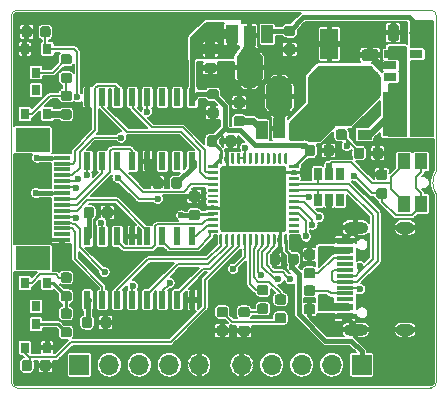
<source format=gtl>
G04 #@! TF.GenerationSoftware,KiCad,Pcbnew,5.1.0*
G04 #@! TF.CreationDate,2019-05-06T20:06:38+02:00*
G04 #@! TF.ProjectId,printer-otter,7072696e-7465-4722-9d6f-747465722e6b,rev?*
G04 #@! TF.SameCoordinates,Original*
G04 #@! TF.FileFunction,Copper,L1,Top*
G04 #@! TF.FilePolarity,Positive*
%FSLAX46Y46*%
G04 Gerber Fmt 4.6, Leading zero omitted, Abs format (unit mm)*
G04 Created by KiCad (PCBNEW 5.1.0) date 2019-05-06 20:06:38*
%MOMM*%
%LPD*%
G04 APERTURE LIST*
%ADD10C,0.100000*%
%ADD11C,0.975000*%
%ADD12R,1.600000X2.600000*%
%ADD13C,0.875000*%
%ADD14O,2.100000X1.000000*%
%ADD15O,1.600000X1.000000*%
%ADD16R,1.450000X0.600000*%
%ADD17R,1.450000X0.300000*%
%ADD18R,0.600000X1.500000*%
%ADD19R,0.800000X0.900000*%
%ADD20R,1.200000X0.900000*%
%ADD21O,1.700000X1.700000*%
%ADD22R,1.700000X1.700000*%
%ADD23R,1.050000X1.400000*%
%ADD24R,1.200000X3.700000*%
%ADD25C,0.250000*%
%ADD26C,5.600000*%
%ADD27R,1.060000X0.650000*%
%ADD28R,0.650000X1.060000*%
%ADD29C,1.000000*%
%ADD30R,2.200000X1.840000*%
%ADD31R,1.000000X1.500000*%
%ADD32R,1.000000X1.800000*%
%ADD33C,0.850000*%
%ADD34R,3.000000X2.000000*%
%ADD35C,0.600000*%
%ADD36C,0.600000*%
%ADD37C,0.400000*%
%ADD38C,0.250000*%
%ADD39C,0.200000*%
%ADD40C,0.127000*%
%ADD41C,0.254000*%
G04 APERTURE END LIST*
D10*
X136000000Y-113625000D02*
X136000000Y-100500000D01*
X135500000Y-100000000D02*
X121750000Y-100000000D01*
X100000000Y-100500000D02*
G75*
G02X100500000Y-100000000I500000J0D01*
G01*
X100500000Y-132000000D02*
G75*
G02X100000000Y-131500000I0J500000D01*
G01*
X136000000Y-131500000D02*
G75*
G02X135500000Y-132000000I-500000J0D01*
G01*
X135500000Y-100000000D02*
G75*
G02X136000000Y-100500000I0J-500000D01*
G01*
X135500000Y-100000000D02*
X135500000Y-100000000D01*
X136000000Y-131500000D02*
X136000000Y-115625000D01*
X100500000Y-132000000D02*
X135500000Y-132000000D01*
X100000000Y-100500000D02*
X100000000Y-131500000D01*
X104500000Y-100000000D02*
X100500000Y-100000000D01*
X107000000Y-100000000D02*
X104500000Y-100000000D01*
X110000000Y-100000000D02*
X112500000Y-100000000D01*
X113000000Y-100000000D02*
X112500000Y-100000000D01*
X110000000Y-100000000D02*
X107000000Y-100000000D01*
X121750000Y-100000000D02*
X113000000Y-100000000D01*
X136000000Y-115625000D02*
G75*
G02X136000000Y-113625000I1499999J1000000D01*
G01*
G36*
X132617642Y-101226174D02*
G01*
X132641303Y-101229684D01*
X132664507Y-101235496D01*
X132687029Y-101243554D01*
X132708653Y-101253782D01*
X132729170Y-101266079D01*
X132748383Y-101280329D01*
X132766107Y-101296393D01*
X132782171Y-101314117D01*
X132796421Y-101333330D01*
X132808718Y-101353847D01*
X132818946Y-101375471D01*
X132827004Y-101397993D01*
X132832816Y-101421197D01*
X132836326Y-101444858D01*
X132837500Y-101468750D01*
X132837500Y-102381250D01*
X132836326Y-102405142D01*
X132832816Y-102428803D01*
X132827004Y-102452007D01*
X132818946Y-102474529D01*
X132808718Y-102496153D01*
X132796421Y-102516670D01*
X132782171Y-102535883D01*
X132766107Y-102553607D01*
X132748383Y-102569671D01*
X132729170Y-102583921D01*
X132708653Y-102596218D01*
X132687029Y-102606446D01*
X132664507Y-102614504D01*
X132641303Y-102620316D01*
X132617642Y-102623826D01*
X132593750Y-102625000D01*
X132106250Y-102625000D01*
X132082358Y-102623826D01*
X132058697Y-102620316D01*
X132035493Y-102614504D01*
X132012971Y-102606446D01*
X131991347Y-102596218D01*
X131970830Y-102583921D01*
X131951617Y-102569671D01*
X131933893Y-102553607D01*
X131917829Y-102535883D01*
X131903579Y-102516670D01*
X131891282Y-102496153D01*
X131881054Y-102474529D01*
X131872996Y-102452007D01*
X131867184Y-102428803D01*
X131863674Y-102405142D01*
X131862500Y-102381250D01*
X131862500Y-101468750D01*
X131863674Y-101444858D01*
X131867184Y-101421197D01*
X131872996Y-101397993D01*
X131881054Y-101375471D01*
X131891282Y-101353847D01*
X131903579Y-101333330D01*
X131917829Y-101314117D01*
X131933893Y-101296393D01*
X131951617Y-101280329D01*
X131970830Y-101266079D01*
X131991347Y-101253782D01*
X132012971Y-101243554D01*
X132035493Y-101235496D01*
X132058697Y-101229684D01*
X132082358Y-101226174D01*
X132106250Y-101225000D01*
X132593750Y-101225000D01*
X132617642Y-101226174D01*
X132617642Y-101226174D01*
G37*
D11*
X132350000Y-101925000D03*
D10*
G36*
X134492642Y-101226174D02*
G01*
X134516303Y-101229684D01*
X134539507Y-101235496D01*
X134562029Y-101243554D01*
X134583653Y-101253782D01*
X134604170Y-101266079D01*
X134623383Y-101280329D01*
X134641107Y-101296393D01*
X134657171Y-101314117D01*
X134671421Y-101333330D01*
X134683718Y-101353847D01*
X134693946Y-101375471D01*
X134702004Y-101397993D01*
X134707816Y-101421197D01*
X134711326Y-101444858D01*
X134712500Y-101468750D01*
X134712500Y-102381250D01*
X134711326Y-102405142D01*
X134707816Y-102428803D01*
X134702004Y-102452007D01*
X134693946Y-102474529D01*
X134683718Y-102496153D01*
X134671421Y-102516670D01*
X134657171Y-102535883D01*
X134641107Y-102553607D01*
X134623383Y-102569671D01*
X134604170Y-102583921D01*
X134583653Y-102596218D01*
X134562029Y-102606446D01*
X134539507Y-102614504D01*
X134516303Y-102620316D01*
X134492642Y-102623826D01*
X134468750Y-102625000D01*
X133981250Y-102625000D01*
X133957358Y-102623826D01*
X133933697Y-102620316D01*
X133910493Y-102614504D01*
X133887971Y-102606446D01*
X133866347Y-102596218D01*
X133845830Y-102583921D01*
X133826617Y-102569671D01*
X133808893Y-102553607D01*
X133792829Y-102535883D01*
X133778579Y-102516670D01*
X133766282Y-102496153D01*
X133756054Y-102474529D01*
X133747996Y-102452007D01*
X133742184Y-102428803D01*
X133738674Y-102405142D01*
X133737500Y-102381250D01*
X133737500Y-101468750D01*
X133738674Y-101444858D01*
X133742184Y-101421197D01*
X133747996Y-101397993D01*
X133756054Y-101375471D01*
X133766282Y-101353847D01*
X133778579Y-101333330D01*
X133792829Y-101314117D01*
X133808893Y-101296393D01*
X133826617Y-101280329D01*
X133845830Y-101266079D01*
X133866347Y-101253782D01*
X133887971Y-101243554D01*
X133910493Y-101235496D01*
X133933697Y-101229684D01*
X133957358Y-101226174D01*
X133981250Y-101225000D01*
X134468750Y-101225000D01*
X134492642Y-101226174D01*
X134492642Y-101226174D01*
G37*
D11*
X134225000Y-101925000D03*
D10*
G36*
X130855142Y-105201174D02*
G01*
X130878803Y-105204684D01*
X130902007Y-105210496D01*
X130924529Y-105218554D01*
X130946153Y-105228782D01*
X130966670Y-105241079D01*
X130985883Y-105255329D01*
X131003607Y-105271393D01*
X131019671Y-105289117D01*
X131033921Y-105308330D01*
X131046218Y-105328847D01*
X131056446Y-105350471D01*
X131064504Y-105372993D01*
X131070316Y-105396197D01*
X131073826Y-105419858D01*
X131075000Y-105443750D01*
X131075000Y-105931250D01*
X131073826Y-105955142D01*
X131070316Y-105978803D01*
X131064504Y-106002007D01*
X131056446Y-106024529D01*
X131046218Y-106046153D01*
X131033921Y-106066670D01*
X131019671Y-106085883D01*
X131003607Y-106103607D01*
X130985883Y-106119671D01*
X130966670Y-106133921D01*
X130946153Y-106146218D01*
X130924529Y-106156446D01*
X130902007Y-106164504D01*
X130878803Y-106170316D01*
X130855142Y-106173826D01*
X130831250Y-106175000D01*
X129918750Y-106175000D01*
X129894858Y-106173826D01*
X129871197Y-106170316D01*
X129847993Y-106164504D01*
X129825471Y-106156446D01*
X129803847Y-106146218D01*
X129783330Y-106133921D01*
X129764117Y-106119671D01*
X129746393Y-106103607D01*
X129730329Y-106085883D01*
X129716079Y-106066670D01*
X129703782Y-106046153D01*
X129693554Y-106024529D01*
X129685496Y-106002007D01*
X129679684Y-105978803D01*
X129676174Y-105955142D01*
X129675000Y-105931250D01*
X129675000Y-105443750D01*
X129676174Y-105419858D01*
X129679684Y-105396197D01*
X129685496Y-105372993D01*
X129693554Y-105350471D01*
X129703782Y-105328847D01*
X129716079Y-105308330D01*
X129730329Y-105289117D01*
X129746393Y-105271393D01*
X129764117Y-105255329D01*
X129783330Y-105241079D01*
X129803847Y-105228782D01*
X129825471Y-105218554D01*
X129847993Y-105210496D01*
X129871197Y-105204684D01*
X129894858Y-105201174D01*
X129918750Y-105200000D01*
X130831250Y-105200000D01*
X130855142Y-105201174D01*
X130855142Y-105201174D01*
G37*
D11*
X130375000Y-105687500D03*
D10*
G36*
X130855142Y-103326174D02*
G01*
X130878803Y-103329684D01*
X130902007Y-103335496D01*
X130924529Y-103343554D01*
X130946153Y-103353782D01*
X130966670Y-103366079D01*
X130985883Y-103380329D01*
X131003607Y-103396393D01*
X131019671Y-103414117D01*
X131033921Y-103433330D01*
X131046218Y-103453847D01*
X131056446Y-103475471D01*
X131064504Y-103497993D01*
X131070316Y-103521197D01*
X131073826Y-103544858D01*
X131075000Y-103568750D01*
X131075000Y-104056250D01*
X131073826Y-104080142D01*
X131070316Y-104103803D01*
X131064504Y-104127007D01*
X131056446Y-104149529D01*
X131046218Y-104171153D01*
X131033921Y-104191670D01*
X131019671Y-104210883D01*
X131003607Y-104228607D01*
X130985883Y-104244671D01*
X130966670Y-104258921D01*
X130946153Y-104271218D01*
X130924529Y-104281446D01*
X130902007Y-104289504D01*
X130878803Y-104295316D01*
X130855142Y-104298826D01*
X130831250Y-104300000D01*
X129918750Y-104300000D01*
X129894858Y-104298826D01*
X129871197Y-104295316D01*
X129847993Y-104289504D01*
X129825471Y-104281446D01*
X129803847Y-104271218D01*
X129783330Y-104258921D01*
X129764117Y-104244671D01*
X129746393Y-104228607D01*
X129730329Y-104210883D01*
X129716079Y-104191670D01*
X129703782Y-104171153D01*
X129693554Y-104149529D01*
X129685496Y-104127007D01*
X129679684Y-104103803D01*
X129676174Y-104080142D01*
X129675000Y-104056250D01*
X129675000Y-103568750D01*
X129676174Y-103544858D01*
X129679684Y-103521197D01*
X129685496Y-103497993D01*
X129693554Y-103475471D01*
X129703782Y-103453847D01*
X129716079Y-103433330D01*
X129730329Y-103414117D01*
X129746393Y-103396393D01*
X129764117Y-103380329D01*
X129783330Y-103366079D01*
X129803847Y-103353782D01*
X129825471Y-103343554D01*
X129847993Y-103335496D01*
X129871197Y-103329684D01*
X129894858Y-103326174D01*
X129918750Y-103325000D01*
X130831250Y-103325000D01*
X130855142Y-103326174D01*
X130855142Y-103326174D01*
G37*
D11*
X130375000Y-103812500D03*
D12*
X126925000Y-106475000D03*
X126925000Y-102875000D03*
D10*
G36*
X123852691Y-101326053D02*
G01*
X123873926Y-101329203D01*
X123894750Y-101334419D01*
X123914962Y-101341651D01*
X123934368Y-101350830D01*
X123952781Y-101361866D01*
X123970024Y-101374654D01*
X123985930Y-101389070D01*
X124000346Y-101404976D01*
X124013134Y-101422219D01*
X124024170Y-101440632D01*
X124033349Y-101460038D01*
X124040581Y-101480250D01*
X124045797Y-101501074D01*
X124048947Y-101522309D01*
X124050000Y-101543750D01*
X124050000Y-101981250D01*
X124048947Y-102002691D01*
X124045797Y-102023926D01*
X124040581Y-102044750D01*
X124033349Y-102064962D01*
X124024170Y-102084368D01*
X124013134Y-102102781D01*
X124000346Y-102120024D01*
X123985930Y-102135930D01*
X123970024Y-102150346D01*
X123952781Y-102163134D01*
X123934368Y-102174170D01*
X123914962Y-102183349D01*
X123894750Y-102190581D01*
X123873926Y-102195797D01*
X123852691Y-102198947D01*
X123831250Y-102200000D01*
X123318750Y-102200000D01*
X123297309Y-102198947D01*
X123276074Y-102195797D01*
X123255250Y-102190581D01*
X123235038Y-102183349D01*
X123215632Y-102174170D01*
X123197219Y-102163134D01*
X123179976Y-102150346D01*
X123164070Y-102135930D01*
X123149654Y-102120024D01*
X123136866Y-102102781D01*
X123125830Y-102084368D01*
X123116651Y-102064962D01*
X123109419Y-102044750D01*
X123104203Y-102023926D01*
X123101053Y-102002691D01*
X123100000Y-101981250D01*
X123100000Y-101543750D01*
X123101053Y-101522309D01*
X123104203Y-101501074D01*
X123109419Y-101480250D01*
X123116651Y-101460038D01*
X123125830Y-101440632D01*
X123136866Y-101422219D01*
X123149654Y-101404976D01*
X123164070Y-101389070D01*
X123179976Y-101374654D01*
X123197219Y-101361866D01*
X123215632Y-101350830D01*
X123235038Y-101341651D01*
X123255250Y-101334419D01*
X123276074Y-101329203D01*
X123297309Y-101326053D01*
X123318750Y-101325000D01*
X123831250Y-101325000D01*
X123852691Y-101326053D01*
X123852691Y-101326053D01*
G37*
D13*
X123575000Y-101762500D03*
D10*
G36*
X123852691Y-102901053D02*
G01*
X123873926Y-102904203D01*
X123894750Y-102909419D01*
X123914962Y-102916651D01*
X123934368Y-102925830D01*
X123952781Y-102936866D01*
X123970024Y-102949654D01*
X123985930Y-102964070D01*
X124000346Y-102979976D01*
X124013134Y-102997219D01*
X124024170Y-103015632D01*
X124033349Y-103035038D01*
X124040581Y-103055250D01*
X124045797Y-103076074D01*
X124048947Y-103097309D01*
X124050000Y-103118750D01*
X124050000Y-103556250D01*
X124048947Y-103577691D01*
X124045797Y-103598926D01*
X124040581Y-103619750D01*
X124033349Y-103639962D01*
X124024170Y-103659368D01*
X124013134Y-103677781D01*
X124000346Y-103695024D01*
X123985930Y-103710930D01*
X123970024Y-103725346D01*
X123952781Y-103738134D01*
X123934368Y-103749170D01*
X123914962Y-103758349D01*
X123894750Y-103765581D01*
X123873926Y-103770797D01*
X123852691Y-103773947D01*
X123831250Y-103775000D01*
X123318750Y-103775000D01*
X123297309Y-103773947D01*
X123276074Y-103770797D01*
X123255250Y-103765581D01*
X123235038Y-103758349D01*
X123215632Y-103749170D01*
X123197219Y-103738134D01*
X123179976Y-103725346D01*
X123164070Y-103710930D01*
X123149654Y-103695024D01*
X123136866Y-103677781D01*
X123125830Y-103659368D01*
X123116651Y-103639962D01*
X123109419Y-103619750D01*
X123104203Y-103598926D01*
X123101053Y-103577691D01*
X123100000Y-103556250D01*
X123100000Y-103118750D01*
X123101053Y-103097309D01*
X123104203Y-103076074D01*
X123109419Y-103055250D01*
X123116651Y-103035038D01*
X123125830Y-103015632D01*
X123136866Y-102997219D01*
X123149654Y-102979976D01*
X123164070Y-102964070D01*
X123179976Y-102949654D01*
X123197219Y-102936866D01*
X123215632Y-102925830D01*
X123235038Y-102916651D01*
X123255250Y-102909419D01*
X123276074Y-102904203D01*
X123297309Y-102901053D01*
X123318750Y-102900000D01*
X123831250Y-102900000D01*
X123852691Y-102901053D01*
X123852691Y-102901053D01*
G37*
D13*
X123575000Y-103337500D03*
D10*
G36*
X115777691Y-115351053D02*
G01*
X115798926Y-115354203D01*
X115819750Y-115359419D01*
X115839962Y-115366651D01*
X115859368Y-115375830D01*
X115877781Y-115386866D01*
X115895024Y-115399654D01*
X115910930Y-115414070D01*
X115925346Y-115429976D01*
X115938134Y-115447219D01*
X115949170Y-115465632D01*
X115958349Y-115485038D01*
X115965581Y-115505250D01*
X115970797Y-115526074D01*
X115973947Y-115547309D01*
X115975000Y-115568750D01*
X115975000Y-116006250D01*
X115973947Y-116027691D01*
X115970797Y-116048926D01*
X115965581Y-116069750D01*
X115958349Y-116089962D01*
X115949170Y-116109368D01*
X115938134Y-116127781D01*
X115925346Y-116145024D01*
X115910930Y-116160930D01*
X115895024Y-116175346D01*
X115877781Y-116188134D01*
X115859368Y-116199170D01*
X115839962Y-116208349D01*
X115819750Y-116215581D01*
X115798926Y-116220797D01*
X115777691Y-116223947D01*
X115756250Y-116225000D01*
X115243750Y-116225000D01*
X115222309Y-116223947D01*
X115201074Y-116220797D01*
X115180250Y-116215581D01*
X115160038Y-116208349D01*
X115140632Y-116199170D01*
X115122219Y-116188134D01*
X115104976Y-116175346D01*
X115089070Y-116160930D01*
X115074654Y-116145024D01*
X115061866Y-116127781D01*
X115050830Y-116109368D01*
X115041651Y-116089962D01*
X115034419Y-116069750D01*
X115029203Y-116048926D01*
X115026053Y-116027691D01*
X115025000Y-116006250D01*
X115025000Y-115568750D01*
X115026053Y-115547309D01*
X115029203Y-115526074D01*
X115034419Y-115505250D01*
X115041651Y-115485038D01*
X115050830Y-115465632D01*
X115061866Y-115447219D01*
X115074654Y-115429976D01*
X115089070Y-115414070D01*
X115104976Y-115399654D01*
X115122219Y-115386866D01*
X115140632Y-115375830D01*
X115160038Y-115366651D01*
X115180250Y-115359419D01*
X115201074Y-115354203D01*
X115222309Y-115351053D01*
X115243750Y-115350000D01*
X115756250Y-115350000D01*
X115777691Y-115351053D01*
X115777691Y-115351053D01*
G37*
D13*
X115500000Y-115787500D03*
D10*
G36*
X115777691Y-116926053D02*
G01*
X115798926Y-116929203D01*
X115819750Y-116934419D01*
X115839962Y-116941651D01*
X115859368Y-116950830D01*
X115877781Y-116961866D01*
X115895024Y-116974654D01*
X115910930Y-116989070D01*
X115925346Y-117004976D01*
X115938134Y-117022219D01*
X115949170Y-117040632D01*
X115958349Y-117060038D01*
X115965581Y-117080250D01*
X115970797Y-117101074D01*
X115973947Y-117122309D01*
X115975000Y-117143750D01*
X115975000Y-117581250D01*
X115973947Y-117602691D01*
X115970797Y-117623926D01*
X115965581Y-117644750D01*
X115958349Y-117664962D01*
X115949170Y-117684368D01*
X115938134Y-117702781D01*
X115925346Y-117720024D01*
X115910930Y-117735930D01*
X115895024Y-117750346D01*
X115877781Y-117763134D01*
X115859368Y-117774170D01*
X115839962Y-117783349D01*
X115819750Y-117790581D01*
X115798926Y-117795797D01*
X115777691Y-117798947D01*
X115756250Y-117800000D01*
X115243750Y-117800000D01*
X115222309Y-117798947D01*
X115201074Y-117795797D01*
X115180250Y-117790581D01*
X115160038Y-117783349D01*
X115140632Y-117774170D01*
X115122219Y-117763134D01*
X115104976Y-117750346D01*
X115089070Y-117735930D01*
X115074654Y-117720024D01*
X115061866Y-117702781D01*
X115050830Y-117684368D01*
X115041651Y-117664962D01*
X115034419Y-117644750D01*
X115029203Y-117623926D01*
X115026053Y-117602691D01*
X115025000Y-117581250D01*
X115025000Y-117143750D01*
X115026053Y-117122309D01*
X115029203Y-117101074D01*
X115034419Y-117080250D01*
X115041651Y-117060038D01*
X115050830Y-117040632D01*
X115061866Y-117022219D01*
X115074654Y-117004976D01*
X115089070Y-116989070D01*
X115104976Y-116974654D01*
X115122219Y-116961866D01*
X115140632Y-116950830D01*
X115160038Y-116941651D01*
X115180250Y-116934419D01*
X115201074Y-116929203D01*
X115222309Y-116926053D01*
X115243750Y-116925000D01*
X115756250Y-116925000D01*
X115777691Y-116926053D01*
X115777691Y-116926053D01*
G37*
D13*
X115500000Y-117362500D03*
D10*
G36*
X125540191Y-111426053D02*
G01*
X125561426Y-111429203D01*
X125582250Y-111434419D01*
X125602462Y-111441651D01*
X125621868Y-111450830D01*
X125640281Y-111461866D01*
X125657524Y-111474654D01*
X125673430Y-111489070D01*
X125687846Y-111504976D01*
X125700634Y-111522219D01*
X125711670Y-111540632D01*
X125720849Y-111560038D01*
X125728081Y-111580250D01*
X125733297Y-111601074D01*
X125736447Y-111622309D01*
X125737500Y-111643750D01*
X125737500Y-112156250D01*
X125736447Y-112177691D01*
X125733297Y-112198926D01*
X125728081Y-112219750D01*
X125720849Y-112239962D01*
X125711670Y-112259368D01*
X125700634Y-112277781D01*
X125687846Y-112295024D01*
X125673430Y-112310930D01*
X125657524Y-112325346D01*
X125640281Y-112338134D01*
X125621868Y-112349170D01*
X125602462Y-112358349D01*
X125582250Y-112365581D01*
X125561426Y-112370797D01*
X125540191Y-112373947D01*
X125518750Y-112375000D01*
X125081250Y-112375000D01*
X125059809Y-112373947D01*
X125038574Y-112370797D01*
X125017750Y-112365581D01*
X124997538Y-112358349D01*
X124978132Y-112349170D01*
X124959719Y-112338134D01*
X124942476Y-112325346D01*
X124926570Y-112310930D01*
X124912154Y-112295024D01*
X124899366Y-112277781D01*
X124888330Y-112259368D01*
X124879151Y-112239962D01*
X124871919Y-112219750D01*
X124866703Y-112198926D01*
X124863553Y-112177691D01*
X124862500Y-112156250D01*
X124862500Y-111643750D01*
X124863553Y-111622309D01*
X124866703Y-111601074D01*
X124871919Y-111580250D01*
X124879151Y-111560038D01*
X124888330Y-111540632D01*
X124899366Y-111522219D01*
X124912154Y-111504976D01*
X124926570Y-111489070D01*
X124942476Y-111474654D01*
X124959719Y-111461866D01*
X124978132Y-111450830D01*
X124997538Y-111441651D01*
X125017750Y-111434419D01*
X125038574Y-111429203D01*
X125059809Y-111426053D01*
X125081250Y-111425000D01*
X125518750Y-111425000D01*
X125540191Y-111426053D01*
X125540191Y-111426053D01*
G37*
D13*
X125300000Y-111900000D03*
D10*
G36*
X127115191Y-111426053D02*
G01*
X127136426Y-111429203D01*
X127157250Y-111434419D01*
X127177462Y-111441651D01*
X127196868Y-111450830D01*
X127215281Y-111461866D01*
X127232524Y-111474654D01*
X127248430Y-111489070D01*
X127262846Y-111504976D01*
X127275634Y-111522219D01*
X127286670Y-111540632D01*
X127295849Y-111560038D01*
X127303081Y-111580250D01*
X127308297Y-111601074D01*
X127311447Y-111622309D01*
X127312500Y-111643750D01*
X127312500Y-112156250D01*
X127311447Y-112177691D01*
X127308297Y-112198926D01*
X127303081Y-112219750D01*
X127295849Y-112239962D01*
X127286670Y-112259368D01*
X127275634Y-112277781D01*
X127262846Y-112295024D01*
X127248430Y-112310930D01*
X127232524Y-112325346D01*
X127215281Y-112338134D01*
X127196868Y-112349170D01*
X127177462Y-112358349D01*
X127157250Y-112365581D01*
X127136426Y-112370797D01*
X127115191Y-112373947D01*
X127093750Y-112375000D01*
X126656250Y-112375000D01*
X126634809Y-112373947D01*
X126613574Y-112370797D01*
X126592750Y-112365581D01*
X126572538Y-112358349D01*
X126553132Y-112349170D01*
X126534719Y-112338134D01*
X126517476Y-112325346D01*
X126501570Y-112310930D01*
X126487154Y-112295024D01*
X126474366Y-112277781D01*
X126463330Y-112259368D01*
X126454151Y-112239962D01*
X126446919Y-112219750D01*
X126441703Y-112198926D01*
X126438553Y-112177691D01*
X126437500Y-112156250D01*
X126437500Y-111643750D01*
X126438553Y-111622309D01*
X126441703Y-111601074D01*
X126446919Y-111580250D01*
X126454151Y-111560038D01*
X126463330Y-111540632D01*
X126474366Y-111522219D01*
X126487154Y-111504976D01*
X126501570Y-111489070D01*
X126517476Y-111474654D01*
X126534719Y-111461866D01*
X126553132Y-111450830D01*
X126572538Y-111441651D01*
X126592750Y-111434419D01*
X126613574Y-111429203D01*
X126634809Y-111426053D01*
X126656250Y-111425000D01*
X127093750Y-111425000D01*
X127115191Y-111426053D01*
X127115191Y-111426053D01*
G37*
D13*
X126875000Y-111900000D03*
D10*
G36*
X122552691Y-120626053D02*
G01*
X122573926Y-120629203D01*
X122594750Y-120634419D01*
X122614962Y-120641651D01*
X122634368Y-120650830D01*
X122652781Y-120661866D01*
X122670024Y-120674654D01*
X122685930Y-120689070D01*
X122700346Y-120704976D01*
X122713134Y-120722219D01*
X122724170Y-120740632D01*
X122733349Y-120760038D01*
X122740581Y-120780250D01*
X122745797Y-120801074D01*
X122748947Y-120822309D01*
X122750000Y-120843750D01*
X122750000Y-121356250D01*
X122748947Y-121377691D01*
X122745797Y-121398926D01*
X122740581Y-121419750D01*
X122733349Y-121439962D01*
X122724170Y-121459368D01*
X122713134Y-121477781D01*
X122700346Y-121495024D01*
X122685930Y-121510930D01*
X122670024Y-121525346D01*
X122652781Y-121538134D01*
X122634368Y-121549170D01*
X122614962Y-121558349D01*
X122594750Y-121565581D01*
X122573926Y-121570797D01*
X122552691Y-121573947D01*
X122531250Y-121575000D01*
X122093750Y-121575000D01*
X122072309Y-121573947D01*
X122051074Y-121570797D01*
X122030250Y-121565581D01*
X122010038Y-121558349D01*
X121990632Y-121549170D01*
X121972219Y-121538134D01*
X121954976Y-121525346D01*
X121939070Y-121510930D01*
X121924654Y-121495024D01*
X121911866Y-121477781D01*
X121900830Y-121459368D01*
X121891651Y-121439962D01*
X121884419Y-121419750D01*
X121879203Y-121398926D01*
X121876053Y-121377691D01*
X121875000Y-121356250D01*
X121875000Y-120843750D01*
X121876053Y-120822309D01*
X121879203Y-120801074D01*
X121884419Y-120780250D01*
X121891651Y-120760038D01*
X121900830Y-120740632D01*
X121911866Y-120722219D01*
X121924654Y-120704976D01*
X121939070Y-120689070D01*
X121954976Y-120674654D01*
X121972219Y-120661866D01*
X121990632Y-120650830D01*
X122010038Y-120641651D01*
X122030250Y-120634419D01*
X122051074Y-120629203D01*
X122072309Y-120626053D01*
X122093750Y-120625000D01*
X122531250Y-120625000D01*
X122552691Y-120626053D01*
X122552691Y-120626053D01*
G37*
D13*
X122312500Y-121100000D03*
D10*
G36*
X124127691Y-120626053D02*
G01*
X124148926Y-120629203D01*
X124169750Y-120634419D01*
X124189962Y-120641651D01*
X124209368Y-120650830D01*
X124227781Y-120661866D01*
X124245024Y-120674654D01*
X124260930Y-120689070D01*
X124275346Y-120704976D01*
X124288134Y-120722219D01*
X124299170Y-120740632D01*
X124308349Y-120760038D01*
X124315581Y-120780250D01*
X124320797Y-120801074D01*
X124323947Y-120822309D01*
X124325000Y-120843750D01*
X124325000Y-121356250D01*
X124323947Y-121377691D01*
X124320797Y-121398926D01*
X124315581Y-121419750D01*
X124308349Y-121439962D01*
X124299170Y-121459368D01*
X124288134Y-121477781D01*
X124275346Y-121495024D01*
X124260930Y-121510930D01*
X124245024Y-121525346D01*
X124227781Y-121538134D01*
X124209368Y-121549170D01*
X124189962Y-121558349D01*
X124169750Y-121565581D01*
X124148926Y-121570797D01*
X124127691Y-121573947D01*
X124106250Y-121575000D01*
X123668750Y-121575000D01*
X123647309Y-121573947D01*
X123626074Y-121570797D01*
X123605250Y-121565581D01*
X123585038Y-121558349D01*
X123565632Y-121549170D01*
X123547219Y-121538134D01*
X123529976Y-121525346D01*
X123514070Y-121510930D01*
X123499654Y-121495024D01*
X123486866Y-121477781D01*
X123475830Y-121459368D01*
X123466651Y-121439962D01*
X123459419Y-121419750D01*
X123454203Y-121398926D01*
X123451053Y-121377691D01*
X123450000Y-121356250D01*
X123450000Y-120843750D01*
X123451053Y-120822309D01*
X123454203Y-120801074D01*
X123459419Y-120780250D01*
X123466651Y-120760038D01*
X123475830Y-120740632D01*
X123486866Y-120722219D01*
X123499654Y-120704976D01*
X123514070Y-120689070D01*
X123529976Y-120674654D01*
X123547219Y-120661866D01*
X123565632Y-120650830D01*
X123585038Y-120641651D01*
X123605250Y-120634419D01*
X123626074Y-120629203D01*
X123647309Y-120626053D01*
X123668750Y-120625000D01*
X124106250Y-120625000D01*
X124127691Y-120626053D01*
X124127691Y-120626053D01*
G37*
D13*
X123887500Y-121100000D03*
D10*
G36*
X117127691Y-102901053D02*
G01*
X117148926Y-102904203D01*
X117169750Y-102909419D01*
X117189962Y-102916651D01*
X117209368Y-102925830D01*
X117227781Y-102936866D01*
X117245024Y-102949654D01*
X117260930Y-102964070D01*
X117275346Y-102979976D01*
X117288134Y-102997219D01*
X117299170Y-103015632D01*
X117308349Y-103035038D01*
X117315581Y-103055250D01*
X117320797Y-103076074D01*
X117323947Y-103097309D01*
X117325000Y-103118750D01*
X117325000Y-103556250D01*
X117323947Y-103577691D01*
X117320797Y-103598926D01*
X117315581Y-103619750D01*
X117308349Y-103639962D01*
X117299170Y-103659368D01*
X117288134Y-103677781D01*
X117275346Y-103695024D01*
X117260930Y-103710930D01*
X117245024Y-103725346D01*
X117227781Y-103738134D01*
X117209368Y-103749170D01*
X117189962Y-103758349D01*
X117169750Y-103765581D01*
X117148926Y-103770797D01*
X117127691Y-103773947D01*
X117106250Y-103775000D01*
X116593750Y-103775000D01*
X116572309Y-103773947D01*
X116551074Y-103770797D01*
X116530250Y-103765581D01*
X116510038Y-103758349D01*
X116490632Y-103749170D01*
X116472219Y-103738134D01*
X116454976Y-103725346D01*
X116439070Y-103710930D01*
X116424654Y-103695024D01*
X116411866Y-103677781D01*
X116400830Y-103659368D01*
X116391651Y-103639962D01*
X116384419Y-103619750D01*
X116379203Y-103598926D01*
X116376053Y-103577691D01*
X116375000Y-103556250D01*
X116375000Y-103118750D01*
X116376053Y-103097309D01*
X116379203Y-103076074D01*
X116384419Y-103055250D01*
X116391651Y-103035038D01*
X116400830Y-103015632D01*
X116411866Y-102997219D01*
X116424654Y-102979976D01*
X116439070Y-102964070D01*
X116454976Y-102949654D01*
X116472219Y-102936866D01*
X116490632Y-102925830D01*
X116510038Y-102916651D01*
X116530250Y-102909419D01*
X116551074Y-102904203D01*
X116572309Y-102901053D01*
X116593750Y-102900000D01*
X117106250Y-102900000D01*
X117127691Y-102901053D01*
X117127691Y-102901053D01*
G37*
D13*
X116850000Y-103337500D03*
D10*
G36*
X117127691Y-104476053D02*
G01*
X117148926Y-104479203D01*
X117169750Y-104484419D01*
X117189962Y-104491651D01*
X117209368Y-104500830D01*
X117227781Y-104511866D01*
X117245024Y-104524654D01*
X117260930Y-104539070D01*
X117275346Y-104554976D01*
X117288134Y-104572219D01*
X117299170Y-104590632D01*
X117308349Y-104610038D01*
X117315581Y-104630250D01*
X117320797Y-104651074D01*
X117323947Y-104672309D01*
X117325000Y-104693750D01*
X117325000Y-105131250D01*
X117323947Y-105152691D01*
X117320797Y-105173926D01*
X117315581Y-105194750D01*
X117308349Y-105214962D01*
X117299170Y-105234368D01*
X117288134Y-105252781D01*
X117275346Y-105270024D01*
X117260930Y-105285930D01*
X117245024Y-105300346D01*
X117227781Y-105313134D01*
X117209368Y-105324170D01*
X117189962Y-105333349D01*
X117169750Y-105340581D01*
X117148926Y-105345797D01*
X117127691Y-105348947D01*
X117106250Y-105350000D01*
X116593750Y-105350000D01*
X116572309Y-105348947D01*
X116551074Y-105345797D01*
X116530250Y-105340581D01*
X116510038Y-105333349D01*
X116490632Y-105324170D01*
X116472219Y-105313134D01*
X116454976Y-105300346D01*
X116439070Y-105285930D01*
X116424654Y-105270024D01*
X116411866Y-105252781D01*
X116400830Y-105234368D01*
X116391651Y-105214962D01*
X116384419Y-105194750D01*
X116379203Y-105173926D01*
X116376053Y-105152691D01*
X116375000Y-105131250D01*
X116375000Y-104693750D01*
X116376053Y-104672309D01*
X116379203Y-104651074D01*
X116384419Y-104630250D01*
X116391651Y-104610038D01*
X116400830Y-104590632D01*
X116411866Y-104572219D01*
X116424654Y-104554976D01*
X116439070Y-104539070D01*
X116454976Y-104524654D01*
X116472219Y-104511866D01*
X116490632Y-104500830D01*
X116510038Y-104491651D01*
X116530250Y-104484419D01*
X116551074Y-104479203D01*
X116572309Y-104476053D01*
X116593750Y-104475000D01*
X117106250Y-104475000D01*
X117127691Y-104476053D01*
X117127691Y-104476053D01*
G37*
D13*
X116850000Y-104912500D03*
D10*
G36*
X119577691Y-108976053D02*
G01*
X119598926Y-108979203D01*
X119619750Y-108984419D01*
X119639962Y-108991651D01*
X119659368Y-109000830D01*
X119677781Y-109011866D01*
X119695024Y-109024654D01*
X119710930Y-109039070D01*
X119725346Y-109054976D01*
X119738134Y-109072219D01*
X119749170Y-109090632D01*
X119758349Y-109110038D01*
X119765581Y-109130250D01*
X119770797Y-109151074D01*
X119773947Y-109172309D01*
X119775000Y-109193750D01*
X119775000Y-109631250D01*
X119773947Y-109652691D01*
X119770797Y-109673926D01*
X119765581Y-109694750D01*
X119758349Y-109714962D01*
X119749170Y-109734368D01*
X119738134Y-109752781D01*
X119725346Y-109770024D01*
X119710930Y-109785930D01*
X119695024Y-109800346D01*
X119677781Y-109813134D01*
X119659368Y-109824170D01*
X119639962Y-109833349D01*
X119619750Y-109840581D01*
X119598926Y-109845797D01*
X119577691Y-109848947D01*
X119556250Y-109850000D01*
X119043750Y-109850000D01*
X119022309Y-109848947D01*
X119001074Y-109845797D01*
X118980250Y-109840581D01*
X118960038Y-109833349D01*
X118940632Y-109824170D01*
X118922219Y-109813134D01*
X118904976Y-109800346D01*
X118889070Y-109785930D01*
X118874654Y-109770024D01*
X118861866Y-109752781D01*
X118850830Y-109734368D01*
X118841651Y-109714962D01*
X118834419Y-109694750D01*
X118829203Y-109673926D01*
X118826053Y-109652691D01*
X118825000Y-109631250D01*
X118825000Y-109193750D01*
X118826053Y-109172309D01*
X118829203Y-109151074D01*
X118834419Y-109130250D01*
X118841651Y-109110038D01*
X118850830Y-109090632D01*
X118861866Y-109072219D01*
X118874654Y-109054976D01*
X118889070Y-109039070D01*
X118904976Y-109024654D01*
X118922219Y-109011866D01*
X118940632Y-109000830D01*
X118960038Y-108991651D01*
X118980250Y-108984419D01*
X119001074Y-108979203D01*
X119022309Y-108976053D01*
X119043750Y-108975000D01*
X119556250Y-108975000D01*
X119577691Y-108976053D01*
X119577691Y-108976053D01*
G37*
D13*
X119300000Y-109412500D03*
D10*
G36*
X119577691Y-107401053D02*
G01*
X119598926Y-107404203D01*
X119619750Y-107409419D01*
X119639962Y-107416651D01*
X119659368Y-107425830D01*
X119677781Y-107436866D01*
X119695024Y-107449654D01*
X119710930Y-107464070D01*
X119725346Y-107479976D01*
X119738134Y-107497219D01*
X119749170Y-107515632D01*
X119758349Y-107535038D01*
X119765581Y-107555250D01*
X119770797Y-107576074D01*
X119773947Y-107597309D01*
X119775000Y-107618750D01*
X119775000Y-108056250D01*
X119773947Y-108077691D01*
X119770797Y-108098926D01*
X119765581Y-108119750D01*
X119758349Y-108139962D01*
X119749170Y-108159368D01*
X119738134Y-108177781D01*
X119725346Y-108195024D01*
X119710930Y-108210930D01*
X119695024Y-108225346D01*
X119677781Y-108238134D01*
X119659368Y-108249170D01*
X119639962Y-108258349D01*
X119619750Y-108265581D01*
X119598926Y-108270797D01*
X119577691Y-108273947D01*
X119556250Y-108275000D01*
X119043750Y-108275000D01*
X119022309Y-108273947D01*
X119001074Y-108270797D01*
X118980250Y-108265581D01*
X118960038Y-108258349D01*
X118940632Y-108249170D01*
X118922219Y-108238134D01*
X118904976Y-108225346D01*
X118889070Y-108210930D01*
X118874654Y-108195024D01*
X118861866Y-108177781D01*
X118850830Y-108159368D01*
X118841651Y-108139962D01*
X118834419Y-108119750D01*
X118829203Y-108098926D01*
X118826053Y-108077691D01*
X118825000Y-108056250D01*
X118825000Y-107618750D01*
X118826053Y-107597309D01*
X118829203Y-107576074D01*
X118834419Y-107555250D01*
X118841651Y-107535038D01*
X118850830Y-107515632D01*
X118861866Y-107497219D01*
X118874654Y-107479976D01*
X118889070Y-107464070D01*
X118904976Y-107449654D01*
X118922219Y-107436866D01*
X118940632Y-107425830D01*
X118960038Y-107416651D01*
X118980250Y-107409419D01*
X119001074Y-107404203D01*
X119022309Y-107401053D01*
X119043750Y-107400000D01*
X119556250Y-107400000D01*
X119577691Y-107401053D01*
X119577691Y-107401053D01*
G37*
D13*
X119300000Y-107837500D03*
D10*
G36*
X106665191Y-125976053D02*
G01*
X106686426Y-125979203D01*
X106707250Y-125984419D01*
X106727462Y-125991651D01*
X106746868Y-126000830D01*
X106765281Y-126011866D01*
X106782524Y-126024654D01*
X106798430Y-126039070D01*
X106812846Y-126054976D01*
X106825634Y-126072219D01*
X106836670Y-126090632D01*
X106845849Y-126110038D01*
X106853081Y-126130250D01*
X106858297Y-126151074D01*
X106861447Y-126172309D01*
X106862500Y-126193750D01*
X106862500Y-126706250D01*
X106861447Y-126727691D01*
X106858297Y-126748926D01*
X106853081Y-126769750D01*
X106845849Y-126789962D01*
X106836670Y-126809368D01*
X106825634Y-126827781D01*
X106812846Y-126845024D01*
X106798430Y-126860930D01*
X106782524Y-126875346D01*
X106765281Y-126888134D01*
X106746868Y-126899170D01*
X106727462Y-126908349D01*
X106707250Y-126915581D01*
X106686426Y-126920797D01*
X106665191Y-126923947D01*
X106643750Y-126925000D01*
X106206250Y-126925000D01*
X106184809Y-126923947D01*
X106163574Y-126920797D01*
X106142750Y-126915581D01*
X106122538Y-126908349D01*
X106103132Y-126899170D01*
X106084719Y-126888134D01*
X106067476Y-126875346D01*
X106051570Y-126860930D01*
X106037154Y-126845024D01*
X106024366Y-126827781D01*
X106013330Y-126809368D01*
X106004151Y-126789962D01*
X105996919Y-126769750D01*
X105991703Y-126748926D01*
X105988553Y-126727691D01*
X105987500Y-126706250D01*
X105987500Y-126193750D01*
X105988553Y-126172309D01*
X105991703Y-126151074D01*
X105996919Y-126130250D01*
X106004151Y-126110038D01*
X106013330Y-126090632D01*
X106024366Y-126072219D01*
X106037154Y-126054976D01*
X106051570Y-126039070D01*
X106067476Y-126024654D01*
X106084719Y-126011866D01*
X106103132Y-126000830D01*
X106122538Y-125991651D01*
X106142750Y-125984419D01*
X106163574Y-125979203D01*
X106184809Y-125976053D01*
X106206250Y-125975000D01*
X106643750Y-125975000D01*
X106665191Y-125976053D01*
X106665191Y-125976053D01*
G37*
D13*
X106425000Y-126450000D03*
D10*
G36*
X108240191Y-125976053D02*
G01*
X108261426Y-125979203D01*
X108282250Y-125984419D01*
X108302462Y-125991651D01*
X108321868Y-126000830D01*
X108340281Y-126011866D01*
X108357524Y-126024654D01*
X108373430Y-126039070D01*
X108387846Y-126054976D01*
X108400634Y-126072219D01*
X108411670Y-126090632D01*
X108420849Y-126110038D01*
X108428081Y-126130250D01*
X108433297Y-126151074D01*
X108436447Y-126172309D01*
X108437500Y-126193750D01*
X108437500Y-126706250D01*
X108436447Y-126727691D01*
X108433297Y-126748926D01*
X108428081Y-126769750D01*
X108420849Y-126789962D01*
X108411670Y-126809368D01*
X108400634Y-126827781D01*
X108387846Y-126845024D01*
X108373430Y-126860930D01*
X108357524Y-126875346D01*
X108340281Y-126888134D01*
X108321868Y-126899170D01*
X108302462Y-126908349D01*
X108282250Y-126915581D01*
X108261426Y-126920797D01*
X108240191Y-126923947D01*
X108218750Y-126925000D01*
X107781250Y-126925000D01*
X107759809Y-126923947D01*
X107738574Y-126920797D01*
X107717750Y-126915581D01*
X107697538Y-126908349D01*
X107678132Y-126899170D01*
X107659719Y-126888134D01*
X107642476Y-126875346D01*
X107626570Y-126860930D01*
X107612154Y-126845024D01*
X107599366Y-126827781D01*
X107588330Y-126809368D01*
X107579151Y-126789962D01*
X107571919Y-126769750D01*
X107566703Y-126748926D01*
X107563553Y-126727691D01*
X107562500Y-126706250D01*
X107562500Y-126193750D01*
X107563553Y-126172309D01*
X107566703Y-126151074D01*
X107571919Y-126130250D01*
X107579151Y-126110038D01*
X107588330Y-126090632D01*
X107599366Y-126072219D01*
X107612154Y-126054976D01*
X107626570Y-126039070D01*
X107642476Y-126024654D01*
X107659719Y-126011866D01*
X107678132Y-126000830D01*
X107697538Y-125991651D01*
X107717750Y-125984419D01*
X107738574Y-125979203D01*
X107759809Y-125976053D01*
X107781250Y-125975000D01*
X108218750Y-125975000D01*
X108240191Y-125976053D01*
X108240191Y-125976053D01*
G37*
D13*
X108000000Y-126450000D03*
D10*
G36*
X108377691Y-116676053D02*
G01*
X108398926Y-116679203D01*
X108419750Y-116684419D01*
X108439962Y-116691651D01*
X108459368Y-116700830D01*
X108477781Y-116711866D01*
X108495024Y-116724654D01*
X108510930Y-116739070D01*
X108525346Y-116754976D01*
X108538134Y-116772219D01*
X108549170Y-116790632D01*
X108558349Y-116810038D01*
X108565581Y-116830250D01*
X108570797Y-116851074D01*
X108573947Y-116872309D01*
X108575000Y-116893750D01*
X108575000Y-117406250D01*
X108573947Y-117427691D01*
X108570797Y-117448926D01*
X108565581Y-117469750D01*
X108558349Y-117489962D01*
X108549170Y-117509368D01*
X108538134Y-117527781D01*
X108525346Y-117545024D01*
X108510930Y-117560930D01*
X108495024Y-117575346D01*
X108477781Y-117588134D01*
X108459368Y-117599170D01*
X108439962Y-117608349D01*
X108419750Y-117615581D01*
X108398926Y-117620797D01*
X108377691Y-117623947D01*
X108356250Y-117625000D01*
X107918750Y-117625000D01*
X107897309Y-117623947D01*
X107876074Y-117620797D01*
X107855250Y-117615581D01*
X107835038Y-117608349D01*
X107815632Y-117599170D01*
X107797219Y-117588134D01*
X107779976Y-117575346D01*
X107764070Y-117560930D01*
X107749654Y-117545024D01*
X107736866Y-117527781D01*
X107725830Y-117509368D01*
X107716651Y-117489962D01*
X107709419Y-117469750D01*
X107704203Y-117448926D01*
X107701053Y-117427691D01*
X107700000Y-117406250D01*
X107700000Y-116893750D01*
X107701053Y-116872309D01*
X107704203Y-116851074D01*
X107709419Y-116830250D01*
X107716651Y-116810038D01*
X107725830Y-116790632D01*
X107736866Y-116772219D01*
X107749654Y-116754976D01*
X107764070Y-116739070D01*
X107779976Y-116724654D01*
X107797219Y-116711866D01*
X107815632Y-116700830D01*
X107835038Y-116691651D01*
X107855250Y-116684419D01*
X107876074Y-116679203D01*
X107897309Y-116676053D01*
X107918750Y-116675000D01*
X108356250Y-116675000D01*
X108377691Y-116676053D01*
X108377691Y-116676053D01*
G37*
D13*
X108137500Y-117150000D03*
D10*
G36*
X106802691Y-116676053D02*
G01*
X106823926Y-116679203D01*
X106844750Y-116684419D01*
X106864962Y-116691651D01*
X106884368Y-116700830D01*
X106902781Y-116711866D01*
X106920024Y-116724654D01*
X106935930Y-116739070D01*
X106950346Y-116754976D01*
X106963134Y-116772219D01*
X106974170Y-116790632D01*
X106983349Y-116810038D01*
X106990581Y-116830250D01*
X106995797Y-116851074D01*
X106998947Y-116872309D01*
X107000000Y-116893750D01*
X107000000Y-117406250D01*
X106998947Y-117427691D01*
X106995797Y-117448926D01*
X106990581Y-117469750D01*
X106983349Y-117489962D01*
X106974170Y-117509368D01*
X106963134Y-117527781D01*
X106950346Y-117545024D01*
X106935930Y-117560930D01*
X106920024Y-117575346D01*
X106902781Y-117588134D01*
X106884368Y-117599170D01*
X106864962Y-117608349D01*
X106844750Y-117615581D01*
X106823926Y-117620797D01*
X106802691Y-117623947D01*
X106781250Y-117625000D01*
X106343750Y-117625000D01*
X106322309Y-117623947D01*
X106301074Y-117620797D01*
X106280250Y-117615581D01*
X106260038Y-117608349D01*
X106240632Y-117599170D01*
X106222219Y-117588134D01*
X106204976Y-117575346D01*
X106189070Y-117560930D01*
X106174654Y-117545024D01*
X106161866Y-117527781D01*
X106150830Y-117509368D01*
X106141651Y-117489962D01*
X106134419Y-117469750D01*
X106129203Y-117448926D01*
X106126053Y-117427691D01*
X106125000Y-117406250D01*
X106125000Y-116893750D01*
X106126053Y-116872309D01*
X106129203Y-116851074D01*
X106134419Y-116830250D01*
X106141651Y-116810038D01*
X106150830Y-116790632D01*
X106161866Y-116772219D01*
X106174654Y-116754976D01*
X106189070Y-116739070D01*
X106204976Y-116724654D01*
X106222219Y-116711866D01*
X106240632Y-116700830D01*
X106260038Y-116691651D01*
X106280250Y-116684419D01*
X106301074Y-116679203D01*
X106322309Y-116676053D01*
X106343750Y-116675000D01*
X106781250Y-116675000D01*
X106802691Y-116676053D01*
X106802691Y-116676053D01*
G37*
D13*
X106562500Y-117150000D03*
D10*
G36*
X117352691Y-106701053D02*
G01*
X117373926Y-106704203D01*
X117394750Y-106709419D01*
X117414962Y-106716651D01*
X117434368Y-106725830D01*
X117452781Y-106736866D01*
X117470024Y-106749654D01*
X117485930Y-106764070D01*
X117500346Y-106779976D01*
X117513134Y-106797219D01*
X117524170Y-106815632D01*
X117533349Y-106835038D01*
X117540581Y-106855250D01*
X117545797Y-106876074D01*
X117548947Y-106897309D01*
X117550000Y-106918750D01*
X117550000Y-107356250D01*
X117548947Y-107377691D01*
X117545797Y-107398926D01*
X117540581Y-107419750D01*
X117533349Y-107439962D01*
X117524170Y-107459368D01*
X117513134Y-107477781D01*
X117500346Y-107495024D01*
X117485930Y-107510930D01*
X117470024Y-107525346D01*
X117452781Y-107538134D01*
X117434368Y-107549170D01*
X117414962Y-107558349D01*
X117394750Y-107565581D01*
X117373926Y-107570797D01*
X117352691Y-107573947D01*
X117331250Y-107575000D01*
X116818750Y-107575000D01*
X116797309Y-107573947D01*
X116776074Y-107570797D01*
X116755250Y-107565581D01*
X116735038Y-107558349D01*
X116715632Y-107549170D01*
X116697219Y-107538134D01*
X116679976Y-107525346D01*
X116664070Y-107510930D01*
X116649654Y-107495024D01*
X116636866Y-107477781D01*
X116625830Y-107459368D01*
X116616651Y-107439962D01*
X116609419Y-107419750D01*
X116604203Y-107398926D01*
X116601053Y-107377691D01*
X116600000Y-107356250D01*
X116600000Y-106918750D01*
X116601053Y-106897309D01*
X116604203Y-106876074D01*
X116609419Y-106855250D01*
X116616651Y-106835038D01*
X116625830Y-106815632D01*
X116636866Y-106797219D01*
X116649654Y-106779976D01*
X116664070Y-106764070D01*
X116679976Y-106749654D01*
X116697219Y-106736866D01*
X116715632Y-106725830D01*
X116735038Y-106716651D01*
X116755250Y-106709419D01*
X116776074Y-106704203D01*
X116797309Y-106701053D01*
X116818750Y-106700000D01*
X117331250Y-106700000D01*
X117352691Y-106701053D01*
X117352691Y-106701053D01*
G37*
D13*
X117075000Y-107137500D03*
D10*
G36*
X117352691Y-108276053D02*
G01*
X117373926Y-108279203D01*
X117394750Y-108284419D01*
X117414962Y-108291651D01*
X117434368Y-108300830D01*
X117452781Y-108311866D01*
X117470024Y-108324654D01*
X117485930Y-108339070D01*
X117500346Y-108354976D01*
X117513134Y-108372219D01*
X117524170Y-108390632D01*
X117533349Y-108410038D01*
X117540581Y-108430250D01*
X117545797Y-108451074D01*
X117548947Y-108472309D01*
X117550000Y-108493750D01*
X117550000Y-108931250D01*
X117548947Y-108952691D01*
X117545797Y-108973926D01*
X117540581Y-108994750D01*
X117533349Y-109014962D01*
X117524170Y-109034368D01*
X117513134Y-109052781D01*
X117500346Y-109070024D01*
X117485930Y-109085930D01*
X117470024Y-109100346D01*
X117452781Y-109113134D01*
X117434368Y-109124170D01*
X117414962Y-109133349D01*
X117394750Y-109140581D01*
X117373926Y-109145797D01*
X117352691Y-109148947D01*
X117331250Y-109150000D01*
X116818750Y-109150000D01*
X116797309Y-109148947D01*
X116776074Y-109145797D01*
X116755250Y-109140581D01*
X116735038Y-109133349D01*
X116715632Y-109124170D01*
X116697219Y-109113134D01*
X116679976Y-109100346D01*
X116664070Y-109085930D01*
X116649654Y-109070024D01*
X116636866Y-109052781D01*
X116625830Y-109034368D01*
X116616651Y-109014962D01*
X116609419Y-108994750D01*
X116604203Y-108973926D01*
X116601053Y-108952691D01*
X116600000Y-108931250D01*
X116600000Y-108493750D01*
X116601053Y-108472309D01*
X116604203Y-108451074D01*
X116609419Y-108430250D01*
X116616651Y-108410038D01*
X116625830Y-108390632D01*
X116636866Y-108372219D01*
X116649654Y-108354976D01*
X116664070Y-108339070D01*
X116679976Y-108324654D01*
X116697219Y-108311866D01*
X116715632Y-108300830D01*
X116735038Y-108291651D01*
X116755250Y-108284419D01*
X116776074Y-108279203D01*
X116797309Y-108276053D01*
X116818750Y-108275000D01*
X117331250Y-108275000D01*
X117352691Y-108276053D01*
X117352691Y-108276053D01*
G37*
D13*
X117075000Y-108712500D03*
D10*
G36*
X112652691Y-114176053D02*
G01*
X112673926Y-114179203D01*
X112694750Y-114184419D01*
X112714962Y-114191651D01*
X112734368Y-114200830D01*
X112752781Y-114211866D01*
X112770024Y-114224654D01*
X112785930Y-114239070D01*
X112800346Y-114254976D01*
X112813134Y-114272219D01*
X112824170Y-114290632D01*
X112833349Y-114310038D01*
X112840581Y-114330250D01*
X112845797Y-114351074D01*
X112848947Y-114372309D01*
X112850000Y-114393750D01*
X112850000Y-114906250D01*
X112848947Y-114927691D01*
X112845797Y-114948926D01*
X112840581Y-114969750D01*
X112833349Y-114989962D01*
X112824170Y-115009368D01*
X112813134Y-115027781D01*
X112800346Y-115045024D01*
X112785930Y-115060930D01*
X112770024Y-115075346D01*
X112752781Y-115088134D01*
X112734368Y-115099170D01*
X112714962Y-115108349D01*
X112694750Y-115115581D01*
X112673926Y-115120797D01*
X112652691Y-115123947D01*
X112631250Y-115125000D01*
X112193750Y-115125000D01*
X112172309Y-115123947D01*
X112151074Y-115120797D01*
X112130250Y-115115581D01*
X112110038Y-115108349D01*
X112090632Y-115099170D01*
X112072219Y-115088134D01*
X112054976Y-115075346D01*
X112039070Y-115060930D01*
X112024654Y-115045024D01*
X112011866Y-115027781D01*
X112000830Y-115009368D01*
X111991651Y-114989962D01*
X111984419Y-114969750D01*
X111979203Y-114948926D01*
X111976053Y-114927691D01*
X111975000Y-114906250D01*
X111975000Y-114393750D01*
X111976053Y-114372309D01*
X111979203Y-114351074D01*
X111984419Y-114330250D01*
X111991651Y-114310038D01*
X112000830Y-114290632D01*
X112011866Y-114272219D01*
X112024654Y-114254976D01*
X112039070Y-114239070D01*
X112054976Y-114224654D01*
X112072219Y-114211866D01*
X112090632Y-114200830D01*
X112110038Y-114191651D01*
X112130250Y-114184419D01*
X112151074Y-114179203D01*
X112172309Y-114176053D01*
X112193750Y-114175000D01*
X112631250Y-114175000D01*
X112652691Y-114176053D01*
X112652691Y-114176053D01*
G37*
D13*
X112412500Y-114650000D03*
D10*
G36*
X114227691Y-114176053D02*
G01*
X114248926Y-114179203D01*
X114269750Y-114184419D01*
X114289962Y-114191651D01*
X114309368Y-114200830D01*
X114327781Y-114211866D01*
X114345024Y-114224654D01*
X114360930Y-114239070D01*
X114375346Y-114254976D01*
X114388134Y-114272219D01*
X114399170Y-114290632D01*
X114408349Y-114310038D01*
X114415581Y-114330250D01*
X114420797Y-114351074D01*
X114423947Y-114372309D01*
X114425000Y-114393750D01*
X114425000Y-114906250D01*
X114423947Y-114927691D01*
X114420797Y-114948926D01*
X114415581Y-114969750D01*
X114408349Y-114989962D01*
X114399170Y-115009368D01*
X114388134Y-115027781D01*
X114375346Y-115045024D01*
X114360930Y-115060930D01*
X114345024Y-115075346D01*
X114327781Y-115088134D01*
X114309368Y-115099170D01*
X114289962Y-115108349D01*
X114269750Y-115115581D01*
X114248926Y-115120797D01*
X114227691Y-115123947D01*
X114206250Y-115125000D01*
X113768750Y-115125000D01*
X113747309Y-115123947D01*
X113726074Y-115120797D01*
X113705250Y-115115581D01*
X113685038Y-115108349D01*
X113665632Y-115099170D01*
X113647219Y-115088134D01*
X113629976Y-115075346D01*
X113614070Y-115060930D01*
X113599654Y-115045024D01*
X113586866Y-115027781D01*
X113575830Y-115009368D01*
X113566651Y-114989962D01*
X113559419Y-114969750D01*
X113554203Y-114948926D01*
X113551053Y-114927691D01*
X113550000Y-114906250D01*
X113550000Y-114393750D01*
X113551053Y-114372309D01*
X113554203Y-114351074D01*
X113559419Y-114330250D01*
X113566651Y-114310038D01*
X113575830Y-114290632D01*
X113586866Y-114272219D01*
X113599654Y-114254976D01*
X113614070Y-114239070D01*
X113629976Y-114224654D01*
X113647219Y-114211866D01*
X113665632Y-114200830D01*
X113685038Y-114191651D01*
X113705250Y-114184419D01*
X113726074Y-114179203D01*
X113747309Y-114176053D01*
X113768750Y-114175000D01*
X114206250Y-114175000D01*
X114227691Y-114176053D01*
X114227691Y-114176053D01*
G37*
D13*
X113987500Y-114650000D03*
D10*
G36*
X117252691Y-110626053D02*
G01*
X117273926Y-110629203D01*
X117294750Y-110634419D01*
X117314962Y-110641651D01*
X117334368Y-110650830D01*
X117352781Y-110661866D01*
X117370024Y-110674654D01*
X117385930Y-110689070D01*
X117400346Y-110704976D01*
X117413134Y-110722219D01*
X117424170Y-110740632D01*
X117433349Y-110760038D01*
X117440581Y-110780250D01*
X117445797Y-110801074D01*
X117448947Y-110822309D01*
X117450000Y-110843750D01*
X117450000Y-111356250D01*
X117448947Y-111377691D01*
X117445797Y-111398926D01*
X117440581Y-111419750D01*
X117433349Y-111439962D01*
X117424170Y-111459368D01*
X117413134Y-111477781D01*
X117400346Y-111495024D01*
X117385930Y-111510930D01*
X117370024Y-111525346D01*
X117352781Y-111538134D01*
X117334368Y-111549170D01*
X117314962Y-111558349D01*
X117294750Y-111565581D01*
X117273926Y-111570797D01*
X117252691Y-111573947D01*
X117231250Y-111575000D01*
X116793750Y-111575000D01*
X116772309Y-111573947D01*
X116751074Y-111570797D01*
X116730250Y-111565581D01*
X116710038Y-111558349D01*
X116690632Y-111549170D01*
X116672219Y-111538134D01*
X116654976Y-111525346D01*
X116639070Y-111510930D01*
X116624654Y-111495024D01*
X116611866Y-111477781D01*
X116600830Y-111459368D01*
X116591651Y-111439962D01*
X116584419Y-111419750D01*
X116579203Y-111398926D01*
X116576053Y-111377691D01*
X116575000Y-111356250D01*
X116575000Y-110843750D01*
X116576053Y-110822309D01*
X116579203Y-110801074D01*
X116584419Y-110780250D01*
X116591651Y-110760038D01*
X116600830Y-110740632D01*
X116611866Y-110722219D01*
X116624654Y-110704976D01*
X116639070Y-110689070D01*
X116654976Y-110674654D01*
X116672219Y-110661866D01*
X116690632Y-110650830D01*
X116710038Y-110641651D01*
X116730250Y-110634419D01*
X116751074Y-110629203D01*
X116772309Y-110626053D01*
X116793750Y-110625000D01*
X117231250Y-110625000D01*
X117252691Y-110626053D01*
X117252691Y-110626053D01*
G37*
D13*
X117012500Y-111100000D03*
D10*
G36*
X118827691Y-110626053D02*
G01*
X118848926Y-110629203D01*
X118869750Y-110634419D01*
X118889962Y-110641651D01*
X118909368Y-110650830D01*
X118927781Y-110661866D01*
X118945024Y-110674654D01*
X118960930Y-110689070D01*
X118975346Y-110704976D01*
X118988134Y-110722219D01*
X118999170Y-110740632D01*
X119008349Y-110760038D01*
X119015581Y-110780250D01*
X119020797Y-110801074D01*
X119023947Y-110822309D01*
X119025000Y-110843750D01*
X119025000Y-111356250D01*
X119023947Y-111377691D01*
X119020797Y-111398926D01*
X119015581Y-111419750D01*
X119008349Y-111439962D01*
X118999170Y-111459368D01*
X118988134Y-111477781D01*
X118975346Y-111495024D01*
X118960930Y-111510930D01*
X118945024Y-111525346D01*
X118927781Y-111538134D01*
X118909368Y-111549170D01*
X118889962Y-111558349D01*
X118869750Y-111565581D01*
X118848926Y-111570797D01*
X118827691Y-111573947D01*
X118806250Y-111575000D01*
X118368750Y-111575000D01*
X118347309Y-111573947D01*
X118326074Y-111570797D01*
X118305250Y-111565581D01*
X118285038Y-111558349D01*
X118265632Y-111549170D01*
X118247219Y-111538134D01*
X118229976Y-111525346D01*
X118214070Y-111510930D01*
X118199654Y-111495024D01*
X118186866Y-111477781D01*
X118175830Y-111459368D01*
X118166651Y-111439962D01*
X118159419Y-111419750D01*
X118154203Y-111398926D01*
X118151053Y-111377691D01*
X118150000Y-111356250D01*
X118150000Y-110843750D01*
X118151053Y-110822309D01*
X118154203Y-110801074D01*
X118159419Y-110780250D01*
X118166651Y-110760038D01*
X118175830Y-110740632D01*
X118186866Y-110722219D01*
X118199654Y-110704976D01*
X118214070Y-110689070D01*
X118229976Y-110674654D01*
X118247219Y-110661866D01*
X118265632Y-110650830D01*
X118285038Y-110641651D01*
X118305250Y-110634419D01*
X118326074Y-110629203D01*
X118347309Y-110626053D01*
X118368750Y-110625000D01*
X118806250Y-110625000D01*
X118827691Y-110626053D01*
X118827691Y-110626053D01*
G37*
D13*
X118587500Y-111100000D03*
D10*
G36*
X123077691Y-124076053D02*
G01*
X123098926Y-124079203D01*
X123119750Y-124084419D01*
X123139962Y-124091651D01*
X123159368Y-124100830D01*
X123177781Y-124111866D01*
X123195024Y-124124654D01*
X123210930Y-124139070D01*
X123225346Y-124154976D01*
X123238134Y-124172219D01*
X123249170Y-124190632D01*
X123258349Y-124210038D01*
X123265581Y-124230250D01*
X123270797Y-124251074D01*
X123273947Y-124272309D01*
X123275000Y-124293750D01*
X123275000Y-124731250D01*
X123273947Y-124752691D01*
X123270797Y-124773926D01*
X123265581Y-124794750D01*
X123258349Y-124814962D01*
X123249170Y-124834368D01*
X123238134Y-124852781D01*
X123225346Y-124870024D01*
X123210930Y-124885930D01*
X123195024Y-124900346D01*
X123177781Y-124913134D01*
X123159368Y-124924170D01*
X123139962Y-124933349D01*
X123119750Y-124940581D01*
X123098926Y-124945797D01*
X123077691Y-124948947D01*
X123056250Y-124950000D01*
X122543750Y-124950000D01*
X122522309Y-124948947D01*
X122501074Y-124945797D01*
X122480250Y-124940581D01*
X122460038Y-124933349D01*
X122440632Y-124924170D01*
X122422219Y-124913134D01*
X122404976Y-124900346D01*
X122389070Y-124885930D01*
X122374654Y-124870024D01*
X122361866Y-124852781D01*
X122350830Y-124834368D01*
X122341651Y-124814962D01*
X122334419Y-124794750D01*
X122329203Y-124773926D01*
X122326053Y-124752691D01*
X122325000Y-124731250D01*
X122325000Y-124293750D01*
X122326053Y-124272309D01*
X122329203Y-124251074D01*
X122334419Y-124230250D01*
X122341651Y-124210038D01*
X122350830Y-124190632D01*
X122361866Y-124172219D01*
X122374654Y-124154976D01*
X122389070Y-124139070D01*
X122404976Y-124124654D01*
X122422219Y-124111866D01*
X122440632Y-124100830D01*
X122460038Y-124091651D01*
X122480250Y-124084419D01*
X122501074Y-124079203D01*
X122522309Y-124076053D01*
X122543750Y-124075000D01*
X123056250Y-124075000D01*
X123077691Y-124076053D01*
X123077691Y-124076053D01*
G37*
D13*
X122800000Y-124512500D03*
D10*
G36*
X123077691Y-125651053D02*
G01*
X123098926Y-125654203D01*
X123119750Y-125659419D01*
X123139962Y-125666651D01*
X123159368Y-125675830D01*
X123177781Y-125686866D01*
X123195024Y-125699654D01*
X123210930Y-125714070D01*
X123225346Y-125729976D01*
X123238134Y-125747219D01*
X123249170Y-125765632D01*
X123258349Y-125785038D01*
X123265581Y-125805250D01*
X123270797Y-125826074D01*
X123273947Y-125847309D01*
X123275000Y-125868750D01*
X123275000Y-126306250D01*
X123273947Y-126327691D01*
X123270797Y-126348926D01*
X123265581Y-126369750D01*
X123258349Y-126389962D01*
X123249170Y-126409368D01*
X123238134Y-126427781D01*
X123225346Y-126445024D01*
X123210930Y-126460930D01*
X123195024Y-126475346D01*
X123177781Y-126488134D01*
X123159368Y-126499170D01*
X123139962Y-126508349D01*
X123119750Y-126515581D01*
X123098926Y-126520797D01*
X123077691Y-126523947D01*
X123056250Y-126525000D01*
X122543750Y-126525000D01*
X122522309Y-126523947D01*
X122501074Y-126520797D01*
X122480250Y-126515581D01*
X122460038Y-126508349D01*
X122440632Y-126499170D01*
X122422219Y-126488134D01*
X122404976Y-126475346D01*
X122389070Y-126460930D01*
X122374654Y-126445024D01*
X122361866Y-126427781D01*
X122350830Y-126409368D01*
X122341651Y-126389962D01*
X122334419Y-126369750D01*
X122329203Y-126348926D01*
X122326053Y-126327691D01*
X122325000Y-126306250D01*
X122325000Y-125868750D01*
X122326053Y-125847309D01*
X122329203Y-125826074D01*
X122334419Y-125805250D01*
X122341651Y-125785038D01*
X122350830Y-125765632D01*
X122361866Y-125747219D01*
X122374654Y-125729976D01*
X122389070Y-125714070D01*
X122404976Y-125699654D01*
X122422219Y-125686866D01*
X122440632Y-125675830D01*
X122460038Y-125666651D01*
X122480250Y-125659419D01*
X122501074Y-125654203D01*
X122522309Y-125651053D01*
X122543750Y-125650000D01*
X123056250Y-125650000D01*
X123077691Y-125651053D01*
X123077691Y-125651053D01*
G37*
D13*
X122800000Y-126087500D03*
D10*
G36*
X131652691Y-115101053D02*
G01*
X131673926Y-115104203D01*
X131694750Y-115109419D01*
X131714962Y-115116651D01*
X131734368Y-115125830D01*
X131752781Y-115136866D01*
X131770024Y-115149654D01*
X131785930Y-115164070D01*
X131800346Y-115179976D01*
X131813134Y-115197219D01*
X131824170Y-115215632D01*
X131833349Y-115235038D01*
X131840581Y-115255250D01*
X131845797Y-115276074D01*
X131848947Y-115297309D01*
X131850000Y-115318750D01*
X131850000Y-115756250D01*
X131848947Y-115777691D01*
X131845797Y-115798926D01*
X131840581Y-115819750D01*
X131833349Y-115839962D01*
X131824170Y-115859368D01*
X131813134Y-115877781D01*
X131800346Y-115895024D01*
X131785930Y-115910930D01*
X131770024Y-115925346D01*
X131752781Y-115938134D01*
X131734368Y-115949170D01*
X131714962Y-115958349D01*
X131694750Y-115965581D01*
X131673926Y-115970797D01*
X131652691Y-115973947D01*
X131631250Y-115975000D01*
X131118750Y-115975000D01*
X131097309Y-115973947D01*
X131076074Y-115970797D01*
X131055250Y-115965581D01*
X131035038Y-115958349D01*
X131015632Y-115949170D01*
X130997219Y-115938134D01*
X130979976Y-115925346D01*
X130964070Y-115910930D01*
X130949654Y-115895024D01*
X130936866Y-115877781D01*
X130925830Y-115859368D01*
X130916651Y-115839962D01*
X130909419Y-115819750D01*
X130904203Y-115798926D01*
X130901053Y-115777691D01*
X130900000Y-115756250D01*
X130900000Y-115318750D01*
X130901053Y-115297309D01*
X130904203Y-115276074D01*
X130909419Y-115255250D01*
X130916651Y-115235038D01*
X130925830Y-115215632D01*
X130936866Y-115197219D01*
X130949654Y-115179976D01*
X130964070Y-115164070D01*
X130979976Y-115149654D01*
X130997219Y-115136866D01*
X131015632Y-115125830D01*
X131035038Y-115116651D01*
X131055250Y-115109419D01*
X131076074Y-115104203D01*
X131097309Y-115101053D01*
X131118750Y-115100000D01*
X131631250Y-115100000D01*
X131652691Y-115101053D01*
X131652691Y-115101053D01*
G37*
D13*
X131375000Y-115537500D03*
D10*
G36*
X131652691Y-113526053D02*
G01*
X131673926Y-113529203D01*
X131694750Y-113534419D01*
X131714962Y-113541651D01*
X131734368Y-113550830D01*
X131752781Y-113561866D01*
X131770024Y-113574654D01*
X131785930Y-113589070D01*
X131800346Y-113604976D01*
X131813134Y-113622219D01*
X131824170Y-113640632D01*
X131833349Y-113660038D01*
X131840581Y-113680250D01*
X131845797Y-113701074D01*
X131848947Y-113722309D01*
X131850000Y-113743750D01*
X131850000Y-114181250D01*
X131848947Y-114202691D01*
X131845797Y-114223926D01*
X131840581Y-114244750D01*
X131833349Y-114264962D01*
X131824170Y-114284368D01*
X131813134Y-114302781D01*
X131800346Y-114320024D01*
X131785930Y-114335930D01*
X131770024Y-114350346D01*
X131752781Y-114363134D01*
X131734368Y-114374170D01*
X131714962Y-114383349D01*
X131694750Y-114390581D01*
X131673926Y-114395797D01*
X131652691Y-114398947D01*
X131631250Y-114400000D01*
X131118750Y-114400000D01*
X131097309Y-114398947D01*
X131076074Y-114395797D01*
X131055250Y-114390581D01*
X131035038Y-114383349D01*
X131015632Y-114374170D01*
X130997219Y-114363134D01*
X130979976Y-114350346D01*
X130964070Y-114335930D01*
X130949654Y-114320024D01*
X130936866Y-114302781D01*
X130925830Y-114284368D01*
X130916651Y-114264962D01*
X130909419Y-114244750D01*
X130904203Y-114223926D01*
X130901053Y-114202691D01*
X130900000Y-114181250D01*
X130900000Y-113743750D01*
X130901053Y-113722309D01*
X130904203Y-113701074D01*
X130909419Y-113680250D01*
X130916651Y-113660038D01*
X130925830Y-113640632D01*
X130936866Y-113622219D01*
X130949654Y-113604976D01*
X130964070Y-113589070D01*
X130979976Y-113574654D01*
X130997219Y-113561866D01*
X131015632Y-113550830D01*
X131035038Y-113541651D01*
X131055250Y-113534419D01*
X131076074Y-113529203D01*
X131097309Y-113526053D01*
X131118750Y-113525000D01*
X131631250Y-113525000D01*
X131652691Y-113526053D01*
X131652691Y-113526053D01*
G37*
D13*
X131375000Y-113962500D03*
D10*
G36*
X125527691Y-120276053D02*
G01*
X125548926Y-120279203D01*
X125569750Y-120284419D01*
X125589962Y-120291651D01*
X125609368Y-120300830D01*
X125627781Y-120311866D01*
X125645024Y-120324654D01*
X125660930Y-120339070D01*
X125675346Y-120354976D01*
X125688134Y-120372219D01*
X125699170Y-120390632D01*
X125708349Y-120410038D01*
X125715581Y-120430250D01*
X125720797Y-120451074D01*
X125723947Y-120472309D01*
X125725000Y-120493750D01*
X125725000Y-120931250D01*
X125723947Y-120952691D01*
X125720797Y-120973926D01*
X125715581Y-120994750D01*
X125708349Y-121014962D01*
X125699170Y-121034368D01*
X125688134Y-121052781D01*
X125675346Y-121070024D01*
X125660930Y-121085930D01*
X125645024Y-121100346D01*
X125627781Y-121113134D01*
X125609368Y-121124170D01*
X125589962Y-121133349D01*
X125569750Y-121140581D01*
X125548926Y-121145797D01*
X125527691Y-121148947D01*
X125506250Y-121150000D01*
X124993750Y-121150000D01*
X124972309Y-121148947D01*
X124951074Y-121145797D01*
X124930250Y-121140581D01*
X124910038Y-121133349D01*
X124890632Y-121124170D01*
X124872219Y-121113134D01*
X124854976Y-121100346D01*
X124839070Y-121085930D01*
X124824654Y-121070024D01*
X124811866Y-121052781D01*
X124800830Y-121034368D01*
X124791651Y-121014962D01*
X124784419Y-120994750D01*
X124779203Y-120973926D01*
X124776053Y-120952691D01*
X124775000Y-120931250D01*
X124775000Y-120493750D01*
X124776053Y-120472309D01*
X124779203Y-120451074D01*
X124784419Y-120430250D01*
X124791651Y-120410038D01*
X124800830Y-120390632D01*
X124811866Y-120372219D01*
X124824654Y-120354976D01*
X124839070Y-120339070D01*
X124854976Y-120324654D01*
X124872219Y-120311866D01*
X124890632Y-120300830D01*
X124910038Y-120291651D01*
X124930250Y-120284419D01*
X124951074Y-120279203D01*
X124972309Y-120276053D01*
X124993750Y-120275000D01*
X125506250Y-120275000D01*
X125527691Y-120276053D01*
X125527691Y-120276053D01*
G37*
D13*
X125250000Y-120712500D03*
D10*
G36*
X125527691Y-121851053D02*
G01*
X125548926Y-121854203D01*
X125569750Y-121859419D01*
X125589962Y-121866651D01*
X125609368Y-121875830D01*
X125627781Y-121886866D01*
X125645024Y-121899654D01*
X125660930Y-121914070D01*
X125675346Y-121929976D01*
X125688134Y-121947219D01*
X125699170Y-121965632D01*
X125708349Y-121985038D01*
X125715581Y-122005250D01*
X125720797Y-122026074D01*
X125723947Y-122047309D01*
X125725000Y-122068750D01*
X125725000Y-122506250D01*
X125723947Y-122527691D01*
X125720797Y-122548926D01*
X125715581Y-122569750D01*
X125708349Y-122589962D01*
X125699170Y-122609368D01*
X125688134Y-122627781D01*
X125675346Y-122645024D01*
X125660930Y-122660930D01*
X125645024Y-122675346D01*
X125627781Y-122688134D01*
X125609368Y-122699170D01*
X125589962Y-122708349D01*
X125569750Y-122715581D01*
X125548926Y-122720797D01*
X125527691Y-122723947D01*
X125506250Y-122725000D01*
X124993750Y-122725000D01*
X124972309Y-122723947D01*
X124951074Y-122720797D01*
X124930250Y-122715581D01*
X124910038Y-122708349D01*
X124890632Y-122699170D01*
X124872219Y-122688134D01*
X124854976Y-122675346D01*
X124839070Y-122660930D01*
X124824654Y-122645024D01*
X124811866Y-122627781D01*
X124800830Y-122609368D01*
X124791651Y-122589962D01*
X124784419Y-122569750D01*
X124779203Y-122548926D01*
X124776053Y-122527691D01*
X124775000Y-122506250D01*
X124775000Y-122068750D01*
X124776053Y-122047309D01*
X124779203Y-122026074D01*
X124784419Y-122005250D01*
X124791651Y-121985038D01*
X124800830Y-121965632D01*
X124811866Y-121947219D01*
X124824654Y-121929976D01*
X124839070Y-121914070D01*
X124854976Y-121899654D01*
X124872219Y-121886866D01*
X124890632Y-121875830D01*
X124910038Y-121866651D01*
X124930250Y-121859419D01*
X124951074Y-121854203D01*
X124972309Y-121851053D01*
X124993750Y-121850000D01*
X125506250Y-121850000D01*
X125527691Y-121851053D01*
X125527691Y-121851053D01*
G37*
D13*
X125250000Y-122287500D03*
D10*
G36*
X128227691Y-110113553D02*
G01*
X128248926Y-110116703D01*
X128269750Y-110121919D01*
X128289962Y-110129151D01*
X128309368Y-110138330D01*
X128327781Y-110149366D01*
X128345024Y-110162154D01*
X128360930Y-110176570D01*
X128375346Y-110192476D01*
X128388134Y-110209719D01*
X128399170Y-110228132D01*
X128408349Y-110247538D01*
X128415581Y-110267750D01*
X128420797Y-110288574D01*
X128423947Y-110309809D01*
X128425000Y-110331250D01*
X128425000Y-110768750D01*
X128423947Y-110790191D01*
X128420797Y-110811426D01*
X128415581Y-110832250D01*
X128408349Y-110852462D01*
X128399170Y-110871868D01*
X128388134Y-110890281D01*
X128375346Y-110907524D01*
X128360930Y-110923430D01*
X128345024Y-110937846D01*
X128327781Y-110950634D01*
X128309368Y-110961670D01*
X128289962Y-110970849D01*
X128269750Y-110978081D01*
X128248926Y-110983297D01*
X128227691Y-110986447D01*
X128206250Y-110987500D01*
X127693750Y-110987500D01*
X127672309Y-110986447D01*
X127651074Y-110983297D01*
X127630250Y-110978081D01*
X127610038Y-110970849D01*
X127590632Y-110961670D01*
X127572219Y-110950634D01*
X127554976Y-110937846D01*
X127539070Y-110923430D01*
X127524654Y-110907524D01*
X127511866Y-110890281D01*
X127500830Y-110871868D01*
X127491651Y-110852462D01*
X127484419Y-110832250D01*
X127479203Y-110811426D01*
X127476053Y-110790191D01*
X127475000Y-110768750D01*
X127475000Y-110331250D01*
X127476053Y-110309809D01*
X127479203Y-110288574D01*
X127484419Y-110267750D01*
X127491651Y-110247538D01*
X127500830Y-110228132D01*
X127511866Y-110209719D01*
X127524654Y-110192476D01*
X127539070Y-110176570D01*
X127554976Y-110162154D01*
X127572219Y-110149366D01*
X127590632Y-110138330D01*
X127610038Y-110129151D01*
X127630250Y-110121919D01*
X127651074Y-110116703D01*
X127672309Y-110113553D01*
X127693750Y-110112500D01*
X128206250Y-110112500D01*
X128227691Y-110113553D01*
X128227691Y-110113553D01*
G37*
D13*
X127950000Y-110550000D03*
D10*
G36*
X128227691Y-108538553D02*
G01*
X128248926Y-108541703D01*
X128269750Y-108546919D01*
X128289962Y-108554151D01*
X128309368Y-108563330D01*
X128327781Y-108574366D01*
X128345024Y-108587154D01*
X128360930Y-108601570D01*
X128375346Y-108617476D01*
X128388134Y-108634719D01*
X128399170Y-108653132D01*
X128408349Y-108672538D01*
X128415581Y-108692750D01*
X128420797Y-108713574D01*
X128423947Y-108734809D01*
X128425000Y-108756250D01*
X128425000Y-109193750D01*
X128423947Y-109215191D01*
X128420797Y-109236426D01*
X128415581Y-109257250D01*
X128408349Y-109277462D01*
X128399170Y-109296868D01*
X128388134Y-109315281D01*
X128375346Y-109332524D01*
X128360930Y-109348430D01*
X128345024Y-109362846D01*
X128327781Y-109375634D01*
X128309368Y-109386670D01*
X128289962Y-109395849D01*
X128269750Y-109403081D01*
X128248926Y-109408297D01*
X128227691Y-109411447D01*
X128206250Y-109412500D01*
X127693750Y-109412500D01*
X127672309Y-109411447D01*
X127651074Y-109408297D01*
X127630250Y-109403081D01*
X127610038Y-109395849D01*
X127590632Y-109386670D01*
X127572219Y-109375634D01*
X127554976Y-109362846D01*
X127539070Y-109348430D01*
X127524654Y-109332524D01*
X127511866Y-109315281D01*
X127500830Y-109296868D01*
X127491651Y-109277462D01*
X127484419Y-109257250D01*
X127479203Y-109236426D01*
X127476053Y-109215191D01*
X127475000Y-109193750D01*
X127475000Y-108756250D01*
X127476053Y-108734809D01*
X127479203Y-108713574D01*
X127484419Y-108692750D01*
X127491651Y-108672538D01*
X127500830Y-108653132D01*
X127511866Y-108634719D01*
X127524654Y-108617476D01*
X127539070Y-108601570D01*
X127554976Y-108587154D01*
X127572219Y-108574366D01*
X127590632Y-108563330D01*
X127610038Y-108554151D01*
X127630250Y-108546919D01*
X127651074Y-108541703D01*
X127672309Y-108538553D01*
X127693750Y-108537500D01*
X128206250Y-108537500D01*
X128227691Y-108538553D01*
X128227691Y-108538553D01*
G37*
D13*
X127950000Y-108975000D03*
D10*
G36*
X129702691Y-111651053D02*
G01*
X129723926Y-111654203D01*
X129744750Y-111659419D01*
X129764962Y-111666651D01*
X129784368Y-111675830D01*
X129802781Y-111686866D01*
X129820024Y-111699654D01*
X129835930Y-111714070D01*
X129850346Y-111729976D01*
X129863134Y-111747219D01*
X129874170Y-111765632D01*
X129883349Y-111785038D01*
X129890581Y-111805250D01*
X129895797Y-111826074D01*
X129898947Y-111847309D01*
X129900000Y-111868750D01*
X129900000Y-112381250D01*
X129898947Y-112402691D01*
X129895797Y-112423926D01*
X129890581Y-112444750D01*
X129883349Y-112464962D01*
X129874170Y-112484368D01*
X129863134Y-112502781D01*
X129850346Y-112520024D01*
X129835930Y-112535930D01*
X129820024Y-112550346D01*
X129802781Y-112563134D01*
X129784368Y-112574170D01*
X129764962Y-112583349D01*
X129744750Y-112590581D01*
X129723926Y-112595797D01*
X129702691Y-112598947D01*
X129681250Y-112600000D01*
X129243750Y-112600000D01*
X129222309Y-112598947D01*
X129201074Y-112595797D01*
X129180250Y-112590581D01*
X129160038Y-112583349D01*
X129140632Y-112574170D01*
X129122219Y-112563134D01*
X129104976Y-112550346D01*
X129089070Y-112535930D01*
X129074654Y-112520024D01*
X129061866Y-112502781D01*
X129050830Y-112484368D01*
X129041651Y-112464962D01*
X129034419Y-112444750D01*
X129029203Y-112423926D01*
X129026053Y-112402691D01*
X129025000Y-112381250D01*
X129025000Y-111868750D01*
X129026053Y-111847309D01*
X129029203Y-111826074D01*
X129034419Y-111805250D01*
X129041651Y-111785038D01*
X129050830Y-111765632D01*
X129061866Y-111747219D01*
X129074654Y-111729976D01*
X129089070Y-111714070D01*
X129104976Y-111699654D01*
X129122219Y-111686866D01*
X129140632Y-111675830D01*
X129160038Y-111666651D01*
X129180250Y-111659419D01*
X129201074Y-111654203D01*
X129222309Y-111651053D01*
X129243750Y-111650000D01*
X129681250Y-111650000D01*
X129702691Y-111651053D01*
X129702691Y-111651053D01*
G37*
D13*
X129462500Y-112125000D03*
D10*
G36*
X131277691Y-111651053D02*
G01*
X131298926Y-111654203D01*
X131319750Y-111659419D01*
X131339962Y-111666651D01*
X131359368Y-111675830D01*
X131377781Y-111686866D01*
X131395024Y-111699654D01*
X131410930Y-111714070D01*
X131425346Y-111729976D01*
X131438134Y-111747219D01*
X131449170Y-111765632D01*
X131458349Y-111785038D01*
X131465581Y-111805250D01*
X131470797Y-111826074D01*
X131473947Y-111847309D01*
X131475000Y-111868750D01*
X131475000Y-112381250D01*
X131473947Y-112402691D01*
X131470797Y-112423926D01*
X131465581Y-112444750D01*
X131458349Y-112464962D01*
X131449170Y-112484368D01*
X131438134Y-112502781D01*
X131425346Y-112520024D01*
X131410930Y-112535930D01*
X131395024Y-112550346D01*
X131377781Y-112563134D01*
X131359368Y-112574170D01*
X131339962Y-112583349D01*
X131319750Y-112590581D01*
X131298926Y-112595797D01*
X131277691Y-112598947D01*
X131256250Y-112600000D01*
X130818750Y-112600000D01*
X130797309Y-112598947D01*
X130776074Y-112595797D01*
X130755250Y-112590581D01*
X130735038Y-112583349D01*
X130715632Y-112574170D01*
X130697219Y-112563134D01*
X130679976Y-112550346D01*
X130664070Y-112535930D01*
X130649654Y-112520024D01*
X130636866Y-112502781D01*
X130625830Y-112484368D01*
X130616651Y-112464962D01*
X130609419Y-112444750D01*
X130604203Y-112423926D01*
X130601053Y-112402691D01*
X130600000Y-112381250D01*
X130600000Y-111868750D01*
X130601053Y-111847309D01*
X130604203Y-111826074D01*
X130609419Y-111805250D01*
X130616651Y-111785038D01*
X130625830Y-111765632D01*
X130636866Y-111747219D01*
X130649654Y-111729976D01*
X130664070Y-111714070D01*
X130679976Y-111699654D01*
X130697219Y-111686866D01*
X130715632Y-111675830D01*
X130735038Y-111666651D01*
X130755250Y-111659419D01*
X130776074Y-111654203D01*
X130797309Y-111651053D01*
X130818750Y-111650000D01*
X131256250Y-111650000D01*
X131277691Y-111651053D01*
X131277691Y-111651053D01*
G37*
D13*
X131037500Y-112125000D03*
D10*
G36*
X101552691Y-101376053D02*
G01*
X101573926Y-101379203D01*
X101594750Y-101384419D01*
X101614962Y-101391651D01*
X101634368Y-101400830D01*
X101652781Y-101411866D01*
X101670024Y-101424654D01*
X101685930Y-101439070D01*
X101700346Y-101454976D01*
X101713134Y-101472219D01*
X101724170Y-101490632D01*
X101733349Y-101510038D01*
X101740581Y-101530250D01*
X101745797Y-101551074D01*
X101748947Y-101572309D01*
X101750000Y-101593750D01*
X101750000Y-102106250D01*
X101748947Y-102127691D01*
X101745797Y-102148926D01*
X101740581Y-102169750D01*
X101733349Y-102189962D01*
X101724170Y-102209368D01*
X101713134Y-102227781D01*
X101700346Y-102245024D01*
X101685930Y-102260930D01*
X101670024Y-102275346D01*
X101652781Y-102288134D01*
X101634368Y-102299170D01*
X101614962Y-102308349D01*
X101594750Y-102315581D01*
X101573926Y-102320797D01*
X101552691Y-102323947D01*
X101531250Y-102325000D01*
X101093750Y-102325000D01*
X101072309Y-102323947D01*
X101051074Y-102320797D01*
X101030250Y-102315581D01*
X101010038Y-102308349D01*
X100990632Y-102299170D01*
X100972219Y-102288134D01*
X100954976Y-102275346D01*
X100939070Y-102260930D01*
X100924654Y-102245024D01*
X100911866Y-102227781D01*
X100900830Y-102209368D01*
X100891651Y-102189962D01*
X100884419Y-102169750D01*
X100879203Y-102148926D01*
X100876053Y-102127691D01*
X100875000Y-102106250D01*
X100875000Y-101593750D01*
X100876053Y-101572309D01*
X100879203Y-101551074D01*
X100884419Y-101530250D01*
X100891651Y-101510038D01*
X100900830Y-101490632D01*
X100911866Y-101472219D01*
X100924654Y-101454976D01*
X100939070Y-101439070D01*
X100954976Y-101424654D01*
X100972219Y-101411866D01*
X100990632Y-101400830D01*
X101010038Y-101391651D01*
X101030250Y-101384419D01*
X101051074Y-101379203D01*
X101072309Y-101376053D01*
X101093750Y-101375000D01*
X101531250Y-101375000D01*
X101552691Y-101376053D01*
X101552691Y-101376053D01*
G37*
D13*
X101312500Y-101850000D03*
D10*
G36*
X103127691Y-101376053D02*
G01*
X103148926Y-101379203D01*
X103169750Y-101384419D01*
X103189962Y-101391651D01*
X103209368Y-101400830D01*
X103227781Y-101411866D01*
X103245024Y-101424654D01*
X103260930Y-101439070D01*
X103275346Y-101454976D01*
X103288134Y-101472219D01*
X103299170Y-101490632D01*
X103308349Y-101510038D01*
X103315581Y-101530250D01*
X103320797Y-101551074D01*
X103323947Y-101572309D01*
X103325000Y-101593750D01*
X103325000Y-102106250D01*
X103323947Y-102127691D01*
X103320797Y-102148926D01*
X103315581Y-102169750D01*
X103308349Y-102189962D01*
X103299170Y-102209368D01*
X103288134Y-102227781D01*
X103275346Y-102245024D01*
X103260930Y-102260930D01*
X103245024Y-102275346D01*
X103227781Y-102288134D01*
X103209368Y-102299170D01*
X103189962Y-102308349D01*
X103169750Y-102315581D01*
X103148926Y-102320797D01*
X103127691Y-102323947D01*
X103106250Y-102325000D01*
X102668750Y-102325000D01*
X102647309Y-102323947D01*
X102626074Y-102320797D01*
X102605250Y-102315581D01*
X102585038Y-102308349D01*
X102565632Y-102299170D01*
X102547219Y-102288134D01*
X102529976Y-102275346D01*
X102514070Y-102260930D01*
X102499654Y-102245024D01*
X102486866Y-102227781D01*
X102475830Y-102209368D01*
X102466651Y-102189962D01*
X102459419Y-102169750D01*
X102454203Y-102148926D01*
X102451053Y-102127691D01*
X102450000Y-102106250D01*
X102450000Y-101593750D01*
X102451053Y-101572309D01*
X102454203Y-101551074D01*
X102459419Y-101530250D01*
X102466651Y-101510038D01*
X102475830Y-101490632D01*
X102486866Y-101472219D01*
X102499654Y-101454976D01*
X102514070Y-101439070D01*
X102529976Y-101424654D01*
X102547219Y-101411866D01*
X102565632Y-101400830D01*
X102585038Y-101391651D01*
X102605250Y-101384419D01*
X102626074Y-101379203D01*
X102647309Y-101376053D01*
X102668750Y-101375000D01*
X103106250Y-101375000D01*
X103127691Y-101376053D01*
X103127691Y-101376053D01*
G37*
D13*
X102887500Y-101850000D03*
D10*
G36*
X104927691Y-105316053D02*
G01*
X104948926Y-105319203D01*
X104969750Y-105324419D01*
X104989962Y-105331651D01*
X105009368Y-105340830D01*
X105027781Y-105351866D01*
X105045024Y-105364654D01*
X105060930Y-105379070D01*
X105075346Y-105394976D01*
X105088134Y-105412219D01*
X105099170Y-105430632D01*
X105108349Y-105450038D01*
X105115581Y-105470250D01*
X105120797Y-105491074D01*
X105123947Y-105512309D01*
X105125000Y-105533750D01*
X105125000Y-105971250D01*
X105123947Y-105992691D01*
X105120797Y-106013926D01*
X105115581Y-106034750D01*
X105108349Y-106054962D01*
X105099170Y-106074368D01*
X105088134Y-106092781D01*
X105075346Y-106110024D01*
X105060930Y-106125930D01*
X105045024Y-106140346D01*
X105027781Y-106153134D01*
X105009368Y-106164170D01*
X104989962Y-106173349D01*
X104969750Y-106180581D01*
X104948926Y-106185797D01*
X104927691Y-106188947D01*
X104906250Y-106190000D01*
X104393750Y-106190000D01*
X104372309Y-106188947D01*
X104351074Y-106185797D01*
X104330250Y-106180581D01*
X104310038Y-106173349D01*
X104290632Y-106164170D01*
X104272219Y-106153134D01*
X104254976Y-106140346D01*
X104239070Y-106125930D01*
X104224654Y-106110024D01*
X104211866Y-106092781D01*
X104200830Y-106074368D01*
X104191651Y-106054962D01*
X104184419Y-106034750D01*
X104179203Y-106013926D01*
X104176053Y-105992691D01*
X104175000Y-105971250D01*
X104175000Y-105533750D01*
X104176053Y-105512309D01*
X104179203Y-105491074D01*
X104184419Y-105470250D01*
X104191651Y-105450038D01*
X104200830Y-105430632D01*
X104211866Y-105412219D01*
X104224654Y-105394976D01*
X104239070Y-105379070D01*
X104254976Y-105364654D01*
X104272219Y-105351866D01*
X104290632Y-105340830D01*
X104310038Y-105331651D01*
X104330250Y-105324419D01*
X104351074Y-105319203D01*
X104372309Y-105316053D01*
X104393750Y-105315000D01*
X104906250Y-105315000D01*
X104927691Y-105316053D01*
X104927691Y-105316053D01*
G37*
D13*
X104650000Y-105752500D03*
D10*
G36*
X104927691Y-103741053D02*
G01*
X104948926Y-103744203D01*
X104969750Y-103749419D01*
X104989962Y-103756651D01*
X105009368Y-103765830D01*
X105027781Y-103776866D01*
X105045024Y-103789654D01*
X105060930Y-103804070D01*
X105075346Y-103819976D01*
X105088134Y-103837219D01*
X105099170Y-103855632D01*
X105108349Y-103875038D01*
X105115581Y-103895250D01*
X105120797Y-103916074D01*
X105123947Y-103937309D01*
X105125000Y-103958750D01*
X105125000Y-104396250D01*
X105123947Y-104417691D01*
X105120797Y-104438926D01*
X105115581Y-104459750D01*
X105108349Y-104479962D01*
X105099170Y-104499368D01*
X105088134Y-104517781D01*
X105075346Y-104535024D01*
X105060930Y-104550930D01*
X105045024Y-104565346D01*
X105027781Y-104578134D01*
X105009368Y-104589170D01*
X104989962Y-104598349D01*
X104969750Y-104605581D01*
X104948926Y-104610797D01*
X104927691Y-104613947D01*
X104906250Y-104615000D01*
X104393750Y-104615000D01*
X104372309Y-104613947D01*
X104351074Y-104610797D01*
X104330250Y-104605581D01*
X104310038Y-104598349D01*
X104290632Y-104589170D01*
X104272219Y-104578134D01*
X104254976Y-104565346D01*
X104239070Y-104550930D01*
X104224654Y-104535024D01*
X104211866Y-104517781D01*
X104200830Y-104499368D01*
X104191651Y-104479962D01*
X104184419Y-104459750D01*
X104179203Y-104438926D01*
X104176053Y-104417691D01*
X104175000Y-104396250D01*
X104175000Y-103958750D01*
X104176053Y-103937309D01*
X104179203Y-103916074D01*
X104184419Y-103895250D01*
X104191651Y-103875038D01*
X104200830Y-103855632D01*
X104211866Y-103837219D01*
X104224654Y-103819976D01*
X104239070Y-103804070D01*
X104254976Y-103789654D01*
X104272219Y-103776866D01*
X104290632Y-103765830D01*
X104310038Y-103756651D01*
X104330250Y-103749419D01*
X104351074Y-103744203D01*
X104372309Y-103741053D01*
X104393750Y-103740000D01*
X104906250Y-103740000D01*
X104927691Y-103741053D01*
X104927691Y-103741053D01*
G37*
D13*
X104650000Y-104177500D03*
D10*
G36*
X104927691Y-106826053D02*
G01*
X104948926Y-106829203D01*
X104969750Y-106834419D01*
X104989962Y-106841651D01*
X105009368Y-106850830D01*
X105027781Y-106861866D01*
X105045024Y-106874654D01*
X105060930Y-106889070D01*
X105075346Y-106904976D01*
X105088134Y-106922219D01*
X105099170Y-106940632D01*
X105108349Y-106960038D01*
X105115581Y-106980250D01*
X105120797Y-107001074D01*
X105123947Y-107022309D01*
X105125000Y-107043750D01*
X105125000Y-107481250D01*
X105123947Y-107502691D01*
X105120797Y-107523926D01*
X105115581Y-107544750D01*
X105108349Y-107564962D01*
X105099170Y-107584368D01*
X105088134Y-107602781D01*
X105075346Y-107620024D01*
X105060930Y-107635930D01*
X105045024Y-107650346D01*
X105027781Y-107663134D01*
X105009368Y-107674170D01*
X104989962Y-107683349D01*
X104969750Y-107690581D01*
X104948926Y-107695797D01*
X104927691Y-107698947D01*
X104906250Y-107700000D01*
X104393750Y-107700000D01*
X104372309Y-107698947D01*
X104351074Y-107695797D01*
X104330250Y-107690581D01*
X104310038Y-107683349D01*
X104290632Y-107674170D01*
X104272219Y-107663134D01*
X104254976Y-107650346D01*
X104239070Y-107635930D01*
X104224654Y-107620024D01*
X104211866Y-107602781D01*
X104200830Y-107584368D01*
X104191651Y-107564962D01*
X104184419Y-107544750D01*
X104179203Y-107523926D01*
X104176053Y-107502691D01*
X104175000Y-107481250D01*
X104175000Y-107043750D01*
X104176053Y-107022309D01*
X104179203Y-107001074D01*
X104184419Y-106980250D01*
X104191651Y-106960038D01*
X104200830Y-106940632D01*
X104211866Y-106922219D01*
X104224654Y-106904976D01*
X104239070Y-106889070D01*
X104254976Y-106874654D01*
X104272219Y-106861866D01*
X104290632Y-106850830D01*
X104310038Y-106841651D01*
X104330250Y-106834419D01*
X104351074Y-106829203D01*
X104372309Y-106826053D01*
X104393750Y-106825000D01*
X104906250Y-106825000D01*
X104927691Y-106826053D01*
X104927691Y-106826053D01*
G37*
D13*
X104650000Y-107262500D03*
D10*
G36*
X104927691Y-108401053D02*
G01*
X104948926Y-108404203D01*
X104969750Y-108409419D01*
X104989962Y-108416651D01*
X105009368Y-108425830D01*
X105027781Y-108436866D01*
X105045024Y-108449654D01*
X105060930Y-108464070D01*
X105075346Y-108479976D01*
X105088134Y-108497219D01*
X105099170Y-108515632D01*
X105108349Y-108535038D01*
X105115581Y-108555250D01*
X105120797Y-108576074D01*
X105123947Y-108597309D01*
X105125000Y-108618750D01*
X105125000Y-109056250D01*
X105123947Y-109077691D01*
X105120797Y-109098926D01*
X105115581Y-109119750D01*
X105108349Y-109139962D01*
X105099170Y-109159368D01*
X105088134Y-109177781D01*
X105075346Y-109195024D01*
X105060930Y-109210930D01*
X105045024Y-109225346D01*
X105027781Y-109238134D01*
X105009368Y-109249170D01*
X104989962Y-109258349D01*
X104969750Y-109265581D01*
X104948926Y-109270797D01*
X104927691Y-109273947D01*
X104906250Y-109275000D01*
X104393750Y-109275000D01*
X104372309Y-109273947D01*
X104351074Y-109270797D01*
X104330250Y-109265581D01*
X104310038Y-109258349D01*
X104290632Y-109249170D01*
X104272219Y-109238134D01*
X104254976Y-109225346D01*
X104239070Y-109210930D01*
X104224654Y-109195024D01*
X104211866Y-109177781D01*
X104200830Y-109159368D01*
X104191651Y-109139962D01*
X104184419Y-109119750D01*
X104179203Y-109098926D01*
X104176053Y-109077691D01*
X104175000Y-109056250D01*
X104175000Y-108618750D01*
X104176053Y-108597309D01*
X104179203Y-108576074D01*
X104184419Y-108555250D01*
X104191651Y-108535038D01*
X104200830Y-108515632D01*
X104211866Y-108497219D01*
X104224654Y-108479976D01*
X104239070Y-108464070D01*
X104254976Y-108449654D01*
X104272219Y-108436866D01*
X104290632Y-108425830D01*
X104310038Y-108416651D01*
X104330250Y-108409419D01*
X104351074Y-108404203D01*
X104372309Y-108401053D01*
X104393750Y-108400000D01*
X104906250Y-108400000D01*
X104927691Y-108401053D01*
X104927691Y-108401053D01*
G37*
D13*
X104650000Y-108837500D03*
D10*
G36*
X121577691Y-123276053D02*
G01*
X121598926Y-123279203D01*
X121619750Y-123284419D01*
X121639962Y-123291651D01*
X121659368Y-123300830D01*
X121677781Y-123311866D01*
X121695024Y-123324654D01*
X121710930Y-123339070D01*
X121725346Y-123354976D01*
X121738134Y-123372219D01*
X121749170Y-123390632D01*
X121758349Y-123410038D01*
X121765581Y-123430250D01*
X121770797Y-123451074D01*
X121773947Y-123472309D01*
X121775000Y-123493750D01*
X121775000Y-123931250D01*
X121773947Y-123952691D01*
X121770797Y-123973926D01*
X121765581Y-123994750D01*
X121758349Y-124014962D01*
X121749170Y-124034368D01*
X121738134Y-124052781D01*
X121725346Y-124070024D01*
X121710930Y-124085930D01*
X121695024Y-124100346D01*
X121677781Y-124113134D01*
X121659368Y-124124170D01*
X121639962Y-124133349D01*
X121619750Y-124140581D01*
X121598926Y-124145797D01*
X121577691Y-124148947D01*
X121556250Y-124150000D01*
X121043750Y-124150000D01*
X121022309Y-124148947D01*
X121001074Y-124145797D01*
X120980250Y-124140581D01*
X120960038Y-124133349D01*
X120940632Y-124124170D01*
X120922219Y-124113134D01*
X120904976Y-124100346D01*
X120889070Y-124085930D01*
X120874654Y-124070024D01*
X120861866Y-124052781D01*
X120850830Y-124034368D01*
X120841651Y-124014962D01*
X120834419Y-123994750D01*
X120829203Y-123973926D01*
X120826053Y-123952691D01*
X120825000Y-123931250D01*
X120825000Y-123493750D01*
X120826053Y-123472309D01*
X120829203Y-123451074D01*
X120834419Y-123430250D01*
X120841651Y-123410038D01*
X120850830Y-123390632D01*
X120861866Y-123372219D01*
X120874654Y-123354976D01*
X120889070Y-123339070D01*
X120904976Y-123324654D01*
X120922219Y-123311866D01*
X120940632Y-123300830D01*
X120960038Y-123291651D01*
X120980250Y-123284419D01*
X121001074Y-123279203D01*
X121022309Y-123276053D01*
X121043750Y-123275000D01*
X121556250Y-123275000D01*
X121577691Y-123276053D01*
X121577691Y-123276053D01*
G37*
D13*
X121300000Y-123712500D03*
D10*
G36*
X121577691Y-124851053D02*
G01*
X121598926Y-124854203D01*
X121619750Y-124859419D01*
X121639962Y-124866651D01*
X121659368Y-124875830D01*
X121677781Y-124886866D01*
X121695024Y-124899654D01*
X121710930Y-124914070D01*
X121725346Y-124929976D01*
X121738134Y-124947219D01*
X121749170Y-124965632D01*
X121758349Y-124985038D01*
X121765581Y-125005250D01*
X121770797Y-125026074D01*
X121773947Y-125047309D01*
X121775000Y-125068750D01*
X121775000Y-125506250D01*
X121773947Y-125527691D01*
X121770797Y-125548926D01*
X121765581Y-125569750D01*
X121758349Y-125589962D01*
X121749170Y-125609368D01*
X121738134Y-125627781D01*
X121725346Y-125645024D01*
X121710930Y-125660930D01*
X121695024Y-125675346D01*
X121677781Y-125688134D01*
X121659368Y-125699170D01*
X121639962Y-125708349D01*
X121619750Y-125715581D01*
X121598926Y-125720797D01*
X121577691Y-125723947D01*
X121556250Y-125725000D01*
X121043750Y-125725000D01*
X121022309Y-125723947D01*
X121001074Y-125720797D01*
X120980250Y-125715581D01*
X120960038Y-125708349D01*
X120940632Y-125699170D01*
X120922219Y-125688134D01*
X120904976Y-125675346D01*
X120889070Y-125660930D01*
X120874654Y-125645024D01*
X120861866Y-125627781D01*
X120850830Y-125609368D01*
X120841651Y-125589962D01*
X120834419Y-125569750D01*
X120829203Y-125548926D01*
X120826053Y-125527691D01*
X120825000Y-125506250D01*
X120825000Y-125068750D01*
X120826053Y-125047309D01*
X120829203Y-125026074D01*
X120834419Y-125005250D01*
X120841651Y-124985038D01*
X120850830Y-124965632D01*
X120861866Y-124947219D01*
X120874654Y-124929976D01*
X120889070Y-124914070D01*
X120904976Y-124899654D01*
X120922219Y-124886866D01*
X120940632Y-124875830D01*
X120960038Y-124866651D01*
X120980250Y-124859419D01*
X121001074Y-124854203D01*
X121022309Y-124851053D01*
X121043750Y-124850000D01*
X121556250Y-124850000D01*
X121577691Y-124851053D01*
X121577691Y-124851053D01*
G37*
D13*
X121300000Y-125287500D03*
D10*
G36*
X103127691Y-129626053D02*
G01*
X103148926Y-129629203D01*
X103169750Y-129634419D01*
X103189962Y-129641651D01*
X103209368Y-129650830D01*
X103227781Y-129661866D01*
X103245024Y-129674654D01*
X103260930Y-129689070D01*
X103275346Y-129704976D01*
X103288134Y-129722219D01*
X103299170Y-129740632D01*
X103308349Y-129760038D01*
X103315581Y-129780250D01*
X103320797Y-129801074D01*
X103323947Y-129822309D01*
X103325000Y-129843750D01*
X103325000Y-130356250D01*
X103323947Y-130377691D01*
X103320797Y-130398926D01*
X103315581Y-130419750D01*
X103308349Y-130439962D01*
X103299170Y-130459368D01*
X103288134Y-130477781D01*
X103275346Y-130495024D01*
X103260930Y-130510930D01*
X103245024Y-130525346D01*
X103227781Y-130538134D01*
X103209368Y-130549170D01*
X103189962Y-130558349D01*
X103169750Y-130565581D01*
X103148926Y-130570797D01*
X103127691Y-130573947D01*
X103106250Y-130575000D01*
X102668750Y-130575000D01*
X102647309Y-130573947D01*
X102626074Y-130570797D01*
X102605250Y-130565581D01*
X102585038Y-130558349D01*
X102565632Y-130549170D01*
X102547219Y-130538134D01*
X102529976Y-130525346D01*
X102514070Y-130510930D01*
X102499654Y-130495024D01*
X102486866Y-130477781D01*
X102475830Y-130459368D01*
X102466651Y-130439962D01*
X102459419Y-130419750D01*
X102454203Y-130398926D01*
X102451053Y-130377691D01*
X102450000Y-130356250D01*
X102450000Y-129843750D01*
X102451053Y-129822309D01*
X102454203Y-129801074D01*
X102459419Y-129780250D01*
X102466651Y-129760038D01*
X102475830Y-129740632D01*
X102486866Y-129722219D01*
X102499654Y-129704976D01*
X102514070Y-129689070D01*
X102529976Y-129674654D01*
X102547219Y-129661866D01*
X102565632Y-129650830D01*
X102585038Y-129641651D01*
X102605250Y-129634419D01*
X102626074Y-129629203D01*
X102647309Y-129626053D01*
X102668750Y-129625000D01*
X103106250Y-129625000D01*
X103127691Y-129626053D01*
X103127691Y-129626053D01*
G37*
D13*
X102887500Y-130100000D03*
D10*
G36*
X101552691Y-129626053D02*
G01*
X101573926Y-129629203D01*
X101594750Y-129634419D01*
X101614962Y-129641651D01*
X101634368Y-129650830D01*
X101652781Y-129661866D01*
X101670024Y-129674654D01*
X101685930Y-129689070D01*
X101700346Y-129704976D01*
X101713134Y-129722219D01*
X101724170Y-129740632D01*
X101733349Y-129760038D01*
X101740581Y-129780250D01*
X101745797Y-129801074D01*
X101748947Y-129822309D01*
X101750000Y-129843750D01*
X101750000Y-130356250D01*
X101748947Y-130377691D01*
X101745797Y-130398926D01*
X101740581Y-130419750D01*
X101733349Y-130439962D01*
X101724170Y-130459368D01*
X101713134Y-130477781D01*
X101700346Y-130495024D01*
X101685930Y-130510930D01*
X101670024Y-130525346D01*
X101652781Y-130538134D01*
X101634368Y-130549170D01*
X101614962Y-130558349D01*
X101594750Y-130565581D01*
X101573926Y-130570797D01*
X101552691Y-130573947D01*
X101531250Y-130575000D01*
X101093750Y-130575000D01*
X101072309Y-130573947D01*
X101051074Y-130570797D01*
X101030250Y-130565581D01*
X101010038Y-130558349D01*
X100990632Y-130549170D01*
X100972219Y-130538134D01*
X100954976Y-130525346D01*
X100939070Y-130510930D01*
X100924654Y-130495024D01*
X100911866Y-130477781D01*
X100900830Y-130459368D01*
X100891651Y-130439962D01*
X100884419Y-130419750D01*
X100879203Y-130398926D01*
X100876053Y-130377691D01*
X100875000Y-130356250D01*
X100875000Y-129843750D01*
X100876053Y-129822309D01*
X100879203Y-129801074D01*
X100884419Y-129780250D01*
X100891651Y-129760038D01*
X100900830Y-129740632D01*
X100911866Y-129722219D01*
X100924654Y-129704976D01*
X100939070Y-129689070D01*
X100954976Y-129674654D01*
X100972219Y-129661866D01*
X100990632Y-129650830D01*
X101010038Y-129641651D01*
X101030250Y-129634419D01*
X101051074Y-129629203D01*
X101072309Y-129626053D01*
X101093750Y-129625000D01*
X101531250Y-129625000D01*
X101552691Y-129626053D01*
X101552691Y-129626053D01*
G37*
D13*
X101312500Y-130100000D03*
D10*
G36*
X104927691Y-125276053D02*
G01*
X104948926Y-125279203D01*
X104969750Y-125284419D01*
X104989962Y-125291651D01*
X105009368Y-125300830D01*
X105027781Y-125311866D01*
X105045024Y-125324654D01*
X105060930Y-125339070D01*
X105075346Y-125354976D01*
X105088134Y-125372219D01*
X105099170Y-125390632D01*
X105108349Y-125410038D01*
X105115581Y-125430250D01*
X105120797Y-125451074D01*
X105123947Y-125472309D01*
X105125000Y-125493750D01*
X105125000Y-125931250D01*
X105123947Y-125952691D01*
X105120797Y-125973926D01*
X105115581Y-125994750D01*
X105108349Y-126014962D01*
X105099170Y-126034368D01*
X105088134Y-126052781D01*
X105075346Y-126070024D01*
X105060930Y-126085930D01*
X105045024Y-126100346D01*
X105027781Y-126113134D01*
X105009368Y-126124170D01*
X104989962Y-126133349D01*
X104969750Y-126140581D01*
X104948926Y-126145797D01*
X104927691Y-126148947D01*
X104906250Y-126150000D01*
X104393750Y-126150000D01*
X104372309Y-126148947D01*
X104351074Y-126145797D01*
X104330250Y-126140581D01*
X104310038Y-126133349D01*
X104290632Y-126124170D01*
X104272219Y-126113134D01*
X104254976Y-126100346D01*
X104239070Y-126085930D01*
X104224654Y-126070024D01*
X104211866Y-126052781D01*
X104200830Y-126034368D01*
X104191651Y-126014962D01*
X104184419Y-125994750D01*
X104179203Y-125973926D01*
X104176053Y-125952691D01*
X104175000Y-125931250D01*
X104175000Y-125493750D01*
X104176053Y-125472309D01*
X104179203Y-125451074D01*
X104184419Y-125430250D01*
X104191651Y-125410038D01*
X104200830Y-125390632D01*
X104211866Y-125372219D01*
X104224654Y-125354976D01*
X104239070Y-125339070D01*
X104254976Y-125324654D01*
X104272219Y-125311866D01*
X104290632Y-125300830D01*
X104310038Y-125291651D01*
X104330250Y-125284419D01*
X104351074Y-125279203D01*
X104372309Y-125276053D01*
X104393750Y-125275000D01*
X104906250Y-125275000D01*
X104927691Y-125276053D01*
X104927691Y-125276053D01*
G37*
D13*
X104650000Y-125712500D03*
D10*
G36*
X104927691Y-126851053D02*
G01*
X104948926Y-126854203D01*
X104969750Y-126859419D01*
X104989962Y-126866651D01*
X105009368Y-126875830D01*
X105027781Y-126886866D01*
X105045024Y-126899654D01*
X105060930Y-126914070D01*
X105075346Y-126929976D01*
X105088134Y-126947219D01*
X105099170Y-126965632D01*
X105108349Y-126985038D01*
X105115581Y-127005250D01*
X105120797Y-127026074D01*
X105123947Y-127047309D01*
X105125000Y-127068750D01*
X105125000Y-127506250D01*
X105123947Y-127527691D01*
X105120797Y-127548926D01*
X105115581Y-127569750D01*
X105108349Y-127589962D01*
X105099170Y-127609368D01*
X105088134Y-127627781D01*
X105075346Y-127645024D01*
X105060930Y-127660930D01*
X105045024Y-127675346D01*
X105027781Y-127688134D01*
X105009368Y-127699170D01*
X104989962Y-127708349D01*
X104969750Y-127715581D01*
X104948926Y-127720797D01*
X104927691Y-127723947D01*
X104906250Y-127725000D01*
X104393750Y-127725000D01*
X104372309Y-127723947D01*
X104351074Y-127720797D01*
X104330250Y-127715581D01*
X104310038Y-127708349D01*
X104290632Y-127699170D01*
X104272219Y-127688134D01*
X104254976Y-127675346D01*
X104239070Y-127660930D01*
X104224654Y-127645024D01*
X104211866Y-127627781D01*
X104200830Y-127609368D01*
X104191651Y-127589962D01*
X104184419Y-127569750D01*
X104179203Y-127548926D01*
X104176053Y-127527691D01*
X104175000Y-127506250D01*
X104175000Y-127068750D01*
X104176053Y-127047309D01*
X104179203Y-127026074D01*
X104184419Y-127005250D01*
X104191651Y-126985038D01*
X104200830Y-126965632D01*
X104211866Y-126947219D01*
X104224654Y-126929976D01*
X104239070Y-126914070D01*
X104254976Y-126899654D01*
X104272219Y-126886866D01*
X104290632Y-126875830D01*
X104310038Y-126866651D01*
X104330250Y-126859419D01*
X104351074Y-126854203D01*
X104372309Y-126851053D01*
X104393750Y-126850000D01*
X104906250Y-126850000D01*
X104927691Y-126851053D01*
X104927691Y-126851053D01*
G37*
D13*
X104650000Y-127287500D03*
D10*
G36*
X104927691Y-123801053D02*
G01*
X104948926Y-123804203D01*
X104969750Y-123809419D01*
X104989962Y-123816651D01*
X105009368Y-123825830D01*
X105027781Y-123836866D01*
X105045024Y-123849654D01*
X105060930Y-123864070D01*
X105075346Y-123879976D01*
X105088134Y-123897219D01*
X105099170Y-123915632D01*
X105108349Y-123935038D01*
X105115581Y-123955250D01*
X105120797Y-123976074D01*
X105123947Y-123997309D01*
X105125000Y-124018750D01*
X105125000Y-124456250D01*
X105123947Y-124477691D01*
X105120797Y-124498926D01*
X105115581Y-124519750D01*
X105108349Y-124539962D01*
X105099170Y-124559368D01*
X105088134Y-124577781D01*
X105075346Y-124595024D01*
X105060930Y-124610930D01*
X105045024Y-124625346D01*
X105027781Y-124638134D01*
X105009368Y-124649170D01*
X104989962Y-124658349D01*
X104969750Y-124665581D01*
X104948926Y-124670797D01*
X104927691Y-124673947D01*
X104906250Y-124675000D01*
X104393750Y-124675000D01*
X104372309Y-124673947D01*
X104351074Y-124670797D01*
X104330250Y-124665581D01*
X104310038Y-124658349D01*
X104290632Y-124649170D01*
X104272219Y-124638134D01*
X104254976Y-124625346D01*
X104239070Y-124610930D01*
X104224654Y-124595024D01*
X104211866Y-124577781D01*
X104200830Y-124559368D01*
X104191651Y-124539962D01*
X104184419Y-124519750D01*
X104179203Y-124498926D01*
X104176053Y-124477691D01*
X104175000Y-124456250D01*
X104175000Y-124018750D01*
X104176053Y-123997309D01*
X104179203Y-123976074D01*
X104184419Y-123955250D01*
X104191651Y-123935038D01*
X104200830Y-123915632D01*
X104211866Y-123897219D01*
X104224654Y-123879976D01*
X104239070Y-123864070D01*
X104254976Y-123849654D01*
X104272219Y-123836866D01*
X104290632Y-123825830D01*
X104310038Y-123816651D01*
X104330250Y-123809419D01*
X104351074Y-123804203D01*
X104372309Y-123801053D01*
X104393750Y-123800000D01*
X104906250Y-123800000D01*
X104927691Y-123801053D01*
X104927691Y-123801053D01*
G37*
D13*
X104650000Y-124237500D03*
D10*
G36*
X104927691Y-122226053D02*
G01*
X104948926Y-122229203D01*
X104969750Y-122234419D01*
X104989962Y-122241651D01*
X105009368Y-122250830D01*
X105027781Y-122261866D01*
X105045024Y-122274654D01*
X105060930Y-122289070D01*
X105075346Y-122304976D01*
X105088134Y-122322219D01*
X105099170Y-122340632D01*
X105108349Y-122360038D01*
X105115581Y-122380250D01*
X105120797Y-122401074D01*
X105123947Y-122422309D01*
X105125000Y-122443750D01*
X105125000Y-122881250D01*
X105123947Y-122902691D01*
X105120797Y-122923926D01*
X105115581Y-122944750D01*
X105108349Y-122964962D01*
X105099170Y-122984368D01*
X105088134Y-123002781D01*
X105075346Y-123020024D01*
X105060930Y-123035930D01*
X105045024Y-123050346D01*
X105027781Y-123063134D01*
X105009368Y-123074170D01*
X104989962Y-123083349D01*
X104969750Y-123090581D01*
X104948926Y-123095797D01*
X104927691Y-123098947D01*
X104906250Y-123100000D01*
X104393750Y-123100000D01*
X104372309Y-123098947D01*
X104351074Y-123095797D01*
X104330250Y-123090581D01*
X104310038Y-123083349D01*
X104290632Y-123074170D01*
X104272219Y-123063134D01*
X104254976Y-123050346D01*
X104239070Y-123035930D01*
X104224654Y-123020024D01*
X104211866Y-123002781D01*
X104200830Y-122984368D01*
X104191651Y-122964962D01*
X104184419Y-122944750D01*
X104179203Y-122923926D01*
X104176053Y-122902691D01*
X104175000Y-122881250D01*
X104175000Y-122443750D01*
X104176053Y-122422309D01*
X104179203Y-122401074D01*
X104184419Y-122380250D01*
X104191651Y-122360038D01*
X104200830Y-122340632D01*
X104211866Y-122322219D01*
X104224654Y-122304976D01*
X104239070Y-122289070D01*
X104254976Y-122274654D01*
X104272219Y-122261866D01*
X104290632Y-122250830D01*
X104310038Y-122241651D01*
X104330250Y-122234419D01*
X104351074Y-122229203D01*
X104372309Y-122226053D01*
X104393750Y-122225000D01*
X104906250Y-122225000D01*
X104927691Y-122226053D01*
X104927691Y-122226053D01*
G37*
D13*
X104650000Y-122662500D03*
D10*
G36*
X125527691Y-124901053D02*
G01*
X125548926Y-124904203D01*
X125569750Y-124909419D01*
X125589962Y-124916651D01*
X125609368Y-124925830D01*
X125627781Y-124936866D01*
X125645024Y-124949654D01*
X125660930Y-124964070D01*
X125675346Y-124979976D01*
X125688134Y-124997219D01*
X125699170Y-125015632D01*
X125708349Y-125035038D01*
X125715581Y-125055250D01*
X125720797Y-125076074D01*
X125723947Y-125097309D01*
X125725000Y-125118750D01*
X125725000Y-125556250D01*
X125723947Y-125577691D01*
X125720797Y-125598926D01*
X125715581Y-125619750D01*
X125708349Y-125639962D01*
X125699170Y-125659368D01*
X125688134Y-125677781D01*
X125675346Y-125695024D01*
X125660930Y-125710930D01*
X125645024Y-125725346D01*
X125627781Y-125738134D01*
X125609368Y-125749170D01*
X125589962Y-125758349D01*
X125569750Y-125765581D01*
X125548926Y-125770797D01*
X125527691Y-125773947D01*
X125506250Y-125775000D01*
X124993750Y-125775000D01*
X124972309Y-125773947D01*
X124951074Y-125770797D01*
X124930250Y-125765581D01*
X124910038Y-125758349D01*
X124890632Y-125749170D01*
X124872219Y-125738134D01*
X124854976Y-125725346D01*
X124839070Y-125710930D01*
X124824654Y-125695024D01*
X124811866Y-125677781D01*
X124800830Y-125659368D01*
X124791651Y-125639962D01*
X124784419Y-125619750D01*
X124779203Y-125598926D01*
X124776053Y-125577691D01*
X124775000Y-125556250D01*
X124775000Y-125118750D01*
X124776053Y-125097309D01*
X124779203Y-125076074D01*
X124784419Y-125055250D01*
X124791651Y-125035038D01*
X124800830Y-125015632D01*
X124811866Y-124997219D01*
X124824654Y-124979976D01*
X124839070Y-124964070D01*
X124854976Y-124949654D01*
X124872219Y-124936866D01*
X124890632Y-124925830D01*
X124910038Y-124916651D01*
X124930250Y-124909419D01*
X124951074Y-124904203D01*
X124972309Y-124901053D01*
X124993750Y-124900000D01*
X125506250Y-124900000D01*
X125527691Y-124901053D01*
X125527691Y-124901053D01*
G37*
D13*
X125250000Y-125337500D03*
D10*
G36*
X125527691Y-123326053D02*
G01*
X125548926Y-123329203D01*
X125569750Y-123334419D01*
X125589962Y-123341651D01*
X125609368Y-123350830D01*
X125627781Y-123361866D01*
X125645024Y-123374654D01*
X125660930Y-123389070D01*
X125675346Y-123404976D01*
X125688134Y-123422219D01*
X125699170Y-123440632D01*
X125708349Y-123460038D01*
X125715581Y-123480250D01*
X125720797Y-123501074D01*
X125723947Y-123522309D01*
X125725000Y-123543750D01*
X125725000Y-123981250D01*
X125723947Y-124002691D01*
X125720797Y-124023926D01*
X125715581Y-124044750D01*
X125708349Y-124064962D01*
X125699170Y-124084368D01*
X125688134Y-124102781D01*
X125675346Y-124120024D01*
X125660930Y-124135930D01*
X125645024Y-124150346D01*
X125627781Y-124163134D01*
X125609368Y-124174170D01*
X125589962Y-124183349D01*
X125569750Y-124190581D01*
X125548926Y-124195797D01*
X125527691Y-124198947D01*
X125506250Y-124200000D01*
X124993750Y-124200000D01*
X124972309Y-124198947D01*
X124951074Y-124195797D01*
X124930250Y-124190581D01*
X124910038Y-124183349D01*
X124890632Y-124174170D01*
X124872219Y-124163134D01*
X124854976Y-124150346D01*
X124839070Y-124135930D01*
X124824654Y-124120024D01*
X124811866Y-124102781D01*
X124800830Y-124084368D01*
X124791651Y-124064962D01*
X124784419Y-124044750D01*
X124779203Y-124023926D01*
X124776053Y-124002691D01*
X124775000Y-123981250D01*
X124775000Y-123543750D01*
X124776053Y-123522309D01*
X124779203Y-123501074D01*
X124784419Y-123480250D01*
X124791651Y-123460038D01*
X124800830Y-123440632D01*
X124811866Y-123422219D01*
X124824654Y-123404976D01*
X124839070Y-123389070D01*
X124854976Y-123374654D01*
X124872219Y-123361866D01*
X124890632Y-123350830D01*
X124910038Y-123341651D01*
X124930250Y-123334419D01*
X124951074Y-123329203D01*
X124972309Y-123326053D01*
X124993750Y-123325000D01*
X125506250Y-123325000D01*
X125527691Y-123326053D01*
X125527691Y-123326053D01*
G37*
D13*
X125250000Y-123762500D03*
D14*
X129165000Y-127070000D03*
X129165000Y-118430000D03*
D15*
X133345000Y-127070000D03*
X133345000Y-118430000D03*
D16*
X128250000Y-119550000D03*
X128250000Y-120350000D03*
D17*
X128250000Y-121000000D03*
X128250000Y-121500000D03*
X128250000Y-122000000D03*
X128250000Y-122500000D03*
X128250000Y-123000000D03*
X128250000Y-123500000D03*
X128250000Y-124000000D03*
X128250000Y-124500000D03*
D16*
X128250000Y-125150000D03*
X128250000Y-125950000D03*
D18*
X106455000Y-119150000D03*
X107725000Y-119150000D03*
X108995000Y-119150000D03*
X110265000Y-119150000D03*
X111535000Y-119150000D03*
X112805000Y-119150000D03*
X114075000Y-119150000D03*
X115345000Y-119150000D03*
X115345000Y-124550000D03*
X114075000Y-124550000D03*
X112805000Y-124550000D03*
X111535000Y-124550000D03*
X110265000Y-124550000D03*
X108995000Y-124550000D03*
X107725000Y-124550000D03*
X106455000Y-124550000D03*
X115345000Y-112800000D03*
X114075000Y-112800000D03*
X112805000Y-112800000D03*
X111535000Y-112800000D03*
X110265000Y-112800000D03*
X108995000Y-112800000D03*
X107725000Y-112800000D03*
X106455000Y-112800000D03*
X106455000Y-107400000D03*
X107725000Y-107400000D03*
X108995000Y-107400000D03*
X110265000Y-107400000D03*
X111535000Y-107400000D03*
X112805000Y-107400000D03*
X114075000Y-107400000D03*
X115345000Y-107400000D03*
D19*
X102100000Y-105300000D03*
X101150000Y-103300000D03*
X103050000Y-103300000D03*
D20*
X129925000Y-110550000D03*
X129925000Y-107250000D03*
D21*
X119515000Y-130050000D03*
X122055000Y-130050000D03*
X124595000Y-130050000D03*
X127135000Y-130050000D03*
D22*
X129675000Y-130050000D03*
D21*
X115910000Y-130050000D03*
X113370000Y-130050000D03*
X110830000Y-130050000D03*
X108290000Y-130050000D03*
D22*
X105750000Y-130050000D03*
D23*
X134695000Y-116425000D03*
X134695000Y-112825000D03*
X133255000Y-116425000D03*
X133255000Y-112825000D03*
D24*
X132025000Y-108825000D03*
X134825000Y-108825000D03*
D10*
G36*
X119987156Y-125148809D02*
G01*
X120008391Y-125151959D01*
X120029215Y-125157175D01*
X120049427Y-125164407D01*
X120068833Y-125173586D01*
X120087246Y-125184622D01*
X120104489Y-125197410D01*
X120120395Y-125211826D01*
X120134811Y-125227732D01*
X120147599Y-125244975D01*
X120158635Y-125263388D01*
X120167814Y-125282794D01*
X120175046Y-125303006D01*
X120180262Y-125323830D01*
X120183412Y-125345065D01*
X120184465Y-125366506D01*
X120184465Y-125804006D01*
X120183412Y-125825447D01*
X120180262Y-125846682D01*
X120175046Y-125867506D01*
X120167814Y-125887718D01*
X120158635Y-125907124D01*
X120147599Y-125925537D01*
X120134811Y-125942780D01*
X120120395Y-125958686D01*
X120104489Y-125973102D01*
X120087246Y-125985890D01*
X120068833Y-125996926D01*
X120049427Y-126006105D01*
X120029215Y-126013337D01*
X120008391Y-126018553D01*
X119987156Y-126021703D01*
X119965715Y-126022756D01*
X119453215Y-126022756D01*
X119431774Y-126021703D01*
X119410539Y-126018553D01*
X119389715Y-126013337D01*
X119369503Y-126006105D01*
X119350097Y-125996926D01*
X119331684Y-125985890D01*
X119314441Y-125973102D01*
X119298535Y-125958686D01*
X119284119Y-125942780D01*
X119271331Y-125925537D01*
X119260295Y-125907124D01*
X119251116Y-125887718D01*
X119243884Y-125867506D01*
X119238668Y-125846682D01*
X119235518Y-125825447D01*
X119234465Y-125804006D01*
X119234465Y-125366506D01*
X119235518Y-125345065D01*
X119238668Y-125323830D01*
X119243884Y-125303006D01*
X119251116Y-125282794D01*
X119260295Y-125263388D01*
X119271331Y-125244975D01*
X119284119Y-125227732D01*
X119298535Y-125211826D01*
X119314441Y-125197410D01*
X119331684Y-125184622D01*
X119350097Y-125173586D01*
X119369503Y-125164407D01*
X119389715Y-125157175D01*
X119410539Y-125151959D01*
X119431774Y-125148809D01*
X119453215Y-125147756D01*
X119965715Y-125147756D01*
X119987156Y-125148809D01*
X119987156Y-125148809D01*
G37*
D13*
X119709465Y-125585256D03*
D10*
G36*
X119987156Y-126723809D02*
G01*
X120008391Y-126726959D01*
X120029215Y-126732175D01*
X120049427Y-126739407D01*
X120068833Y-126748586D01*
X120087246Y-126759622D01*
X120104489Y-126772410D01*
X120120395Y-126786826D01*
X120134811Y-126802732D01*
X120147599Y-126819975D01*
X120158635Y-126838388D01*
X120167814Y-126857794D01*
X120175046Y-126878006D01*
X120180262Y-126898830D01*
X120183412Y-126920065D01*
X120184465Y-126941506D01*
X120184465Y-127379006D01*
X120183412Y-127400447D01*
X120180262Y-127421682D01*
X120175046Y-127442506D01*
X120167814Y-127462718D01*
X120158635Y-127482124D01*
X120147599Y-127500537D01*
X120134811Y-127517780D01*
X120120395Y-127533686D01*
X120104489Y-127548102D01*
X120087246Y-127560890D01*
X120068833Y-127571926D01*
X120049427Y-127581105D01*
X120029215Y-127588337D01*
X120008391Y-127593553D01*
X119987156Y-127596703D01*
X119965715Y-127597756D01*
X119453215Y-127597756D01*
X119431774Y-127596703D01*
X119410539Y-127593553D01*
X119389715Y-127588337D01*
X119369503Y-127581105D01*
X119350097Y-127571926D01*
X119331684Y-127560890D01*
X119314441Y-127548102D01*
X119298535Y-127533686D01*
X119284119Y-127517780D01*
X119271331Y-127500537D01*
X119260295Y-127482124D01*
X119251116Y-127462718D01*
X119243884Y-127442506D01*
X119238668Y-127421682D01*
X119235518Y-127400447D01*
X119234465Y-127379006D01*
X119234465Y-126941506D01*
X119235518Y-126920065D01*
X119238668Y-126898830D01*
X119243884Y-126878006D01*
X119251116Y-126857794D01*
X119260295Y-126838388D01*
X119271331Y-126819975D01*
X119284119Y-126802732D01*
X119298535Y-126786826D01*
X119314441Y-126772410D01*
X119331684Y-126759622D01*
X119350097Y-126748586D01*
X119369503Y-126739407D01*
X119389715Y-126732175D01*
X119410539Y-126726959D01*
X119431774Y-126723809D01*
X119453215Y-126722756D01*
X119965715Y-126722756D01*
X119987156Y-126723809D01*
X119987156Y-126723809D01*
G37*
D13*
X119709465Y-127160256D03*
D10*
G36*
X118137154Y-125136310D02*
G01*
X118158389Y-125139460D01*
X118179213Y-125144676D01*
X118199425Y-125151908D01*
X118218831Y-125161087D01*
X118237244Y-125172123D01*
X118254487Y-125184911D01*
X118270393Y-125199327D01*
X118284809Y-125215233D01*
X118297597Y-125232476D01*
X118308633Y-125250889D01*
X118317812Y-125270295D01*
X118325044Y-125290507D01*
X118330260Y-125311331D01*
X118333410Y-125332566D01*
X118334463Y-125354007D01*
X118334463Y-125791507D01*
X118333410Y-125812948D01*
X118330260Y-125834183D01*
X118325044Y-125855007D01*
X118317812Y-125875219D01*
X118308633Y-125894625D01*
X118297597Y-125913038D01*
X118284809Y-125930281D01*
X118270393Y-125946187D01*
X118254487Y-125960603D01*
X118237244Y-125973391D01*
X118218831Y-125984427D01*
X118199425Y-125993606D01*
X118179213Y-126000838D01*
X118158389Y-126006054D01*
X118137154Y-126009204D01*
X118115713Y-126010257D01*
X117603213Y-126010257D01*
X117581772Y-126009204D01*
X117560537Y-126006054D01*
X117539713Y-126000838D01*
X117519501Y-125993606D01*
X117500095Y-125984427D01*
X117481682Y-125973391D01*
X117464439Y-125960603D01*
X117448533Y-125946187D01*
X117434117Y-125930281D01*
X117421329Y-125913038D01*
X117410293Y-125894625D01*
X117401114Y-125875219D01*
X117393882Y-125855007D01*
X117388666Y-125834183D01*
X117385516Y-125812948D01*
X117384463Y-125791507D01*
X117384463Y-125354007D01*
X117385516Y-125332566D01*
X117388666Y-125311331D01*
X117393882Y-125290507D01*
X117401114Y-125270295D01*
X117410293Y-125250889D01*
X117421329Y-125232476D01*
X117434117Y-125215233D01*
X117448533Y-125199327D01*
X117464439Y-125184911D01*
X117481682Y-125172123D01*
X117500095Y-125161087D01*
X117519501Y-125151908D01*
X117539713Y-125144676D01*
X117560537Y-125139460D01*
X117581772Y-125136310D01*
X117603213Y-125135257D01*
X118115713Y-125135257D01*
X118137154Y-125136310D01*
X118137154Y-125136310D01*
G37*
D13*
X117859463Y-125572757D03*
D10*
G36*
X118137154Y-126711310D02*
G01*
X118158389Y-126714460D01*
X118179213Y-126719676D01*
X118199425Y-126726908D01*
X118218831Y-126736087D01*
X118237244Y-126747123D01*
X118254487Y-126759911D01*
X118270393Y-126774327D01*
X118284809Y-126790233D01*
X118297597Y-126807476D01*
X118308633Y-126825889D01*
X118317812Y-126845295D01*
X118325044Y-126865507D01*
X118330260Y-126886331D01*
X118333410Y-126907566D01*
X118334463Y-126929007D01*
X118334463Y-127366507D01*
X118333410Y-127387948D01*
X118330260Y-127409183D01*
X118325044Y-127430007D01*
X118317812Y-127450219D01*
X118308633Y-127469625D01*
X118297597Y-127488038D01*
X118284809Y-127505281D01*
X118270393Y-127521187D01*
X118254487Y-127535603D01*
X118237244Y-127548391D01*
X118218831Y-127559427D01*
X118199425Y-127568606D01*
X118179213Y-127575838D01*
X118158389Y-127581054D01*
X118137154Y-127584204D01*
X118115713Y-127585257D01*
X117603213Y-127585257D01*
X117581772Y-127584204D01*
X117560537Y-127581054D01*
X117539713Y-127575838D01*
X117519501Y-127568606D01*
X117500095Y-127559427D01*
X117481682Y-127548391D01*
X117464439Y-127535603D01*
X117448533Y-127521187D01*
X117434117Y-127505281D01*
X117421329Y-127488038D01*
X117410293Y-127469625D01*
X117401114Y-127450219D01*
X117393882Y-127430007D01*
X117388666Y-127409183D01*
X117385516Y-127387948D01*
X117384463Y-127366507D01*
X117384463Y-126929007D01*
X117385516Y-126907566D01*
X117388666Y-126886331D01*
X117393882Y-126865507D01*
X117401114Y-126845295D01*
X117410293Y-126825889D01*
X117421329Y-126807476D01*
X117434117Y-126790233D01*
X117448533Y-126774327D01*
X117464439Y-126759911D01*
X117481682Y-126747123D01*
X117500095Y-126736087D01*
X117519501Y-126726908D01*
X117539713Y-126719676D01*
X117560537Y-126714460D01*
X117581772Y-126711310D01*
X117603213Y-126710257D01*
X118115713Y-126710257D01*
X118137154Y-126711310D01*
X118137154Y-126711310D01*
G37*
D13*
X117859463Y-127147757D03*
D10*
G36*
X117818626Y-112125301D02*
G01*
X117824693Y-112126201D01*
X117830643Y-112127691D01*
X117836418Y-112129758D01*
X117841962Y-112132380D01*
X117847223Y-112135533D01*
X117852150Y-112139187D01*
X117856694Y-112143306D01*
X117860813Y-112147850D01*
X117864467Y-112152777D01*
X117867620Y-112158038D01*
X117870242Y-112163582D01*
X117872309Y-112169357D01*
X117873799Y-112175307D01*
X117874699Y-112181374D01*
X117875000Y-112187500D01*
X117875000Y-112937500D01*
X117874699Y-112943626D01*
X117873799Y-112949693D01*
X117872309Y-112955643D01*
X117870242Y-112961418D01*
X117867620Y-112966962D01*
X117864467Y-112972223D01*
X117860813Y-112977150D01*
X117856694Y-112981694D01*
X117852150Y-112985813D01*
X117847223Y-112989467D01*
X117841962Y-112992620D01*
X117836418Y-112995242D01*
X117830643Y-112997309D01*
X117824693Y-112998799D01*
X117818626Y-112999699D01*
X117812500Y-113000000D01*
X117687500Y-113000000D01*
X117681374Y-112999699D01*
X117675307Y-112998799D01*
X117669357Y-112997309D01*
X117663582Y-112995242D01*
X117658038Y-112992620D01*
X117652777Y-112989467D01*
X117647850Y-112985813D01*
X117643306Y-112981694D01*
X117639187Y-112977150D01*
X117635533Y-112972223D01*
X117632380Y-112966962D01*
X117629758Y-112961418D01*
X117627691Y-112955643D01*
X117626201Y-112949693D01*
X117625301Y-112943626D01*
X117625000Y-112937500D01*
X117625000Y-112187500D01*
X117625301Y-112181374D01*
X117626201Y-112175307D01*
X117627691Y-112169357D01*
X117629758Y-112163582D01*
X117632380Y-112158038D01*
X117635533Y-112152777D01*
X117639187Y-112147850D01*
X117643306Y-112143306D01*
X117647850Y-112139187D01*
X117652777Y-112135533D01*
X117658038Y-112132380D01*
X117663582Y-112129758D01*
X117669357Y-112127691D01*
X117675307Y-112126201D01*
X117681374Y-112125301D01*
X117687500Y-112125000D01*
X117812500Y-112125000D01*
X117818626Y-112125301D01*
X117818626Y-112125301D01*
G37*
D25*
X117750000Y-112562500D03*
D10*
G36*
X118318626Y-112125301D02*
G01*
X118324693Y-112126201D01*
X118330643Y-112127691D01*
X118336418Y-112129758D01*
X118341962Y-112132380D01*
X118347223Y-112135533D01*
X118352150Y-112139187D01*
X118356694Y-112143306D01*
X118360813Y-112147850D01*
X118364467Y-112152777D01*
X118367620Y-112158038D01*
X118370242Y-112163582D01*
X118372309Y-112169357D01*
X118373799Y-112175307D01*
X118374699Y-112181374D01*
X118375000Y-112187500D01*
X118375000Y-112937500D01*
X118374699Y-112943626D01*
X118373799Y-112949693D01*
X118372309Y-112955643D01*
X118370242Y-112961418D01*
X118367620Y-112966962D01*
X118364467Y-112972223D01*
X118360813Y-112977150D01*
X118356694Y-112981694D01*
X118352150Y-112985813D01*
X118347223Y-112989467D01*
X118341962Y-112992620D01*
X118336418Y-112995242D01*
X118330643Y-112997309D01*
X118324693Y-112998799D01*
X118318626Y-112999699D01*
X118312500Y-113000000D01*
X118187500Y-113000000D01*
X118181374Y-112999699D01*
X118175307Y-112998799D01*
X118169357Y-112997309D01*
X118163582Y-112995242D01*
X118158038Y-112992620D01*
X118152777Y-112989467D01*
X118147850Y-112985813D01*
X118143306Y-112981694D01*
X118139187Y-112977150D01*
X118135533Y-112972223D01*
X118132380Y-112966962D01*
X118129758Y-112961418D01*
X118127691Y-112955643D01*
X118126201Y-112949693D01*
X118125301Y-112943626D01*
X118125000Y-112937500D01*
X118125000Y-112187500D01*
X118125301Y-112181374D01*
X118126201Y-112175307D01*
X118127691Y-112169357D01*
X118129758Y-112163582D01*
X118132380Y-112158038D01*
X118135533Y-112152777D01*
X118139187Y-112147850D01*
X118143306Y-112143306D01*
X118147850Y-112139187D01*
X118152777Y-112135533D01*
X118158038Y-112132380D01*
X118163582Y-112129758D01*
X118169357Y-112127691D01*
X118175307Y-112126201D01*
X118181374Y-112125301D01*
X118187500Y-112125000D01*
X118312500Y-112125000D01*
X118318626Y-112125301D01*
X118318626Y-112125301D01*
G37*
D25*
X118250000Y-112562500D03*
D10*
G36*
X118818627Y-112125301D02*
G01*
X118824694Y-112126201D01*
X118830644Y-112127691D01*
X118836419Y-112129758D01*
X118841963Y-112132380D01*
X118847224Y-112135533D01*
X118852151Y-112139187D01*
X118856695Y-112143306D01*
X118860814Y-112147850D01*
X118864468Y-112152777D01*
X118867621Y-112158038D01*
X118870243Y-112163582D01*
X118872310Y-112169357D01*
X118873800Y-112175307D01*
X118874700Y-112181374D01*
X118875001Y-112187500D01*
X118875001Y-112937500D01*
X118874700Y-112943626D01*
X118873800Y-112949693D01*
X118872310Y-112955643D01*
X118870243Y-112961418D01*
X118867621Y-112966962D01*
X118864468Y-112972223D01*
X118860814Y-112977150D01*
X118856695Y-112981694D01*
X118852151Y-112985813D01*
X118847224Y-112989467D01*
X118841963Y-112992620D01*
X118836419Y-112995242D01*
X118830644Y-112997309D01*
X118824694Y-112998799D01*
X118818627Y-112999699D01*
X118812501Y-113000000D01*
X118687501Y-113000000D01*
X118681375Y-112999699D01*
X118675308Y-112998799D01*
X118669358Y-112997309D01*
X118663583Y-112995242D01*
X118658039Y-112992620D01*
X118652778Y-112989467D01*
X118647851Y-112985813D01*
X118643307Y-112981694D01*
X118639188Y-112977150D01*
X118635534Y-112972223D01*
X118632381Y-112966962D01*
X118629759Y-112961418D01*
X118627692Y-112955643D01*
X118626202Y-112949693D01*
X118625302Y-112943626D01*
X118625001Y-112937500D01*
X118625001Y-112187500D01*
X118625302Y-112181374D01*
X118626202Y-112175307D01*
X118627692Y-112169357D01*
X118629759Y-112163582D01*
X118632381Y-112158038D01*
X118635534Y-112152777D01*
X118639188Y-112147850D01*
X118643307Y-112143306D01*
X118647851Y-112139187D01*
X118652778Y-112135533D01*
X118658039Y-112132380D01*
X118663583Y-112129758D01*
X118669358Y-112127691D01*
X118675308Y-112126201D01*
X118681375Y-112125301D01*
X118687501Y-112125000D01*
X118812501Y-112125000D01*
X118818627Y-112125301D01*
X118818627Y-112125301D01*
G37*
D25*
X118750001Y-112562500D03*
D10*
G36*
X119318626Y-112125301D02*
G01*
X119324693Y-112126201D01*
X119330643Y-112127691D01*
X119336418Y-112129758D01*
X119341962Y-112132380D01*
X119347223Y-112135533D01*
X119352150Y-112139187D01*
X119356694Y-112143306D01*
X119360813Y-112147850D01*
X119364467Y-112152777D01*
X119367620Y-112158038D01*
X119370242Y-112163582D01*
X119372309Y-112169357D01*
X119373799Y-112175307D01*
X119374699Y-112181374D01*
X119375000Y-112187500D01*
X119375000Y-112937500D01*
X119374699Y-112943626D01*
X119373799Y-112949693D01*
X119372309Y-112955643D01*
X119370242Y-112961418D01*
X119367620Y-112966962D01*
X119364467Y-112972223D01*
X119360813Y-112977150D01*
X119356694Y-112981694D01*
X119352150Y-112985813D01*
X119347223Y-112989467D01*
X119341962Y-112992620D01*
X119336418Y-112995242D01*
X119330643Y-112997309D01*
X119324693Y-112998799D01*
X119318626Y-112999699D01*
X119312500Y-113000000D01*
X119187500Y-113000000D01*
X119181374Y-112999699D01*
X119175307Y-112998799D01*
X119169357Y-112997309D01*
X119163582Y-112995242D01*
X119158038Y-112992620D01*
X119152777Y-112989467D01*
X119147850Y-112985813D01*
X119143306Y-112981694D01*
X119139187Y-112977150D01*
X119135533Y-112972223D01*
X119132380Y-112966962D01*
X119129758Y-112961418D01*
X119127691Y-112955643D01*
X119126201Y-112949693D01*
X119125301Y-112943626D01*
X119125000Y-112937500D01*
X119125000Y-112187500D01*
X119125301Y-112181374D01*
X119126201Y-112175307D01*
X119127691Y-112169357D01*
X119129758Y-112163582D01*
X119132380Y-112158038D01*
X119135533Y-112152777D01*
X119139187Y-112147850D01*
X119143306Y-112143306D01*
X119147850Y-112139187D01*
X119152777Y-112135533D01*
X119158038Y-112132380D01*
X119163582Y-112129758D01*
X119169357Y-112127691D01*
X119175307Y-112126201D01*
X119181374Y-112125301D01*
X119187500Y-112125000D01*
X119312500Y-112125000D01*
X119318626Y-112125301D01*
X119318626Y-112125301D01*
G37*
D25*
X119250000Y-112562500D03*
D10*
G36*
X119818625Y-112125301D02*
G01*
X119824692Y-112126201D01*
X119830642Y-112127691D01*
X119836417Y-112129758D01*
X119841961Y-112132380D01*
X119847222Y-112135533D01*
X119852149Y-112139187D01*
X119856693Y-112143306D01*
X119860812Y-112147850D01*
X119864466Y-112152777D01*
X119867619Y-112158038D01*
X119870241Y-112163582D01*
X119872308Y-112169357D01*
X119873798Y-112175307D01*
X119874698Y-112181374D01*
X119874999Y-112187500D01*
X119874999Y-112937500D01*
X119874698Y-112943626D01*
X119873798Y-112949693D01*
X119872308Y-112955643D01*
X119870241Y-112961418D01*
X119867619Y-112966962D01*
X119864466Y-112972223D01*
X119860812Y-112977150D01*
X119856693Y-112981694D01*
X119852149Y-112985813D01*
X119847222Y-112989467D01*
X119841961Y-112992620D01*
X119836417Y-112995242D01*
X119830642Y-112997309D01*
X119824692Y-112998799D01*
X119818625Y-112999699D01*
X119812499Y-113000000D01*
X119687499Y-113000000D01*
X119681373Y-112999699D01*
X119675306Y-112998799D01*
X119669356Y-112997309D01*
X119663581Y-112995242D01*
X119658037Y-112992620D01*
X119652776Y-112989467D01*
X119647849Y-112985813D01*
X119643305Y-112981694D01*
X119639186Y-112977150D01*
X119635532Y-112972223D01*
X119632379Y-112966962D01*
X119629757Y-112961418D01*
X119627690Y-112955643D01*
X119626200Y-112949693D01*
X119625300Y-112943626D01*
X119624999Y-112937500D01*
X119624999Y-112187500D01*
X119625300Y-112181374D01*
X119626200Y-112175307D01*
X119627690Y-112169357D01*
X119629757Y-112163582D01*
X119632379Y-112158038D01*
X119635532Y-112152777D01*
X119639186Y-112147850D01*
X119643305Y-112143306D01*
X119647849Y-112139187D01*
X119652776Y-112135533D01*
X119658037Y-112132380D01*
X119663581Y-112129758D01*
X119669356Y-112127691D01*
X119675306Y-112126201D01*
X119681373Y-112125301D01*
X119687499Y-112125000D01*
X119812499Y-112125000D01*
X119818625Y-112125301D01*
X119818625Y-112125301D01*
G37*
D25*
X119749999Y-112562500D03*
D10*
G36*
X120318626Y-112125301D02*
G01*
X120324693Y-112126201D01*
X120330643Y-112127691D01*
X120336418Y-112129758D01*
X120341962Y-112132380D01*
X120347223Y-112135533D01*
X120352150Y-112139187D01*
X120356694Y-112143306D01*
X120360813Y-112147850D01*
X120364467Y-112152777D01*
X120367620Y-112158038D01*
X120370242Y-112163582D01*
X120372309Y-112169357D01*
X120373799Y-112175307D01*
X120374699Y-112181374D01*
X120375000Y-112187500D01*
X120375000Y-112937500D01*
X120374699Y-112943626D01*
X120373799Y-112949693D01*
X120372309Y-112955643D01*
X120370242Y-112961418D01*
X120367620Y-112966962D01*
X120364467Y-112972223D01*
X120360813Y-112977150D01*
X120356694Y-112981694D01*
X120352150Y-112985813D01*
X120347223Y-112989467D01*
X120341962Y-112992620D01*
X120336418Y-112995242D01*
X120330643Y-112997309D01*
X120324693Y-112998799D01*
X120318626Y-112999699D01*
X120312500Y-113000000D01*
X120187500Y-113000000D01*
X120181374Y-112999699D01*
X120175307Y-112998799D01*
X120169357Y-112997309D01*
X120163582Y-112995242D01*
X120158038Y-112992620D01*
X120152777Y-112989467D01*
X120147850Y-112985813D01*
X120143306Y-112981694D01*
X120139187Y-112977150D01*
X120135533Y-112972223D01*
X120132380Y-112966962D01*
X120129758Y-112961418D01*
X120127691Y-112955643D01*
X120126201Y-112949693D01*
X120125301Y-112943626D01*
X120125000Y-112937500D01*
X120125000Y-112187500D01*
X120125301Y-112181374D01*
X120126201Y-112175307D01*
X120127691Y-112169357D01*
X120129758Y-112163582D01*
X120132380Y-112158038D01*
X120135533Y-112152777D01*
X120139187Y-112147850D01*
X120143306Y-112143306D01*
X120147850Y-112139187D01*
X120152777Y-112135533D01*
X120158038Y-112132380D01*
X120163582Y-112129758D01*
X120169357Y-112127691D01*
X120175307Y-112126201D01*
X120181374Y-112125301D01*
X120187500Y-112125000D01*
X120312500Y-112125000D01*
X120318626Y-112125301D01*
X120318626Y-112125301D01*
G37*
D25*
X120250000Y-112562500D03*
D10*
G36*
X120818626Y-112125301D02*
G01*
X120824693Y-112126201D01*
X120830643Y-112127691D01*
X120836418Y-112129758D01*
X120841962Y-112132380D01*
X120847223Y-112135533D01*
X120852150Y-112139187D01*
X120856694Y-112143306D01*
X120860813Y-112147850D01*
X120864467Y-112152777D01*
X120867620Y-112158038D01*
X120870242Y-112163582D01*
X120872309Y-112169357D01*
X120873799Y-112175307D01*
X120874699Y-112181374D01*
X120875000Y-112187500D01*
X120875000Y-112937500D01*
X120874699Y-112943626D01*
X120873799Y-112949693D01*
X120872309Y-112955643D01*
X120870242Y-112961418D01*
X120867620Y-112966962D01*
X120864467Y-112972223D01*
X120860813Y-112977150D01*
X120856694Y-112981694D01*
X120852150Y-112985813D01*
X120847223Y-112989467D01*
X120841962Y-112992620D01*
X120836418Y-112995242D01*
X120830643Y-112997309D01*
X120824693Y-112998799D01*
X120818626Y-112999699D01*
X120812500Y-113000000D01*
X120687500Y-113000000D01*
X120681374Y-112999699D01*
X120675307Y-112998799D01*
X120669357Y-112997309D01*
X120663582Y-112995242D01*
X120658038Y-112992620D01*
X120652777Y-112989467D01*
X120647850Y-112985813D01*
X120643306Y-112981694D01*
X120639187Y-112977150D01*
X120635533Y-112972223D01*
X120632380Y-112966962D01*
X120629758Y-112961418D01*
X120627691Y-112955643D01*
X120626201Y-112949693D01*
X120625301Y-112943626D01*
X120625000Y-112937500D01*
X120625000Y-112187500D01*
X120625301Y-112181374D01*
X120626201Y-112175307D01*
X120627691Y-112169357D01*
X120629758Y-112163582D01*
X120632380Y-112158038D01*
X120635533Y-112152777D01*
X120639187Y-112147850D01*
X120643306Y-112143306D01*
X120647850Y-112139187D01*
X120652777Y-112135533D01*
X120658038Y-112132380D01*
X120663582Y-112129758D01*
X120669357Y-112127691D01*
X120675307Y-112126201D01*
X120681374Y-112125301D01*
X120687500Y-112125000D01*
X120812500Y-112125000D01*
X120818626Y-112125301D01*
X120818626Y-112125301D01*
G37*
D25*
X120750000Y-112562500D03*
D10*
G36*
X121318627Y-112125301D02*
G01*
X121324694Y-112126201D01*
X121330644Y-112127691D01*
X121336419Y-112129758D01*
X121341963Y-112132380D01*
X121347224Y-112135533D01*
X121352151Y-112139187D01*
X121356695Y-112143306D01*
X121360814Y-112147850D01*
X121364468Y-112152777D01*
X121367621Y-112158038D01*
X121370243Y-112163582D01*
X121372310Y-112169357D01*
X121373800Y-112175307D01*
X121374700Y-112181374D01*
X121375001Y-112187500D01*
X121375001Y-112937500D01*
X121374700Y-112943626D01*
X121373800Y-112949693D01*
X121372310Y-112955643D01*
X121370243Y-112961418D01*
X121367621Y-112966962D01*
X121364468Y-112972223D01*
X121360814Y-112977150D01*
X121356695Y-112981694D01*
X121352151Y-112985813D01*
X121347224Y-112989467D01*
X121341963Y-112992620D01*
X121336419Y-112995242D01*
X121330644Y-112997309D01*
X121324694Y-112998799D01*
X121318627Y-112999699D01*
X121312501Y-113000000D01*
X121187501Y-113000000D01*
X121181375Y-112999699D01*
X121175308Y-112998799D01*
X121169358Y-112997309D01*
X121163583Y-112995242D01*
X121158039Y-112992620D01*
X121152778Y-112989467D01*
X121147851Y-112985813D01*
X121143307Y-112981694D01*
X121139188Y-112977150D01*
X121135534Y-112972223D01*
X121132381Y-112966962D01*
X121129759Y-112961418D01*
X121127692Y-112955643D01*
X121126202Y-112949693D01*
X121125302Y-112943626D01*
X121125001Y-112937500D01*
X121125001Y-112187500D01*
X121125302Y-112181374D01*
X121126202Y-112175307D01*
X121127692Y-112169357D01*
X121129759Y-112163582D01*
X121132381Y-112158038D01*
X121135534Y-112152777D01*
X121139188Y-112147850D01*
X121143307Y-112143306D01*
X121147851Y-112139187D01*
X121152778Y-112135533D01*
X121158039Y-112132380D01*
X121163583Y-112129758D01*
X121169358Y-112127691D01*
X121175308Y-112126201D01*
X121181375Y-112125301D01*
X121187501Y-112125000D01*
X121312501Y-112125000D01*
X121318627Y-112125301D01*
X121318627Y-112125301D01*
G37*
D25*
X121250001Y-112562500D03*
D10*
G36*
X121818626Y-112125301D02*
G01*
X121824693Y-112126201D01*
X121830643Y-112127691D01*
X121836418Y-112129758D01*
X121841962Y-112132380D01*
X121847223Y-112135533D01*
X121852150Y-112139187D01*
X121856694Y-112143306D01*
X121860813Y-112147850D01*
X121864467Y-112152777D01*
X121867620Y-112158038D01*
X121870242Y-112163582D01*
X121872309Y-112169357D01*
X121873799Y-112175307D01*
X121874699Y-112181374D01*
X121875000Y-112187500D01*
X121875000Y-112937500D01*
X121874699Y-112943626D01*
X121873799Y-112949693D01*
X121872309Y-112955643D01*
X121870242Y-112961418D01*
X121867620Y-112966962D01*
X121864467Y-112972223D01*
X121860813Y-112977150D01*
X121856694Y-112981694D01*
X121852150Y-112985813D01*
X121847223Y-112989467D01*
X121841962Y-112992620D01*
X121836418Y-112995242D01*
X121830643Y-112997309D01*
X121824693Y-112998799D01*
X121818626Y-112999699D01*
X121812500Y-113000000D01*
X121687500Y-113000000D01*
X121681374Y-112999699D01*
X121675307Y-112998799D01*
X121669357Y-112997309D01*
X121663582Y-112995242D01*
X121658038Y-112992620D01*
X121652777Y-112989467D01*
X121647850Y-112985813D01*
X121643306Y-112981694D01*
X121639187Y-112977150D01*
X121635533Y-112972223D01*
X121632380Y-112966962D01*
X121629758Y-112961418D01*
X121627691Y-112955643D01*
X121626201Y-112949693D01*
X121625301Y-112943626D01*
X121625000Y-112937500D01*
X121625000Y-112187500D01*
X121625301Y-112181374D01*
X121626201Y-112175307D01*
X121627691Y-112169357D01*
X121629758Y-112163582D01*
X121632380Y-112158038D01*
X121635533Y-112152777D01*
X121639187Y-112147850D01*
X121643306Y-112143306D01*
X121647850Y-112139187D01*
X121652777Y-112135533D01*
X121658038Y-112132380D01*
X121663582Y-112129758D01*
X121669357Y-112127691D01*
X121675307Y-112126201D01*
X121681374Y-112125301D01*
X121687500Y-112125000D01*
X121812500Y-112125000D01*
X121818626Y-112125301D01*
X121818626Y-112125301D01*
G37*
D25*
X121750000Y-112562500D03*
D10*
G36*
X122318625Y-112125301D02*
G01*
X122324692Y-112126201D01*
X122330642Y-112127691D01*
X122336417Y-112129758D01*
X122341961Y-112132380D01*
X122347222Y-112135533D01*
X122352149Y-112139187D01*
X122356693Y-112143306D01*
X122360812Y-112147850D01*
X122364466Y-112152777D01*
X122367619Y-112158038D01*
X122370241Y-112163582D01*
X122372308Y-112169357D01*
X122373798Y-112175307D01*
X122374698Y-112181374D01*
X122374999Y-112187500D01*
X122374999Y-112937500D01*
X122374698Y-112943626D01*
X122373798Y-112949693D01*
X122372308Y-112955643D01*
X122370241Y-112961418D01*
X122367619Y-112966962D01*
X122364466Y-112972223D01*
X122360812Y-112977150D01*
X122356693Y-112981694D01*
X122352149Y-112985813D01*
X122347222Y-112989467D01*
X122341961Y-112992620D01*
X122336417Y-112995242D01*
X122330642Y-112997309D01*
X122324692Y-112998799D01*
X122318625Y-112999699D01*
X122312499Y-113000000D01*
X122187499Y-113000000D01*
X122181373Y-112999699D01*
X122175306Y-112998799D01*
X122169356Y-112997309D01*
X122163581Y-112995242D01*
X122158037Y-112992620D01*
X122152776Y-112989467D01*
X122147849Y-112985813D01*
X122143305Y-112981694D01*
X122139186Y-112977150D01*
X122135532Y-112972223D01*
X122132379Y-112966962D01*
X122129757Y-112961418D01*
X122127690Y-112955643D01*
X122126200Y-112949693D01*
X122125300Y-112943626D01*
X122124999Y-112937500D01*
X122124999Y-112187500D01*
X122125300Y-112181374D01*
X122126200Y-112175307D01*
X122127690Y-112169357D01*
X122129757Y-112163582D01*
X122132379Y-112158038D01*
X122135532Y-112152777D01*
X122139186Y-112147850D01*
X122143305Y-112143306D01*
X122147849Y-112139187D01*
X122152776Y-112135533D01*
X122158037Y-112132380D01*
X122163581Y-112129758D01*
X122169356Y-112127691D01*
X122175306Y-112126201D01*
X122181373Y-112125301D01*
X122187499Y-112125000D01*
X122312499Y-112125000D01*
X122318625Y-112125301D01*
X122318625Y-112125301D01*
G37*
D25*
X122249999Y-112562500D03*
D10*
G36*
X122818626Y-112125301D02*
G01*
X122824693Y-112126201D01*
X122830643Y-112127691D01*
X122836418Y-112129758D01*
X122841962Y-112132380D01*
X122847223Y-112135533D01*
X122852150Y-112139187D01*
X122856694Y-112143306D01*
X122860813Y-112147850D01*
X122864467Y-112152777D01*
X122867620Y-112158038D01*
X122870242Y-112163582D01*
X122872309Y-112169357D01*
X122873799Y-112175307D01*
X122874699Y-112181374D01*
X122875000Y-112187500D01*
X122875000Y-112937500D01*
X122874699Y-112943626D01*
X122873799Y-112949693D01*
X122872309Y-112955643D01*
X122870242Y-112961418D01*
X122867620Y-112966962D01*
X122864467Y-112972223D01*
X122860813Y-112977150D01*
X122856694Y-112981694D01*
X122852150Y-112985813D01*
X122847223Y-112989467D01*
X122841962Y-112992620D01*
X122836418Y-112995242D01*
X122830643Y-112997309D01*
X122824693Y-112998799D01*
X122818626Y-112999699D01*
X122812500Y-113000000D01*
X122687500Y-113000000D01*
X122681374Y-112999699D01*
X122675307Y-112998799D01*
X122669357Y-112997309D01*
X122663582Y-112995242D01*
X122658038Y-112992620D01*
X122652777Y-112989467D01*
X122647850Y-112985813D01*
X122643306Y-112981694D01*
X122639187Y-112977150D01*
X122635533Y-112972223D01*
X122632380Y-112966962D01*
X122629758Y-112961418D01*
X122627691Y-112955643D01*
X122626201Y-112949693D01*
X122625301Y-112943626D01*
X122625000Y-112937500D01*
X122625000Y-112187500D01*
X122625301Y-112181374D01*
X122626201Y-112175307D01*
X122627691Y-112169357D01*
X122629758Y-112163582D01*
X122632380Y-112158038D01*
X122635533Y-112152777D01*
X122639187Y-112147850D01*
X122643306Y-112143306D01*
X122647850Y-112139187D01*
X122652777Y-112135533D01*
X122658038Y-112132380D01*
X122663582Y-112129758D01*
X122669357Y-112127691D01*
X122675307Y-112126201D01*
X122681374Y-112125301D01*
X122687500Y-112125000D01*
X122812500Y-112125000D01*
X122818626Y-112125301D01*
X122818626Y-112125301D01*
G37*
D25*
X122750000Y-112562500D03*
D10*
G36*
X123318626Y-112125301D02*
G01*
X123324693Y-112126201D01*
X123330643Y-112127691D01*
X123336418Y-112129758D01*
X123341962Y-112132380D01*
X123347223Y-112135533D01*
X123352150Y-112139187D01*
X123356694Y-112143306D01*
X123360813Y-112147850D01*
X123364467Y-112152777D01*
X123367620Y-112158038D01*
X123370242Y-112163582D01*
X123372309Y-112169357D01*
X123373799Y-112175307D01*
X123374699Y-112181374D01*
X123375000Y-112187500D01*
X123375000Y-112937500D01*
X123374699Y-112943626D01*
X123373799Y-112949693D01*
X123372309Y-112955643D01*
X123370242Y-112961418D01*
X123367620Y-112966962D01*
X123364467Y-112972223D01*
X123360813Y-112977150D01*
X123356694Y-112981694D01*
X123352150Y-112985813D01*
X123347223Y-112989467D01*
X123341962Y-112992620D01*
X123336418Y-112995242D01*
X123330643Y-112997309D01*
X123324693Y-112998799D01*
X123318626Y-112999699D01*
X123312500Y-113000000D01*
X123187500Y-113000000D01*
X123181374Y-112999699D01*
X123175307Y-112998799D01*
X123169357Y-112997309D01*
X123163582Y-112995242D01*
X123158038Y-112992620D01*
X123152777Y-112989467D01*
X123147850Y-112985813D01*
X123143306Y-112981694D01*
X123139187Y-112977150D01*
X123135533Y-112972223D01*
X123132380Y-112966962D01*
X123129758Y-112961418D01*
X123127691Y-112955643D01*
X123126201Y-112949693D01*
X123125301Y-112943626D01*
X123125000Y-112937500D01*
X123125000Y-112187500D01*
X123125301Y-112181374D01*
X123126201Y-112175307D01*
X123127691Y-112169357D01*
X123129758Y-112163582D01*
X123132380Y-112158038D01*
X123135533Y-112152777D01*
X123139187Y-112147850D01*
X123143306Y-112143306D01*
X123147850Y-112139187D01*
X123152777Y-112135533D01*
X123158038Y-112132380D01*
X123163582Y-112129758D01*
X123169357Y-112127691D01*
X123175307Y-112126201D01*
X123181374Y-112125301D01*
X123187500Y-112125000D01*
X123312500Y-112125000D01*
X123318626Y-112125301D01*
X123318626Y-112125301D01*
G37*
D25*
X123250000Y-112562500D03*
D10*
G36*
X124318626Y-113125301D02*
G01*
X124324693Y-113126201D01*
X124330643Y-113127691D01*
X124336418Y-113129758D01*
X124341962Y-113132380D01*
X124347223Y-113135533D01*
X124352150Y-113139187D01*
X124356694Y-113143306D01*
X124360813Y-113147850D01*
X124364467Y-113152777D01*
X124367620Y-113158038D01*
X124370242Y-113163582D01*
X124372309Y-113169357D01*
X124373799Y-113175307D01*
X124374699Y-113181374D01*
X124375000Y-113187500D01*
X124375000Y-113312500D01*
X124374699Y-113318626D01*
X124373799Y-113324693D01*
X124372309Y-113330643D01*
X124370242Y-113336418D01*
X124367620Y-113341962D01*
X124364467Y-113347223D01*
X124360813Y-113352150D01*
X124356694Y-113356694D01*
X124352150Y-113360813D01*
X124347223Y-113364467D01*
X124341962Y-113367620D01*
X124336418Y-113370242D01*
X124330643Y-113372309D01*
X124324693Y-113373799D01*
X124318626Y-113374699D01*
X124312500Y-113375000D01*
X123562500Y-113375000D01*
X123556374Y-113374699D01*
X123550307Y-113373799D01*
X123544357Y-113372309D01*
X123538582Y-113370242D01*
X123533038Y-113367620D01*
X123527777Y-113364467D01*
X123522850Y-113360813D01*
X123518306Y-113356694D01*
X123514187Y-113352150D01*
X123510533Y-113347223D01*
X123507380Y-113341962D01*
X123504758Y-113336418D01*
X123502691Y-113330643D01*
X123501201Y-113324693D01*
X123500301Y-113318626D01*
X123500000Y-113312500D01*
X123500000Y-113187500D01*
X123500301Y-113181374D01*
X123501201Y-113175307D01*
X123502691Y-113169357D01*
X123504758Y-113163582D01*
X123507380Y-113158038D01*
X123510533Y-113152777D01*
X123514187Y-113147850D01*
X123518306Y-113143306D01*
X123522850Y-113139187D01*
X123527777Y-113135533D01*
X123533038Y-113132380D01*
X123538582Y-113129758D01*
X123544357Y-113127691D01*
X123550307Y-113126201D01*
X123556374Y-113125301D01*
X123562500Y-113125000D01*
X124312500Y-113125000D01*
X124318626Y-113125301D01*
X124318626Y-113125301D01*
G37*
D25*
X123937500Y-113250000D03*
D10*
G36*
X124318626Y-113625301D02*
G01*
X124324693Y-113626201D01*
X124330643Y-113627691D01*
X124336418Y-113629758D01*
X124341962Y-113632380D01*
X124347223Y-113635533D01*
X124352150Y-113639187D01*
X124356694Y-113643306D01*
X124360813Y-113647850D01*
X124364467Y-113652777D01*
X124367620Y-113658038D01*
X124370242Y-113663582D01*
X124372309Y-113669357D01*
X124373799Y-113675307D01*
X124374699Y-113681374D01*
X124375000Y-113687500D01*
X124375000Y-113812500D01*
X124374699Y-113818626D01*
X124373799Y-113824693D01*
X124372309Y-113830643D01*
X124370242Y-113836418D01*
X124367620Y-113841962D01*
X124364467Y-113847223D01*
X124360813Y-113852150D01*
X124356694Y-113856694D01*
X124352150Y-113860813D01*
X124347223Y-113864467D01*
X124341962Y-113867620D01*
X124336418Y-113870242D01*
X124330643Y-113872309D01*
X124324693Y-113873799D01*
X124318626Y-113874699D01*
X124312500Y-113875000D01*
X123562500Y-113875000D01*
X123556374Y-113874699D01*
X123550307Y-113873799D01*
X123544357Y-113872309D01*
X123538582Y-113870242D01*
X123533038Y-113867620D01*
X123527777Y-113864467D01*
X123522850Y-113860813D01*
X123518306Y-113856694D01*
X123514187Y-113852150D01*
X123510533Y-113847223D01*
X123507380Y-113841962D01*
X123504758Y-113836418D01*
X123502691Y-113830643D01*
X123501201Y-113824693D01*
X123500301Y-113818626D01*
X123500000Y-113812500D01*
X123500000Y-113687500D01*
X123500301Y-113681374D01*
X123501201Y-113675307D01*
X123502691Y-113669357D01*
X123504758Y-113663582D01*
X123507380Y-113658038D01*
X123510533Y-113652777D01*
X123514187Y-113647850D01*
X123518306Y-113643306D01*
X123522850Y-113639187D01*
X123527777Y-113635533D01*
X123533038Y-113632380D01*
X123538582Y-113629758D01*
X123544357Y-113627691D01*
X123550307Y-113626201D01*
X123556374Y-113625301D01*
X123562500Y-113625000D01*
X124312500Y-113625000D01*
X124318626Y-113625301D01*
X124318626Y-113625301D01*
G37*
D25*
X123937500Y-113750000D03*
D10*
G36*
X124318626Y-114125302D02*
G01*
X124324693Y-114126202D01*
X124330643Y-114127692D01*
X124336418Y-114129759D01*
X124341962Y-114132381D01*
X124347223Y-114135534D01*
X124352150Y-114139188D01*
X124356694Y-114143307D01*
X124360813Y-114147851D01*
X124364467Y-114152778D01*
X124367620Y-114158039D01*
X124370242Y-114163583D01*
X124372309Y-114169358D01*
X124373799Y-114175308D01*
X124374699Y-114181375D01*
X124375000Y-114187501D01*
X124375000Y-114312501D01*
X124374699Y-114318627D01*
X124373799Y-114324694D01*
X124372309Y-114330644D01*
X124370242Y-114336419D01*
X124367620Y-114341963D01*
X124364467Y-114347224D01*
X124360813Y-114352151D01*
X124356694Y-114356695D01*
X124352150Y-114360814D01*
X124347223Y-114364468D01*
X124341962Y-114367621D01*
X124336418Y-114370243D01*
X124330643Y-114372310D01*
X124324693Y-114373800D01*
X124318626Y-114374700D01*
X124312500Y-114375001D01*
X123562500Y-114375001D01*
X123556374Y-114374700D01*
X123550307Y-114373800D01*
X123544357Y-114372310D01*
X123538582Y-114370243D01*
X123533038Y-114367621D01*
X123527777Y-114364468D01*
X123522850Y-114360814D01*
X123518306Y-114356695D01*
X123514187Y-114352151D01*
X123510533Y-114347224D01*
X123507380Y-114341963D01*
X123504758Y-114336419D01*
X123502691Y-114330644D01*
X123501201Y-114324694D01*
X123500301Y-114318627D01*
X123500000Y-114312501D01*
X123500000Y-114187501D01*
X123500301Y-114181375D01*
X123501201Y-114175308D01*
X123502691Y-114169358D01*
X123504758Y-114163583D01*
X123507380Y-114158039D01*
X123510533Y-114152778D01*
X123514187Y-114147851D01*
X123518306Y-114143307D01*
X123522850Y-114139188D01*
X123527777Y-114135534D01*
X123533038Y-114132381D01*
X123538582Y-114129759D01*
X123544357Y-114127692D01*
X123550307Y-114126202D01*
X123556374Y-114125302D01*
X123562500Y-114125001D01*
X124312500Y-114125001D01*
X124318626Y-114125302D01*
X124318626Y-114125302D01*
G37*
D25*
X123937500Y-114250001D03*
D10*
G36*
X124318626Y-114625301D02*
G01*
X124324693Y-114626201D01*
X124330643Y-114627691D01*
X124336418Y-114629758D01*
X124341962Y-114632380D01*
X124347223Y-114635533D01*
X124352150Y-114639187D01*
X124356694Y-114643306D01*
X124360813Y-114647850D01*
X124364467Y-114652777D01*
X124367620Y-114658038D01*
X124370242Y-114663582D01*
X124372309Y-114669357D01*
X124373799Y-114675307D01*
X124374699Y-114681374D01*
X124375000Y-114687500D01*
X124375000Y-114812500D01*
X124374699Y-114818626D01*
X124373799Y-114824693D01*
X124372309Y-114830643D01*
X124370242Y-114836418D01*
X124367620Y-114841962D01*
X124364467Y-114847223D01*
X124360813Y-114852150D01*
X124356694Y-114856694D01*
X124352150Y-114860813D01*
X124347223Y-114864467D01*
X124341962Y-114867620D01*
X124336418Y-114870242D01*
X124330643Y-114872309D01*
X124324693Y-114873799D01*
X124318626Y-114874699D01*
X124312500Y-114875000D01*
X123562500Y-114875000D01*
X123556374Y-114874699D01*
X123550307Y-114873799D01*
X123544357Y-114872309D01*
X123538582Y-114870242D01*
X123533038Y-114867620D01*
X123527777Y-114864467D01*
X123522850Y-114860813D01*
X123518306Y-114856694D01*
X123514187Y-114852150D01*
X123510533Y-114847223D01*
X123507380Y-114841962D01*
X123504758Y-114836418D01*
X123502691Y-114830643D01*
X123501201Y-114824693D01*
X123500301Y-114818626D01*
X123500000Y-114812500D01*
X123500000Y-114687500D01*
X123500301Y-114681374D01*
X123501201Y-114675307D01*
X123502691Y-114669357D01*
X123504758Y-114663582D01*
X123507380Y-114658038D01*
X123510533Y-114652777D01*
X123514187Y-114647850D01*
X123518306Y-114643306D01*
X123522850Y-114639187D01*
X123527777Y-114635533D01*
X123533038Y-114632380D01*
X123538582Y-114629758D01*
X123544357Y-114627691D01*
X123550307Y-114626201D01*
X123556374Y-114625301D01*
X123562500Y-114625000D01*
X124312500Y-114625000D01*
X124318626Y-114625301D01*
X124318626Y-114625301D01*
G37*
D25*
X123937500Y-114750000D03*
D10*
G36*
X124318626Y-115125300D02*
G01*
X124324693Y-115126200D01*
X124330643Y-115127690D01*
X124336418Y-115129757D01*
X124341962Y-115132379D01*
X124347223Y-115135532D01*
X124352150Y-115139186D01*
X124356694Y-115143305D01*
X124360813Y-115147849D01*
X124364467Y-115152776D01*
X124367620Y-115158037D01*
X124370242Y-115163581D01*
X124372309Y-115169356D01*
X124373799Y-115175306D01*
X124374699Y-115181373D01*
X124375000Y-115187499D01*
X124375000Y-115312499D01*
X124374699Y-115318625D01*
X124373799Y-115324692D01*
X124372309Y-115330642D01*
X124370242Y-115336417D01*
X124367620Y-115341961D01*
X124364467Y-115347222D01*
X124360813Y-115352149D01*
X124356694Y-115356693D01*
X124352150Y-115360812D01*
X124347223Y-115364466D01*
X124341962Y-115367619D01*
X124336418Y-115370241D01*
X124330643Y-115372308D01*
X124324693Y-115373798D01*
X124318626Y-115374698D01*
X124312500Y-115374999D01*
X123562500Y-115374999D01*
X123556374Y-115374698D01*
X123550307Y-115373798D01*
X123544357Y-115372308D01*
X123538582Y-115370241D01*
X123533038Y-115367619D01*
X123527777Y-115364466D01*
X123522850Y-115360812D01*
X123518306Y-115356693D01*
X123514187Y-115352149D01*
X123510533Y-115347222D01*
X123507380Y-115341961D01*
X123504758Y-115336417D01*
X123502691Y-115330642D01*
X123501201Y-115324692D01*
X123500301Y-115318625D01*
X123500000Y-115312499D01*
X123500000Y-115187499D01*
X123500301Y-115181373D01*
X123501201Y-115175306D01*
X123502691Y-115169356D01*
X123504758Y-115163581D01*
X123507380Y-115158037D01*
X123510533Y-115152776D01*
X123514187Y-115147849D01*
X123518306Y-115143305D01*
X123522850Y-115139186D01*
X123527777Y-115135532D01*
X123533038Y-115132379D01*
X123538582Y-115129757D01*
X123544357Y-115127690D01*
X123550307Y-115126200D01*
X123556374Y-115125300D01*
X123562500Y-115124999D01*
X124312500Y-115124999D01*
X124318626Y-115125300D01*
X124318626Y-115125300D01*
G37*
D25*
X123937500Y-115249999D03*
D10*
G36*
X124318626Y-115625301D02*
G01*
X124324693Y-115626201D01*
X124330643Y-115627691D01*
X124336418Y-115629758D01*
X124341962Y-115632380D01*
X124347223Y-115635533D01*
X124352150Y-115639187D01*
X124356694Y-115643306D01*
X124360813Y-115647850D01*
X124364467Y-115652777D01*
X124367620Y-115658038D01*
X124370242Y-115663582D01*
X124372309Y-115669357D01*
X124373799Y-115675307D01*
X124374699Y-115681374D01*
X124375000Y-115687500D01*
X124375000Y-115812500D01*
X124374699Y-115818626D01*
X124373799Y-115824693D01*
X124372309Y-115830643D01*
X124370242Y-115836418D01*
X124367620Y-115841962D01*
X124364467Y-115847223D01*
X124360813Y-115852150D01*
X124356694Y-115856694D01*
X124352150Y-115860813D01*
X124347223Y-115864467D01*
X124341962Y-115867620D01*
X124336418Y-115870242D01*
X124330643Y-115872309D01*
X124324693Y-115873799D01*
X124318626Y-115874699D01*
X124312500Y-115875000D01*
X123562500Y-115875000D01*
X123556374Y-115874699D01*
X123550307Y-115873799D01*
X123544357Y-115872309D01*
X123538582Y-115870242D01*
X123533038Y-115867620D01*
X123527777Y-115864467D01*
X123522850Y-115860813D01*
X123518306Y-115856694D01*
X123514187Y-115852150D01*
X123510533Y-115847223D01*
X123507380Y-115841962D01*
X123504758Y-115836418D01*
X123502691Y-115830643D01*
X123501201Y-115824693D01*
X123500301Y-115818626D01*
X123500000Y-115812500D01*
X123500000Y-115687500D01*
X123500301Y-115681374D01*
X123501201Y-115675307D01*
X123502691Y-115669357D01*
X123504758Y-115663582D01*
X123507380Y-115658038D01*
X123510533Y-115652777D01*
X123514187Y-115647850D01*
X123518306Y-115643306D01*
X123522850Y-115639187D01*
X123527777Y-115635533D01*
X123533038Y-115632380D01*
X123538582Y-115629758D01*
X123544357Y-115627691D01*
X123550307Y-115626201D01*
X123556374Y-115625301D01*
X123562500Y-115625000D01*
X124312500Y-115625000D01*
X124318626Y-115625301D01*
X124318626Y-115625301D01*
G37*
D25*
X123937500Y-115750000D03*
D10*
G36*
X124318626Y-116125301D02*
G01*
X124324693Y-116126201D01*
X124330643Y-116127691D01*
X124336418Y-116129758D01*
X124341962Y-116132380D01*
X124347223Y-116135533D01*
X124352150Y-116139187D01*
X124356694Y-116143306D01*
X124360813Y-116147850D01*
X124364467Y-116152777D01*
X124367620Y-116158038D01*
X124370242Y-116163582D01*
X124372309Y-116169357D01*
X124373799Y-116175307D01*
X124374699Y-116181374D01*
X124375000Y-116187500D01*
X124375000Y-116312500D01*
X124374699Y-116318626D01*
X124373799Y-116324693D01*
X124372309Y-116330643D01*
X124370242Y-116336418D01*
X124367620Y-116341962D01*
X124364467Y-116347223D01*
X124360813Y-116352150D01*
X124356694Y-116356694D01*
X124352150Y-116360813D01*
X124347223Y-116364467D01*
X124341962Y-116367620D01*
X124336418Y-116370242D01*
X124330643Y-116372309D01*
X124324693Y-116373799D01*
X124318626Y-116374699D01*
X124312500Y-116375000D01*
X123562500Y-116375000D01*
X123556374Y-116374699D01*
X123550307Y-116373799D01*
X123544357Y-116372309D01*
X123538582Y-116370242D01*
X123533038Y-116367620D01*
X123527777Y-116364467D01*
X123522850Y-116360813D01*
X123518306Y-116356694D01*
X123514187Y-116352150D01*
X123510533Y-116347223D01*
X123507380Y-116341962D01*
X123504758Y-116336418D01*
X123502691Y-116330643D01*
X123501201Y-116324693D01*
X123500301Y-116318626D01*
X123500000Y-116312500D01*
X123500000Y-116187500D01*
X123500301Y-116181374D01*
X123501201Y-116175307D01*
X123502691Y-116169357D01*
X123504758Y-116163582D01*
X123507380Y-116158038D01*
X123510533Y-116152777D01*
X123514187Y-116147850D01*
X123518306Y-116143306D01*
X123522850Y-116139187D01*
X123527777Y-116135533D01*
X123533038Y-116132380D01*
X123538582Y-116129758D01*
X123544357Y-116127691D01*
X123550307Y-116126201D01*
X123556374Y-116125301D01*
X123562500Y-116125000D01*
X124312500Y-116125000D01*
X124318626Y-116125301D01*
X124318626Y-116125301D01*
G37*
D25*
X123937500Y-116250000D03*
D10*
G36*
X124318626Y-116625302D02*
G01*
X124324693Y-116626202D01*
X124330643Y-116627692D01*
X124336418Y-116629759D01*
X124341962Y-116632381D01*
X124347223Y-116635534D01*
X124352150Y-116639188D01*
X124356694Y-116643307D01*
X124360813Y-116647851D01*
X124364467Y-116652778D01*
X124367620Y-116658039D01*
X124370242Y-116663583D01*
X124372309Y-116669358D01*
X124373799Y-116675308D01*
X124374699Y-116681375D01*
X124375000Y-116687501D01*
X124375000Y-116812501D01*
X124374699Y-116818627D01*
X124373799Y-116824694D01*
X124372309Y-116830644D01*
X124370242Y-116836419D01*
X124367620Y-116841963D01*
X124364467Y-116847224D01*
X124360813Y-116852151D01*
X124356694Y-116856695D01*
X124352150Y-116860814D01*
X124347223Y-116864468D01*
X124341962Y-116867621D01*
X124336418Y-116870243D01*
X124330643Y-116872310D01*
X124324693Y-116873800D01*
X124318626Y-116874700D01*
X124312500Y-116875001D01*
X123562500Y-116875001D01*
X123556374Y-116874700D01*
X123550307Y-116873800D01*
X123544357Y-116872310D01*
X123538582Y-116870243D01*
X123533038Y-116867621D01*
X123527777Y-116864468D01*
X123522850Y-116860814D01*
X123518306Y-116856695D01*
X123514187Y-116852151D01*
X123510533Y-116847224D01*
X123507380Y-116841963D01*
X123504758Y-116836419D01*
X123502691Y-116830644D01*
X123501201Y-116824694D01*
X123500301Y-116818627D01*
X123500000Y-116812501D01*
X123500000Y-116687501D01*
X123500301Y-116681375D01*
X123501201Y-116675308D01*
X123502691Y-116669358D01*
X123504758Y-116663583D01*
X123507380Y-116658039D01*
X123510533Y-116652778D01*
X123514187Y-116647851D01*
X123518306Y-116643307D01*
X123522850Y-116639188D01*
X123527777Y-116635534D01*
X123533038Y-116632381D01*
X123538582Y-116629759D01*
X123544357Y-116627692D01*
X123550307Y-116626202D01*
X123556374Y-116625302D01*
X123562500Y-116625001D01*
X124312500Y-116625001D01*
X124318626Y-116625302D01*
X124318626Y-116625302D01*
G37*
D25*
X123937500Y-116750001D03*
D10*
G36*
X124318626Y-117125301D02*
G01*
X124324693Y-117126201D01*
X124330643Y-117127691D01*
X124336418Y-117129758D01*
X124341962Y-117132380D01*
X124347223Y-117135533D01*
X124352150Y-117139187D01*
X124356694Y-117143306D01*
X124360813Y-117147850D01*
X124364467Y-117152777D01*
X124367620Y-117158038D01*
X124370242Y-117163582D01*
X124372309Y-117169357D01*
X124373799Y-117175307D01*
X124374699Y-117181374D01*
X124375000Y-117187500D01*
X124375000Y-117312500D01*
X124374699Y-117318626D01*
X124373799Y-117324693D01*
X124372309Y-117330643D01*
X124370242Y-117336418D01*
X124367620Y-117341962D01*
X124364467Y-117347223D01*
X124360813Y-117352150D01*
X124356694Y-117356694D01*
X124352150Y-117360813D01*
X124347223Y-117364467D01*
X124341962Y-117367620D01*
X124336418Y-117370242D01*
X124330643Y-117372309D01*
X124324693Y-117373799D01*
X124318626Y-117374699D01*
X124312500Y-117375000D01*
X123562500Y-117375000D01*
X123556374Y-117374699D01*
X123550307Y-117373799D01*
X123544357Y-117372309D01*
X123538582Y-117370242D01*
X123533038Y-117367620D01*
X123527777Y-117364467D01*
X123522850Y-117360813D01*
X123518306Y-117356694D01*
X123514187Y-117352150D01*
X123510533Y-117347223D01*
X123507380Y-117341962D01*
X123504758Y-117336418D01*
X123502691Y-117330643D01*
X123501201Y-117324693D01*
X123500301Y-117318626D01*
X123500000Y-117312500D01*
X123500000Y-117187500D01*
X123500301Y-117181374D01*
X123501201Y-117175307D01*
X123502691Y-117169357D01*
X123504758Y-117163582D01*
X123507380Y-117158038D01*
X123510533Y-117152777D01*
X123514187Y-117147850D01*
X123518306Y-117143306D01*
X123522850Y-117139187D01*
X123527777Y-117135533D01*
X123533038Y-117132380D01*
X123538582Y-117129758D01*
X123544357Y-117127691D01*
X123550307Y-117126201D01*
X123556374Y-117125301D01*
X123562500Y-117125000D01*
X124312500Y-117125000D01*
X124318626Y-117125301D01*
X124318626Y-117125301D01*
G37*
D25*
X123937500Y-117250000D03*
D10*
G36*
X124318626Y-117625300D02*
G01*
X124324693Y-117626200D01*
X124330643Y-117627690D01*
X124336418Y-117629757D01*
X124341962Y-117632379D01*
X124347223Y-117635532D01*
X124352150Y-117639186D01*
X124356694Y-117643305D01*
X124360813Y-117647849D01*
X124364467Y-117652776D01*
X124367620Y-117658037D01*
X124370242Y-117663581D01*
X124372309Y-117669356D01*
X124373799Y-117675306D01*
X124374699Y-117681373D01*
X124375000Y-117687499D01*
X124375000Y-117812499D01*
X124374699Y-117818625D01*
X124373799Y-117824692D01*
X124372309Y-117830642D01*
X124370242Y-117836417D01*
X124367620Y-117841961D01*
X124364467Y-117847222D01*
X124360813Y-117852149D01*
X124356694Y-117856693D01*
X124352150Y-117860812D01*
X124347223Y-117864466D01*
X124341962Y-117867619D01*
X124336418Y-117870241D01*
X124330643Y-117872308D01*
X124324693Y-117873798D01*
X124318626Y-117874698D01*
X124312500Y-117874999D01*
X123562500Y-117874999D01*
X123556374Y-117874698D01*
X123550307Y-117873798D01*
X123544357Y-117872308D01*
X123538582Y-117870241D01*
X123533038Y-117867619D01*
X123527777Y-117864466D01*
X123522850Y-117860812D01*
X123518306Y-117856693D01*
X123514187Y-117852149D01*
X123510533Y-117847222D01*
X123507380Y-117841961D01*
X123504758Y-117836417D01*
X123502691Y-117830642D01*
X123501201Y-117824692D01*
X123500301Y-117818625D01*
X123500000Y-117812499D01*
X123500000Y-117687499D01*
X123500301Y-117681373D01*
X123501201Y-117675306D01*
X123502691Y-117669356D01*
X123504758Y-117663581D01*
X123507380Y-117658037D01*
X123510533Y-117652776D01*
X123514187Y-117647849D01*
X123518306Y-117643305D01*
X123522850Y-117639186D01*
X123527777Y-117635532D01*
X123533038Y-117632379D01*
X123538582Y-117629757D01*
X123544357Y-117627690D01*
X123550307Y-117626200D01*
X123556374Y-117625300D01*
X123562500Y-117624999D01*
X124312500Y-117624999D01*
X124318626Y-117625300D01*
X124318626Y-117625300D01*
G37*
D25*
X123937500Y-117749999D03*
D10*
G36*
X124318626Y-118125301D02*
G01*
X124324693Y-118126201D01*
X124330643Y-118127691D01*
X124336418Y-118129758D01*
X124341962Y-118132380D01*
X124347223Y-118135533D01*
X124352150Y-118139187D01*
X124356694Y-118143306D01*
X124360813Y-118147850D01*
X124364467Y-118152777D01*
X124367620Y-118158038D01*
X124370242Y-118163582D01*
X124372309Y-118169357D01*
X124373799Y-118175307D01*
X124374699Y-118181374D01*
X124375000Y-118187500D01*
X124375000Y-118312500D01*
X124374699Y-118318626D01*
X124373799Y-118324693D01*
X124372309Y-118330643D01*
X124370242Y-118336418D01*
X124367620Y-118341962D01*
X124364467Y-118347223D01*
X124360813Y-118352150D01*
X124356694Y-118356694D01*
X124352150Y-118360813D01*
X124347223Y-118364467D01*
X124341962Y-118367620D01*
X124336418Y-118370242D01*
X124330643Y-118372309D01*
X124324693Y-118373799D01*
X124318626Y-118374699D01*
X124312500Y-118375000D01*
X123562500Y-118375000D01*
X123556374Y-118374699D01*
X123550307Y-118373799D01*
X123544357Y-118372309D01*
X123538582Y-118370242D01*
X123533038Y-118367620D01*
X123527777Y-118364467D01*
X123522850Y-118360813D01*
X123518306Y-118356694D01*
X123514187Y-118352150D01*
X123510533Y-118347223D01*
X123507380Y-118341962D01*
X123504758Y-118336418D01*
X123502691Y-118330643D01*
X123501201Y-118324693D01*
X123500301Y-118318626D01*
X123500000Y-118312500D01*
X123500000Y-118187500D01*
X123500301Y-118181374D01*
X123501201Y-118175307D01*
X123502691Y-118169357D01*
X123504758Y-118163582D01*
X123507380Y-118158038D01*
X123510533Y-118152777D01*
X123514187Y-118147850D01*
X123518306Y-118143306D01*
X123522850Y-118139187D01*
X123527777Y-118135533D01*
X123533038Y-118132380D01*
X123538582Y-118129758D01*
X123544357Y-118127691D01*
X123550307Y-118126201D01*
X123556374Y-118125301D01*
X123562500Y-118125000D01*
X124312500Y-118125000D01*
X124318626Y-118125301D01*
X124318626Y-118125301D01*
G37*
D25*
X123937500Y-118250000D03*
D10*
G36*
X124318626Y-118625301D02*
G01*
X124324693Y-118626201D01*
X124330643Y-118627691D01*
X124336418Y-118629758D01*
X124341962Y-118632380D01*
X124347223Y-118635533D01*
X124352150Y-118639187D01*
X124356694Y-118643306D01*
X124360813Y-118647850D01*
X124364467Y-118652777D01*
X124367620Y-118658038D01*
X124370242Y-118663582D01*
X124372309Y-118669357D01*
X124373799Y-118675307D01*
X124374699Y-118681374D01*
X124375000Y-118687500D01*
X124375000Y-118812500D01*
X124374699Y-118818626D01*
X124373799Y-118824693D01*
X124372309Y-118830643D01*
X124370242Y-118836418D01*
X124367620Y-118841962D01*
X124364467Y-118847223D01*
X124360813Y-118852150D01*
X124356694Y-118856694D01*
X124352150Y-118860813D01*
X124347223Y-118864467D01*
X124341962Y-118867620D01*
X124336418Y-118870242D01*
X124330643Y-118872309D01*
X124324693Y-118873799D01*
X124318626Y-118874699D01*
X124312500Y-118875000D01*
X123562500Y-118875000D01*
X123556374Y-118874699D01*
X123550307Y-118873799D01*
X123544357Y-118872309D01*
X123538582Y-118870242D01*
X123533038Y-118867620D01*
X123527777Y-118864467D01*
X123522850Y-118860813D01*
X123518306Y-118856694D01*
X123514187Y-118852150D01*
X123510533Y-118847223D01*
X123507380Y-118841962D01*
X123504758Y-118836418D01*
X123502691Y-118830643D01*
X123501201Y-118824693D01*
X123500301Y-118818626D01*
X123500000Y-118812500D01*
X123500000Y-118687500D01*
X123500301Y-118681374D01*
X123501201Y-118675307D01*
X123502691Y-118669357D01*
X123504758Y-118663582D01*
X123507380Y-118658038D01*
X123510533Y-118652777D01*
X123514187Y-118647850D01*
X123518306Y-118643306D01*
X123522850Y-118639187D01*
X123527777Y-118635533D01*
X123533038Y-118632380D01*
X123538582Y-118629758D01*
X123544357Y-118627691D01*
X123550307Y-118626201D01*
X123556374Y-118625301D01*
X123562500Y-118625000D01*
X124312500Y-118625000D01*
X124318626Y-118625301D01*
X124318626Y-118625301D01*
G37*
D25*
X123937500Y-118750000D03*
D10*
G36*
X123318626Y-119000301D02*
G01*
X123324693Y-119001201D01*
X123330643Y-119002691D01*
X123336418Y-119004758D01*
X123341962Y-119007380D01*
X123347223Y-119010533D01*
X123352150Y-119014187D01*
X123356694Y-119018306D01*
X123360813Y-119022850D01*
X123364467Y-119027777D01*
X123367620Y-119033038D01*
X123370242Y-119038582D01*
X123372309Y-119044357D01*
X123373799Y-119050307D01*
X123374699Y-119056374D01*
X123375000Y-119062500D01*
X123375000Y-119812500D01*
X123374699Y-119818626D01*
X123373799Y-119824693D01*
X123372309Y-119830643D01*
X123370242Y-119836418D01*
X123367620Y-119841962D01*
X123364467Y-119847223D01*
X123360813Y-119852150D01*
X123356694Y-119856694D01*
X123352150Y-119860813D01*
X123347223Y-119864467D01*
X123341962Y-119867620D01*
X123336418Y-119870242D01*
X123330643Y-119872309D01*
X123324693Y-119873799D01*
X123318626Y-119874699D01*
X123312500Y-119875000D01*
X123187500Y-119875000D01*
X123181374Y-119874699D01*
X123175307Y-119873799D01*
X123169357Y-119872309D01*
X123163582Y-119870242D01*
X123158038Y-119867620D01*
X123152777Y-119864467D01*
X123147850Y-119860813D01*
X123143306Y-119856694D01*
X123139187Y-119852150D01*
X123135533Y-119847223D01*
X123132380Y-119841962D01*
X123129758Y-119836418D01*
X123127691Y-119830643D01*
X123126201Y-119824693D01*
X123125301Y-119818626D01*
X123125000Y-119812500D01*
X123125000Y-119062500D01*
X123125301Y-119056374D01*
X123126201Y-119050307D01*
X123127691Y-119044357D01*
X123129758Y-119038582D01*
X123132380Y-119033038D01*
X123135533Y-119027777D01*
X123139187Y-119022850D01*
X123143306Y-119018306D01*
X123147850Y-119014187D01*
X123152777Y-119010533D01*
X123158038Y-119007380D01*
X123163582Y-119004758D01*
X123169357Y-119002691D01*
X123175307Y-119001201D01*
X123181374Y-119000301D01*
X123187500Y-119000000D01*
X123312500Y-119000000D01*
X123318626Y-119000301D01*
X123318626Y-119000301D01*
G37*
D25*
X123250000Y-119437500D03*
D10*
G36*
X122818626Y-119000301D02*
G01*
X122824693Y-119001201D01*
X122830643Y-119002691D01*
X122836418Y-119004758D01*
X122841962Y-119007380D01*
X122847223Y-119010533D01*
X122852150Y-119014187D01*
X122856694Y-119018306D01*
X122860813Y-119022850D01*
X122864467Y-119027777D01*
X122867620Y-119033038D01*
X122870242Y-119038582D01*
X122872309Y-119044357D01*
X122873799Y-119050307D01*
X122874699Y-119056374D01*
X122875000Y-119062500D01*
X122875000Y-119812500D01*
X122874699Y-119818626D01*
X122873799Y-119824693D01*
X122872309Y-119830643D01*
X122870242Y-119836418D01*
X122867620Y-119841962D01*
X122864467Y-119847223D01*
X122860813Y-119852150D01*
X122856694Y-119856694D01*
X122852150Y-119860813D01*
X122847223Y-119864467D01*
X122841962Y-119867620D01*
X122836418Y-119870242D01*
X122830643Y-119872309D01*
X122824693Y-119873799D01*
X122818626Y-119874699D01*
X122812500Y-119875000D01*
X122687500Y-119875000D01*
X122681374Y-119874699D01*
X122675307Y-119873799D01*
X122669357Y-119872309D01*
X122663582Y-119870242D01*
X122658038Y-119867620D01*
X122652777Y-119864467D01*
X122647850Y-119860813D01*
X122643306Y-119856694D01*
X122639187Y-119852150D01*
X122635533Y-119847223D01*
X122632380Y-119841962D01*
X122629758Y-119836418D01*
X122627691Y-119830643D01*
X122626201Y-119824693D01*
X122625301Y-119818626D01*
X122625000Y-119812500D01*
X122625000Y-119062500D01*
X122625301Y-119056374D01*
X122626201Y-119050307D01*
X122627691Y-119044357D01*
X122629758Y-119038582D01*
X122632380Y-119033038D01*
X122635533Y-119027777D01*
X122639187Y-119022850D01*
X122643306Y-119018306D01*
X122647850Y-119014187D01*
X122652777Y-119010533D01*
X122658038Y-119007380D01*
X122663582Y-119004758D01*
X122669357Y-119002691D01*
X122675307Y-119001201D01*
X122681374Y-119000301D01*
X122687500Y-119000000D01*
X122812500Y-119000000D01*
X122818626Y-119000301D01*
X122818626Y-119000301D01*
G37*
D25*
X122750000Y-119437500D03*
D10*
G36*
X122318625Y-119000301D02*
G01*
X122324692Y-119001201D01*
X122330642Y-119002691D01*
X122336417Y-119004758D01*
X122341961Y-119007380D01*
X122347222Y-119010533D01*
X122352149Y-119014187D01*
X122356693Y-119018306D01*
X122360812Y-119022850D01*
X122364466Y-119027777D01*
X122367619Y-119033038D01*
X122370241Y-119038582D01*
X122372308Y-119044357D01*
X122373798Y-119050307D01*
X122374698Y-119056374D01*
X122374999Y-119062500D01*
X122374999Y-119812500D01*
X122374698Y-119818626D01*
X122373798Y-119824693D01*
X122372308Y-119830643D01*
X122370241Y-119836418D01*
X122367619Y-119841962D01*
X122364466Y-119847223D01*
X122360812Y-119852150D01*
X122356693Y-119856694D01*
X122352149Y-119860813D01*
X122347222Y-119864467D01*
X122341961Y-119867620D01*
X122336417Y-119870242D01*
X122330642Y-119872309D01*
X122324692Y-119873799D01*
X122318625Y-119874699D01*
X122312499Y-119875000D01*
X122187499Y-119875000D01*
X122181373Y-119874699D01*
X122175306Y-119873799D01*
X122169356Y-119872309D01*
X122163581Y-119870242D01*
X122158037Y-119867620D01*
X122152776Y-119864467D01*
X122147849Y-119860813D01*
X122143305Y-119856694D01*
X122139186Y-119852150D01*
X122135532Y-119847223D01*
X122132379Y-119841962D01*
X122129757Y-119836418D01*
X122127690Y-119830643D01*
X122126200Y-119824693D01*
X122125300Y-119818626D01*
X122124999Y-119812500D01*
X122124999Y-119062500D01*
X122125300Y-119056374D01*
X122126200Y-119050307D01*
X122127690Y-119044357D01*
X122129757Y-119038582D01*
X122132379Y-119033038D01*
X122135532Y-119027777D01*
X122139186Y-119022850D01*
X122143305Y-119018306D01*
X122147849Y-119014187D01*
X122152776Y-119010533D01*
X122158037Y-119007380D01*
X122163581Y-119004758D01*
X122169356Y-119002691D01*
X122175306Y-119001201D01*
X122181373Y-119000301D01*
X122187499Y-119000000D01*
X122312499Y-119000000D01*
X122318625Y-119000301D01*
X122318625Y-119000301D01*
G37*
D25*
X122249999Y-119437500D03*
D10*
G36*
X121818626Y-119000301D02*
G01*
X121824693Y-119001201D01*
X121830643Y-119002691D01*
X121836418Y-119004758D01*
X121841962Y-119007380D01*
X121847223Y-119010533D01*
X121852150Y-119014187D01*
X121856694Y-119018306D01*
X121860813Y-119022850D01*
X121864467Y-119027777D01*
X121867620Y-119033038D01*
X121870242Y-119038582D01*
X121872309Y-119044357D01*
X121873799Y-119050307D01*
X121874699Y-119056374D01*
X121875000Y-119062500D01*
X121875000Y-119812500D01*
X121874699Y-119818626D01*
X121873799Y-119824693D01*
X121872309Y-119830643D01*
X121870242Y-119836418D01*
X121867620Y-119841962D01*
X121864467Y-119847223D01*
X121860813Y-119852150D01*
X121856694Y-119856694D01*
X121852150Y-119860813D01*
X121847223Y-119864467D01*
X121841962Y-119867620D01*
X121836418Y-119870242D01*
X121830643Y-119872309D01*
X121824693Y-119873799D01*
X121818626Y-119874699D01*
X121812500Y-119875000D01*
X121687500Y-119875000D01*
X121681374Y-119874699D01*
X121675307Y-119873799D01*
X121669357Y-119872309D01*
X121663582Y-119870242D01*
X121658038Y-119867620D01*
X121652777Y-119864467D01*
X121647850Y-119860813D01*
X121643306Y-119856694D01*
X121639187Y-119852150D01*
X121635533Y-119847223D01*
X121632380Y-119841962D01*
X121629758Y-119836418D01*
X121627691Y-119830643D01*
X121626201Y-119824693D01*
X121625301Y-119818626D01*
X121625000Y-119812500D01*
X121625000Y-119062500D01*
X121625301Y-119056374D01*
X121626201Y-119050307D01*
X121627691Y-119044357D01*
X121629758Y-119038582D01*
X121632380Y-119033038D01*
X121635533Y-119027777D01*
X121639187Y-119022850D01*
X121643306Y-119018306D01*
X121647850Y-119014187D01*
X121652777Y-119010533D01*
X121658038Y-119007380D01*
X121663582Y-119004758D01*
X121669357Y-119002691D01*
X121675307Y-119001201D01*
X121681374Y-119000301D01*
X121687500Y-119000000D01*
X121812500Y-119000000D01*
X121818626Y-119000301D01*
X121818626Y-119000301D01*
G37*
D25*
X121750000Y-119437500D03*
D10*
G36*
X121318627Y-119000301D02*
G01*
X121324694Y-119001201D01*
X121330644Y-119002691D01*
X121336419Y-119004758D01*
X121341963Y-119007380D01*
X121347224Y-119010533D01*
X121352151Y-119014187D01*
X121356695Y-119018306D01*
X121360814Y-119022850D01*
X121364468Y-119027777D01*
X121367621Y-119033038D01*
X121370243Y-119038582D01*
X121372310Y-119044357D01*
X121373800Y-119050307D01*
X121374700Y-119056374D01*
X121375001Y-119062500D01*
X121375001Y-119812500D01*
X121374700Y-119818626D01*
X121373800Y-119824693D01*
X121372310Y-119830643D01*
X121370243Y-119836418D01*
X121367621Y-119841962D01*
X121364468Y-119847223D01*
X121360814Y-119852150D01*
X121356695Y-119856694D01*
X121352151Y-119860813D01*
X121347224Y-119864467D01*
X121341963Y-119867620D01*
X121336419Y-119870242D01*
X121330644Y-119872309D01*
X121324694Y-119873799D01*
X121318627Y-119874699D01*
X121312501Y-119875000D01*
X121187501Y-119875000D01*
X121181375Y-119874699D01*
X121175308Y-119873799D01*
X121169358Y-119872309D01*
X121163583Y-119870242D01*
X121158039Y-119867620D01*
X121152778Y-119864467D01*
X121147851Y-119860813D01*
X121143307Y-119856694D01*
X121139188Y-119852150D01*
X121135534Y-119847223D01*
X121132381Y-119841962D01*
X121129759Y-119836418D01*
X121127692Y-119830643D01*
X121126202Y-119824693D01*
X121125302Y-119818626D01*
X121125001Y-119812500D01*
X121125001Y-119062500D01*
X121125302Y-119056374D01*
X121126202Y-119050307D01*
X121127692Y-119044357D01*
X121129759Y-119038582D01*
X121132381Y-119033038D01*
X121135534Y-119027777D01*
X121139188Y-119022850D01*
X121143307Y-119018306D01*
X121147851Y-119014187D01*
X121152778Y-119010533D01*
X121158039Y-119007380D01*
X121163583Y-119004758D01*
X121169358Y-119002691D01*
X121175308Y-119001201D01*
X121181375Y-119000301D01*
X121187501Y-119000000D01*
X121312501Y-119000000D01*
X121318627Y-119000301D01*
X121318627Y-119000301D01*
G37*
D25*
X121250001Y-119437500D03*
D10*
G36*
X120818626Y-119000301D02*
G01*
X120824693Y-119001201D01*
X120830643Y-119002691D01*
X120836418Y-119004758D01*
X120841962Y-119007380D01*
X120847223Y-119010533D01*
X120852150Y-119014187D01*
X120856694Y-119018306D01*
X120860813Y-119022850D01*
X120864467Y-119027777D01*
X120867620Y-119033038D01*
X120870242Y-119038582D01*
X120872309Y-119044357D01*
X120873799Y-119050307D01*
X120874699Y-119056374D01*
X120875000Y-119062500D01*
X120875000Y-119812500D01*
X120874699Y-119818626D01*
X120873799Y-119824693D01*
X120872309Y-119830643D01*
X120870242Y-119836418D01*
X120867620Y-119841962D01*
X120864467Y-119847223D01*
X120860813Y-119852150D01*
X120856694Y-119856694D01*
X120852150Y-119860813D01*
X120847223Y-119864467D01*
X120841962Y-119867620D01*
X120836418Y-119870242D01*
X120830643Y-119872309D01*
X120824693Y-119873799D01*
X120818626Y-119874699D01*
X120812500Y-119875000D01*
X120687500Y-119875000D01*
X120681374Y-119874699D01*
X120675307Y-119873799D01*
X120669357Y-119872309D01*
X120663582Y-119870242D01*
X120658038Y-119867620D01*
X120652777Y-119864467D01*
X120647850Y-119860813D01*
X120643306Y-119856694D01*
X120639187Y-119852150D01*
X120635533Y-119847223D01*
X120632380Y-119841962D01*
X120629758Y-119836418D01*
X120627691Y-119830643D01*
X120626201Y-119824693D01*
X120625301Y-119818626D01*
X120625000Y-119812500D01*
X120625000Y-119062500D01*
X120625301Y-119056374D01*
X120626201Y-119050307D01*
X120627691Y-119044357D01*
X120629758Y-119038582D01*
X120632380Y-119033038D01*
X120635533Y-119027777D01*
X120639187Y-119022850D01*
X120643306Y-119018306D01*
X120647850Y-119014187D01*
X120652777Y-119010533D01*
X120658038Y-119007380D01*
X120663582Y-119004758D01*
X120669357Y-119002691D01*
X120675307Y-119001201D01*
X120681374Y-119000301D01*
X120687500Y-119000000D01*
X120812500Y-119000000D01*
X120818626Y-119000301D01*
X120818626Y-119000301D01*
G37*
D25*
X120750000Y-119437500D03*
D10*
G36*
X120318626Y-119000301D02*
G01*
X120324693Y-119001201D01*
X120330643Y-119002691D01*
X120336418Y-119004758D01*
X120341962Y-119007380D01*
X120347223Y-119010533D01*
X120352150Y-119014187D01*
X120356694Y-119018306D01*
X120360813Y-119022850D01*
X120364467Y-119027777D01*
X120367620Y-119033038D01*
X120370242Y-119038582D01*
X120372309Y-119044357D01*
X120373799Y-119050307D01*
X120374699Y-119056374D01*
X120375000Y-119062500D01*
X120375000Y-119812500D01*
X120374699Y-119818626D01*
X120373799Y-119824693D01*
X120372309Y-119830643D01*
X120370242Y-119836418D01*
X120367620Y-119841962D01*
X120364467Y-119847223D01*
X120360813Y-119852150D01*
X120356694Y-119856694D01*
X120352150Y-119860813D01*
X120347223Y-119864467D01*
X120341962Y-119867620D01*
X120336418Y-119870242D01*
X120330643Y-119872309D01*
X120324693Y-119873799D01*
X120318626Y-119874699D01*
X120312500Y-119875000D01*
X120187500Y-119875000D01*
X120181374Y-119874699D01*
X120175307Y-119873799D01*
X120169357Y-119872309D01*
X120163582Y-119870242D01*
X120158038Y-119867620D01*
X120152777Y-119864467D01*
X120147850Y-119860813D01*
X120143306Y-119856694D01*
X120139187Y-119852150D01*
X120135533Y-119847223D01*
X120132380Y-119841962D01*
X120129758Y-119836418D01*
X120127691Y-119830643D01*
X120126201Y-119824693D01*
X120125301Y-119818626D01*
X120125000Y-119812500D01*
X120125000Y-119062500D01*
X120125301Y-119056374D01*
X120126201Y-119050307D01*
X120127691Y-119044357D01*
X120129758Y-119038582D01*
X120132380Y-119033038D01*
X120135533Y-119027777D01*
X120139187Y-119022850D01*
X120143306Y-119018306D01*
X120147850Y-119014187D01*
X120152777Y-119010533D01*
X120158038Y-119007380D01*
X120163582Y-119004758D01*
X120169357Y-119002691D01*
X120175307Y-119001201D01*
X120181374Y-119000301D01*
X120187500Y-119000000D01*
X120312500Y-119000000D01*
X120318626Y-119000301D01*
X120318626Y-119000301D01*
G37*
D25*
X120250000Y-119437500D03*
D10*
G36*
X119818625Y-119000301D02*
G01*
X119824692Y-119001201D01*
X119830642Y-119002691D01*
X119836417Y-119004758D01*
X119841961Y-119007380D01*
X119847222Y-119010533D01*
X119852149Y-119014187D01*
X119856693Y-119018306D01*
X119860812Y-119022850D01*
X119864466Y-119027777D01*
X119867619Y-119033038D01*
X119870241Y-119038582D01*
X119872308Y-119044357D01*
X119873798Y-119050307D01*
X119874698Y-119056374D01*
X119874999Y-119062500D01*
X119874999Y-119812500D01*
X119874698Y-119818626D01*
X119873798Y-119824693D01*
X119872308Y-119830643D01*
X119870241Y-119836418D01*
X119867619Y-119841962D01*
X119864466Y-119847223D01*
X119860812Y-119852150D01*
X119856693Y-119856694D01*
X119852149Y-119860813D01*
X119847222Y-119864467D01*
X119841961Y-119867620D01*
X119836417Y-119870242D01*
X119830642Y-119872309D01*
X119824692Y-119873799D01*
X119818625Y-119874699D01*
X119812499Y-119875000D01*
X119687499Y-119875000D01*
X119681373Y-119874699D01*
X119675306Y-119873799D01*
X119669356Y-119872309D01*
X119663581Y-119870242D01*
X119658037Y-119867620D01*
X119652776Y-119864467D01*
X119647849Y-119860813D01*
X119643305Y-119856694D01*
X119639186Y-119852150D01*
X119635532Y-119847223D01*
X119632379Y-119841962D01*
X119629757Y-119836418D01*
X119627690Y-119830643D01*
X119626200Y-119824693D01*
X119625300Y-119818626D01*
X119624999Y-119812500D01*
X119624999Y-119062500D01*
X119625300Y-119056374D01*
X119626200Y-119050307D01*
X119627690Y-119044357D01*
X119629757Y-119038582D01*
X119632379Y-119033038D01*
X119635532Y-119027777D01*
X119639186Y-119022850D01*
X119643305Y-119018306D01*
X119647849Y-119014187D01*
X119652776Y-119010533D01*
X119658037Y-119007380D01*
X119663581Y-119004758D01*
X119669356Y-119002691D01*
X119675306Y-119001201D01*
X119681373Y-119000301D01*
X119687499Y-119000000D01*
X119812499Y-119000000D01*
X119818625Y-119000301D01*
X119818625Y-119000301D01*
G37*
D25*
X119749999Y-119437500D03*
D10*
G36*
X119318626Y-119000301D02*
G01*
X119324693Y-119001201D01*
X119330643Y-119002691D01*
X119336418Y-119004758D01*
X119341962Y-119007380D01*
X119347223Y-119010533D01*
X119352150Y-119014187D01*
X119356694Y-119018306D01*
X119360813Y-119022850D01*
X119364467Y-119027777D01*
X119367620Y-119033038D01*
X119370242Y-119038582D01*
X119372309Y-119044357D01*
X119373799Y-119050307D01*
X119374699Y-119056374D01*
X119375000Y-119062500D01*
X119375000Y-119812500D01*
X119374699Y-119818626D01*
X119373799Y-119824693D01*
X119372309Y-119830643D01*
X119370242Y-119836418D01*
X119367620Y-119841962D01*
X119364467Y-119847223D01*
X119360813Y-119852150D01*
X119356694Y-119856694D01*
X119352150Y-119860813D01*
X119347223Y-119864467D01*
X119341962Y-119867620D01*
X119336418Y-119870242D01*
X119330643Y-119872309D01*
X119324693Y-119873799D01*
X119318626Y-119874699D01*
X119312500Y-119875000D01*
X119187500Y-119875000D01*
X119181374Y-119874699D01*
X119175307Y-119873799D01*
X119169357Y-119872309D01*
X119163582Y-119870242D01*
X119158038Y-119867620D01*
X119152777Y-119864467D01*
X119147850Y-119860813D01*
X119143306Y-119856694D01*
X119139187Y-119852150D01*
X119135533Y-119847223D01*
X119132380Y-119841962D01*
X119129758Y-119836418D01*
X119127691Y-119830643D01*
X119126201Y-119824693D01*
X119125301Y-119818626D01*
X119125000Y-119812500D01*
X119125000Y-119062500D01*
X119125301Y-119056374D01*
X119126201Y-119050307D01*
X119127691Y-119044357D01*
X119129758Y-119038582D01*
X119132380Y-119033038D01*
X119135533Y-119027777D01*
X119139187Y-119022850D01*
X119143306Y-119018306D01*
X119147850Y-119014187D01*
X119152777Y-119010533D01*
X119158038Y-119007380D01*
X119163582Y-119004758D01*
X119169357Y-119002691D01*
X119175307Y-119001201D01*
X119181374Y-119000301D01*
X119187500Y-119000000D01*
X119312500Y-119000000D01*
X119318626Y-119000301D01*
X119318626Y-119000301D01*
G37*
D25*
X119250000Y-119437500D03*
D10*
G36*
X118818627Y-119000301D02*
G01*
X118824694Y-119001201D01*
X118830644Y-119002691D01*
X118836419Y-119004758D01*
X118841963Y-119007380D01*
X118847224Y-119010533D01*
X118852151Y-119014187D01*
X118856695Y-119018306D01*
X118860814Y-119022850D01*
X118864468Y-119027777D01*
X118867621Y-119033038D01*
X118870243Y-119038582D01*
X118872310Y-119044357D01*
X118873800Y-119050307D01*
X118874700Y-119056374D01*
X118875001Y-119062500D01*
X118875001Y-119812500D01*
X118874700Y-119818626D01*
X118873800Y-119824693D01*
X118872310Y-119830643D01*
X118870243Y-119836418D01*
X118867621Y-119841962D01*
X118864468Y-119847223D01*
X118860814Y-119852150D01*
X118856695Y-119856694D01*
X118852151Y-119860813D01*
X118847224Y-119864467D01*
X118841963Y-119867620D01*
X118836419Y-119870242D01*
X118830644Y-119872309D01*
X118824694Y-119873799D01*
X118818627Y-119874699D01*
X118812501Y-119875000D01*
X118687501Y-119875000D01*
X118681375Y-119874699D01*
X118675308Y-119873799D01*
X118669358Y-119872309D01*
X118663583Y-119870242D01*
X118658039Y-119867620D01*
X118652778Y-119864467D01*
X118647851Y-119860813D01*
X118643307Y-119856694D01*
X118639188Y-119852150D01*
X118635534Y-119847223D01*
X118632381Y-119841962D01*
X118629759Y-119836418D01*
X118627692Y-119830643D01*
X118626202Y-119824693D01*
X118625302Y-119818626D01*
X118625001Y-119812500D01*
X118625001Y-119062500D01*
X118625302Y-119056374D01*
X118626202Y-119050307D01*
X118627692Y-119044357D01*
X118629759Y-119038582D01*
X118632381Y-119033038D01*
X118635534Y-119027777D01*
X118639188Y-119022850D01*
X118643307Y-119018306D01*
X118647851Y-119014187D01*
X118652778Y-119010533D01*
X118658039Y-119007380D01*
X118663583Y-119004758D01*
X118669358Y-119002691D01*
X118675308Y-119001201D01*
X118681375Y-119000301D01*
X118687501Y-119000000D01*
X118812501Y-119000000D01*
X118818627Y-119000301D01*
X118818627Y-119000301D01*
G37*
D25*
X118750001Y-119437500D03*
D10*
G36*
X118318626Y-119000301D02*
G01*
X118324693Y-119001201D01*
X118330643Y-119002691D01*
X118336418Y-119004758D01*
X118341962Y-119007380D01*
X118347223Y-119010533D01*
X118352150Y-119014187D01*
X118356694Y-119018306D01*
X118360813Y-119022850D01*
X118364467Y-119027777D01*
X118367620Y-119033038D01*
X118370242Y-119038582D01*
X118372309Y-119044357D01*
X118373799Y-119050307D01*
X118374699Y-119056374D01*
X118375000Y-119062500D01*
X118375000Y-119812500D01*
X118374699Y-119818626D01*
X118373799Y-119824693D01*
X118372309Y-119830643D01*
X118370242Y-119836418D01*
X118367620Y-119841962D01*
X118364467Y-119847223D01*
X118360813Y-119852150D01*
X118356694Y-119856694D01*
X118352150Y-119860813D01*
X118347223Y-119864467D01*
X118341962Y-119867620D01*
X118336418Y-119870242D01*
X118330643Y-119872309D01*
X118324693Y-119873799D01*
X118318626Y-119874699D01*
X118312500Y-119875000D01*
X118187500Y-119875000D01*
X118181374Y-119874699D01*
X118175307Y-119873799D01*
X118169357Y-119872309D01*
X118163582Y-119870242D01*
X118158038Y-119867620D01*
X118152777Y-119864467D01*
X118147850Y-119860813D01*
X118143306Y-119856694D01*
X118139187Y-119852150D01*
X118135533Y-119847223D01*
X118132380Y-119841962D01*
X118129758Y-119836418D01*
X118127691Y-119830643D01*
X118126201Y-119824693D01*
X118125301Y-119818626D01*
X118125000Y-119812500D01*
X118125000Y-119062500D01*
X118125301Y-119056374D01*
X118126201Y-119050307D01*
X118127691Y-119044357D01*
X118129758Y-119038582D01*
X118132380Y-119033038D01*
X118135533Y-119027777D01*
X118139187Y-119022850D01*
X118143306Y-119018306D01*
X118147850Y-119014187D01*
X118152777Y-119010533D01*
X118158038Y-119007380D01*
X118163582Y-119004758D01*
X118169357Y-119002691D01*
X118175307Y-119001201D01*
X118181374Y-119000301D01*
X118187500Y-119000000D01*
X118312500Y-119000000D01*
X118318626Y-119000301D01*
X118318626Y-119000301D01*
G37*
D25*
X118250000Y-119437500D03*
D10*
G36*
X117818626Y-119000301D02*
G01*
X117824693Y-119001201D01*
X117830643Y-119002691D01*
X117836418Y-119004758D01*
X117841962Y-119007380D01*
X117847223Y-119010533D01*
X117852150Y-119014187D01*
X117856694Y-119018306D01*
X117860813Y-119022850D01*
X117864467Y-119027777D01*
X117867620Y-119033038D01*
X117870242Y-119038582D01*
X117872309Y-119044357D01*
X117873799Y-119050307D01*
X117874699Y-119056374D01*
X117875000Y-119062500D01*
X117875000Y-119812500D01*
X117874699Y-119818626D01*
X117873799Y-119824693D01*
X117872309Y-119830643D01*
X117870242Y-119836418D01*
X117867620Y-119841962D01*
X117864467Y-119847223D01*
X117860813Y-119852150D01*
X117856694Y-119856694D01*
X117852150Y-119860813D01*
X117847223Y-119864467D01*
X117841962Y-119867620D01*
X117836418Y-119870242D01*
X117830643Y-119872309D01*
X117824693Y-119873799D01*
X117818626Y-119874699D01*
X117812500Y-119875000D01*
X117687500Y-119875000D01*
X117681374Y-119874699D01*
X117675307Y-119873799D01*
X117669357Y-119872309D01*
X117663582Y-119870242D01*
X117658038Y-119867620D01*
X117652777Y-119864467D01*
X117647850Y-119860813D01*
X117643306Y-119856694D01*
X117639187Y-119852150D01*
X117635533Y-119847223D01*
X117632380Y-119841962D01*
X117629758Y-119836418D01*
X117627691Y-119830643D01*
X117626201Y-119824693D01*
X117625301Y-119818626D01*
X117625000Y-119812500D01*
X117625000Y-119062500D01*
X117625301Y-119056374D01*
X117626201Y-119050307D01*
X117627691Y-119044357D01*
X117629758Y-119038582D01*
X117632380Y-119033038D01*
X117635533Y-119027777D01*
X117639187Y-119022850D01*
X117643306Y-119018306D01*
X117647850Y-119014187D01*
X117652777Y-119010533D01*
X117658038Y-119007380D01*
X117663582Y-119004758D01*
X117669357Y-119002691D01*
X117675307Y-119001201D01*
X117681374Y-119000301D01*
X117687500Y-119000000D01*
X117812500Y-119000000D01*
X117818626Y-119000301D01*
X117818626Y-119000301D01*
G37*
D25*
X117750000Y-119437500D03*
D10*
G36*
X117443626Y-118625301D02*
G01*
X117449693Y-118626201D01*
X117455643Y-118627691D01*
X117461418Y-118629758D01*
X117466962Y-118632380D01*
X117472223Y-118635533D01*
X117477150Y-118639187D01*
X117481694Y-118643306D01*
X117485813Y-118647850D01*
X117489467Y-118652777D01*
X117492620Y-118658038D01*
X117495242Y-118663582D01*
X117497309Y-118669357D01*
X117498799Y-118675307D01*
X117499699Y-118681374D01*
X117500000Y-118687500D01*
X117500000Y-118812500D01*
X117499699Y-118818626D01*
X117498799Y-118824693D01*
X117497309Y-118830643D01*
X117495242Y-118836418D01*
X117492620Y-118841962D01*
X117489467Y-118847223D01*
X117485813Y-118852150D01*
X117481694Y-118856694D01*
X117477150Y-118860813D01*
X117472223Y-118864467D01*
X117466962Y-118867620D01*
X117461418Y-118870242D01*
X117455643Y-118872309D01*
X117449693Y-118873799D01*
X117443626Y-118874699D01*
X117437500Y-118875000D01*
X116687500Y-118875000D01*
X116681374Y-118874699D01*
X116675307Y-118873799D01*
X116669357Y-118872309D01*
X116663582Y-118870242D01*
X116658038Y-118867620D01*
X116652777Y-118864467D01*
X116647850Y-118860813D01*
X116643306Y-118856694D01*
X116639187Y-118852150D01*
X116635533Y-118847223D01*
X116632380Y-118841962D01*
X116629758Y-118836418D01*
X116627691Y-118830643D01*
X116626201Y-118824693D01*
X116625301Y-118818626D01*
X116625000Y-118812500D01*
X116625000Y-118687500D01*
X116625301Y-118681374D01*
X116626201Y-118675307D01*
X116627691Y-118669357D01*
X116629758Y-118663582D01*
X116632380Y-118658038D01*
X116635533Y-118652777D01*
X116639187Y-118647850D01*
X116643306Y-118643306D01*
X116647850Y-118639187D01*
X116652777Y-118635533D01*
X116658038Y-118632380D01*
X116663582Y-118629758D01*
X116669357Y-118627691D01*
X116675307Y-118626201D01*
X116681374Y-118625301D01*
X116687500Y-118625000D01*
X117437500Y-118625000D01*
X117443626Y-118625301D01*
X117443626Y-118625301D01*
G37*
D25*
X117062500Y-118750000D03*
D10*
G36*
X117443626Y-118125301D02*
G01*
X117449693Y-118126201D01*
X117455643Y-118127691D01*
X117461418Y-118129758D01*
X117466962Y-118132380D01*
X117472223Y-118135533D01*
X117477150Y-118139187D01*
X117481694Y-118143306D01*
X117485813Y-118147850D01*
X117489467Y-118152777D01*
X117492620Y-118158038D01*
X117495242Y-118163582D01*
X117497309Y-118169357D01*
X117498799Y-118175307D01*
X117499699Y-118181374D01*
X117500000Y-118187500D01*
X117500000Y-118312500D01*
X117499699Y-118318626D01*
X117498799Y-118324693D01*
X117497309Y-118330643D01*
X117495242Y-118336418D01*
X117492620Y-118341962D01*
X117489467Y-118347223D01*
X117485813Y-118352150D01*
X117481694Y-118356694D01*
X117477150Y-118360813D01*
X117472223Y-118364467D01*
X117466962Y-118367620D01*
X117461418Y-118370242D01*
X117455643Y-118372309D01*
X117449693Y-118373799D01*
X117443626Y-118374699D01*
X117437500Y-118375000D01*
X116687500Y-118375000D01*
X116681374Y-118374699D01*
X116675307Y-118373799D01*
X116669357Y-118372309D01*
X116663582Y-118370242D01*
X116658038Y-118367620D01*
X116652777Y-118364467D01*
X116647850Y-118360813D01*
X116643306Y-118356694D01*
X116639187Y-118352150D01*
X116635533Y-118347223D01*
X116632380Y-118341962D01*
X116629758Y-118336418D01*
X116627691Y-118330643D01*
X116626201Y-118324693D01*
X116625301Y-118318626D01*
X116625000Y-118312500D01*
X116625000Y-118187500D01*
X116625301Y-118181374D01*
X116626201Y-118175307D01*
X116627691Y-118169357D01*
X116629758Y-118163582D01*
X116632380Y-118158038D01*
X116635533Y-118152777D01*
X116639187Y-118147850D01*
X116643306Y-118143306D01*
X116647850Y-118139187D01*
X116652777Y-118135533D01*
X116658038Y-118132380D01*
X116663582Y-118129758D01*
X116669357Y-118127691D01*
X116675307Y-118126201D01*
X116681374Y-118125301D01*
X116687500Y-118125000D01*
X117437500Y-118125000D01*
X117443626Y-118125301D01*
X117443626Y-118125301D01*
G37*
D25*
X117062500Y-118250000D03*
D10*
G36*
X117443626Y-117625300D02*
G01*
X117449693Y-117626200D01*
X117455643Y-117627690D01*
X117461418Y-117629757D01*
X117466962Y-117632379D01*
X117472223Y-117635532D01*
X117477150Y-117639186D01*
X117481694Y-117643305D01*
X117485813Y-117647849D01*
X117489467Y-117652776D01*
X117492620Y-117658037D01*
X117495242Y-117663581D01*
X117497309Y-117669356D01*
X117498799Y-117675306D01*
X117499699Y-117681373D01*
X117500000Y-117687499D01*
X117500000Y-117812499D01*
X117499699Y-117818625D01*
X117498799Y-117824692D01*
X117497309Y-117830642D01*
X117495242Y-117836417D01*
X117492620Y-117841961D01*
X117489467Y-117847222D01*
X117485813Y-117852149D01*
X117481694Y-117856693D01*
X117477150Y-117860812D01*
X117472223Y-117864466D01*
X117466962Y-117867619D01*
X117461418Y-117870241D01*
X117455643Y-117872308D01*
X117449693Y-117873798D01*
X117443626Y-117874698D01*
X117437500Y-117874999D01*
X116687500Y-117874999D01*
X116681374Y-117874698D01*
X116675307Y-117873798D01*
X116669357Y-117872308D01*
X116663582Y-117870241D01*
X116658038Y-117867619D01*
X116652777Y-117864466D01*
X116647850Y-117860812D01*
X116643306Y-117856693D01*
X116639187Y-117852149D01*
X116635533Y-117847222D01*
X116632380Y-117841961D01*
X116629758Y-117836417D01*
X116627691Y-117830642D01*
X116626201Y-117824692D01*
X116625301Y-117818625D01*
X116625000Y-117812499D01*
X116625000Y-117687499D01*
X116625301Y-117681373D01*
X116626201Y-117675306D01*
X116627691Y-117669356D01*
X116629758Y-117663581D01*
X116632380Y-117658037D01*
X116635533Y-117652776D01*
X116639187Y-117647849D01*
X116643306Y-117643305D01*
X116647850Y-117639186D01*
X116652777Y-117635532D01*
X116658038Y-117632379D01*
X116663582Y-117629757D01*
X116669357Y-117627690D01*
X116675307Y-117626200D01*
X116681374Y-117625300D01*
X116687500Y-117624999D01*
X117437500Y-117624999D01*
X117443626Y-117625300D01*
X117443626Y-117625300D01*
G37*
D25*
X117062500Y-117749999D03*
D10*
G36*
X117443626Y-117125301D02*
G01*
X117449693Y-117126201D01*
X117455643Y-117127691D01*
X117461418Y-117129758D01*
X117466962Y-117132380D01*
X117472223Y-117135533D01*
X117477150Y-117139187D01*
X117481694Y-117143306D01*
X117485813Y-117147850D01*
X117489467Y-117152777D01*
X117492620Y-117158038D01*
X117495242Y-117163582D01*
X117497309Y-117169357D01*
X117498799Y-117175307D01*
X117499699Y-117181374D01*
X117500000Y-117187500D01*
X117500000Y-117312500D01*
X117499699Y-117318626D01*
X117498799Y-117324693D01*
X117497309Y-117330643D01*
X117495242Y-117336418D01*
X117492620Y-117341962D01*
X117489467Y-117347223D01*
X117485813Y-117352150D01*
X117481694Y-117356694D01*
X117477150Y-117360813D01*
X117472223Y-117364467D01*
X117466962Y-117367620D01*
X117461418Y-117370242D01*
X117455643Y-117372309D01*
X117449693Y-117373799D01*
X117443626Y-117374699D01*
X117437500Y-117375000D01*
X116687500Y-117375000D01*
X116681374Y-117374699D01*
X116675307Y-117373799D01*
X116669357Y-117372309D01*
X116663582Y-117370242D01*
X116658038Y-117367620D01*
X116652777Y-117364467D01*
X116647850Y-117360813D01*
X116643306Y-117356694D01*
X116639187Y-117352150D01*
X116635533Y-117347223D01*
X116632380Y-117341962D01*
X116629758Y-117336418D01*
X116627691Y-117330643D01*
X116626201Y-117324693D01*
X116625301Y-117318626D01*
X116625000Y-117312500D01*
X116625000Y-117187500D01*
X116625301Y-117181374D01*
X116626201Y-117175307D01*
X116627691Y-117169357D01*
X116629758Y-117163582D01*
X116632380Y-117158038D01*
X116635533Y-117152777D01*
X116639187Y-117147850D01*
X116643306Y-117143306D01*
X116647850Y-117139187D01*
X116652777Y-117135533D01*
X116658038Y-117132380D01*
X116663582Y-117129758D01*
X116669357Y-117127691D01*
X116675307Y-117126201D01*
X116681374Y-117125301D01*
X116687500Y-117125000D01*
X117437500Y-117125000D01*
X117443626Y-117125301D01*
X117443626Y-117125301D01*
G37*
D25*
X117062500Y-117250000D03*
D10*
G36*
X117443626Y-116625302D02*
G01*
X117449693Y-116626202D01*
X117455643Y-116627692D01*
X117461418Y-116629759D01*
X117466962Y-116632381D01*
X117472223Y-116635534D01*
X117477150Y-116639188D01*
X117481694Y-116643307D01*
X117485813Y-116647851D01*
X117489467Y-116652778D01*
X117492620Y-116658039D01*
X117495242Y-116663583D01*
X117497309Y-116669358D01*
X117498799Y-116675308D01*
X117499699Y-116681375D01*
X117500000Y-116687501D01*
X117500000Y-116812501D01*
X117499699Y-116818627D01*
X117498799Y-116824694D01*
X117497309Y-116830644D01*
X117495242Y-116836419D01*
X117492620Y-116841963D01*
X117489467Y-116847224D01*
X117485813Y-116852151D01*
X117481694Y-116856695D01*
X117477150Y-116860814D01*
X117472223Y-116864468D01*
X117466962Y-116867621D01*
X117461418Y-116870243D01*
X117455643Y-116872310D01*
X117449693Y-116873800D01*
X117443626Y-116874700D01*
X117437500Y-116875001D01*
X116687500Y-116875001D01*
X116681374Y-116874700D01*
X116675307Y-116873800D01*
X116669357Y-116872310D01*
X116663582Y-116870243D01*
X116658038Y-116867621D01*
X116652777Y-116864468D01*
X116647850Y-116860814D01*
X116643306Y-116856695D01*
X116639187Y-116852151D01*
X116635533Y-116847224D01*
X116632380Y-116841963D01*
X116629758Y-116836419D01*
X116627691Y-116830644D01*
X116626201Y-116824694D01*
X116625301Y-116818627D01*
X116625000Y-116812501D01*
X116625000Y-116687501D01*
X116625301Y-116681375D01*
X116626201Y-116675308D01*
X116627691Y-116669358D01*
X116629758Y-116663583D01*
X116632380Y-116658039D01*
X116635533Y-116652778D01*
X116639187Y-116647851D01*
X116643306Y-116643307D01*
X116647850Y-116639188D01*
X116652777Y-116635534D01*
X116658038Y-116632381D01*
X116663582Y-116629759D01*
X116669357Y-116627692D01*
X116675307Y-116626202D01*
X116681374Y-116625302D01*
X116687500Y-116625001D01*
X117437500Y-116625001D01*
X117443626Y-116625302D01*
X117443626Y-116625302D01*
G37*
D25*
X117062500Y-116750001D03*
D10*
G36*
X117443626Y-116125301D02*
G01*
X117449693Y-116126201D01*
X117455643Y-116127691D01*
X117461418Y-116129758D01*
X117466962Y-116132380D01*
X117472223Y-116135533D01*
X117477150Y-116139187D01*
X117481694Y-116143306D01*
X117485813Y-116147850D01*
X117489467Y-116152777D01*
X117492620Y-116158038D01*
X117495242Y-116163582D01*
X117497309Y-116169357D01*
X117498799Y-116175307D01*
X117499699Y-116181374D01*
X117500000Y-116187500D01*
X117500000Y-116312500D01*
X117499699Y-116318626D01*
X117498799Y-116324693D01*
X117497309Y-116330643D01*
X117495242Y-116336418D01*
X117492620Y-116341962D01*
X117489467Y-116347223D01*
X117485813Y-116352150D01*
X117481694Y-116356694D01*
X117477150Y-116360813D01*
X117472223Y-116364467D01*
X117466962Y-116367620D01*
X117461418Y-116370242D01*
X117455643Y-116372309D01*
X117449693Y-116373799D01*
X117443626Y-116374699D01*
X117437500Y-116375000D01*
X116687500Y-116375000D01*
X116681374Y-116374699D01*
X116675307Y-116373799D01*
X116669357Y-116372309D01*
X116663582Y-116370242D01*
X116658038Y-116367620D01*
X116652777Y-116364467D01*
X116647850Y-116360813D01*
X116643306Y-116356694D01*
X116639187Y-116352150D01*
X116635533Y-116347223D01*
X116632380Y-116341962D01*
X116629758Y-116336418D01*
X116627691Y-116330643D01*
X116626201Y-116324693D01*
X116625301Y-116318626D01*
X116625000Y-116312500D01*
X116625000Y-116187500D01*
X116625301Y-116181374D01*
X116626201Y-116175307D01*
X116627691Y-116169357D01*
X116629758Y-116163582D01*
X116632380Y-116158038D01*
X116635533Y-116152777D01*
X116639187Y-116147850D01*
X116643306Y-116143306D01*
X116647850Y-116139187D01*
X116652777Y-116135533D01*
X116658038Y-116132380D01*
X116663582Y-116129758D01*
X116669357Y-116127691D01*
X116675307Y-116126201D01*
X116681374Y-116125301D01*
X116687500Y-116125000D01*
X117437500Y-116125000D01*
X117443626Y-116125301D01*
X117443626Y-116125301D01*
G37*
D25*
X117062500Y-116250000D03*
D10*
G36*
X117443626Y-115625301D02*
G01*
X117449693Y-115626201D01*
X117455643Y-115627691D01*
X117461418Y-115629758D01*
X117466962Y-115632380D01*
X117472223Y-115635533D01*
X117477150Y-115639187D01*
X117481694Y-115643306D01*
X117485813Y-115647850D01*
X117489467Y-115652777D01*
X117492620Y-115658038D01*
X117495242Y-115663582D01*
X117497309Y-115669357D01*
X117498799Y-115675307D01*
X117499699Y-115681374D01*
X117500000Y-115687500D01*
X117500000Y-115812500D01*
X117499699Y-115818626D01*
X117498799Y-115824693D01*
X117497309Y-115830643D01*
X117495242Y-115836418D01*
X117492620Y-115841962D01*
X117489467Y-115847223D01*
X117485813Y-115852150D01*
X117481694Y-115856694D01*
X117477150Y-115860813D01*
X117472223Y-115864467D01*
X117466962Y-115867620D01*
X117461418Y-115870242D01*
X117455643Y-115872309D01*
X117449693Y-115873799D01*
X117443626Y-115874699D01*
X117437500Y-115875000D01*
X116687500Y-115875000D01*
X116681374Y-115874699D01*
X116675307Y-115873799D01*
X116669357Y-115872309D01*
X116663582Y-115870242D01*
X116658038Y-115867620D01*
X116652777Y-115864467D01*
X116647850Y-115860813D01*
X116643306Y-115856694D01*
X116639187Y-115852150D01*
X116635533Y-115847223D01*
X116632380Y-115841962D01*
X116629758Y-115836418D01*
X116627691Y-115830643D01*
X116626201Y-115824693D01*
X116625301Y-115818626D01*
X116625000Y-115812500D01*
X116625000Y-115687500D01*
X116625301Y-115681374D01*
X116626201Y-115675307D01*
X116627691Y-115669357D01*
X116629758Y-115663582D01*
X116632380Y-115658038D01*
X116635533Y-115652777D01*
X116639187Y-115647850D01*
X116643306Y-115643306D01*
X116647850Y-115639187D01*
X116652777Y-115635533D01*
X116658038Y-115632380D01*
X116663582Y-115629758D01*
X116669357Y-115627691D01*
X116675307Y-115626201D01*
X116681374Y-115625301D01*
X116687500Y-115625000D01*
X117437500Y-115625000D01*
X117443626Y-115625301D01*
X117443626Y-115625301D01*
G37*
D25*
X117062500Y-115750000D03*
D10*
G36*
X117443626Y-115125300D02*
G01*
X117449693Y-115126200D01*
X117455643Y-115127690D01*
X117461418Y-115129757D01*
X117466962Y-115132379D01*
X117472223Y-115135532D01*
X117477150Y-115139186D01*
X117481694Y-115143305D01*
X117485813Y-115147849D01*
X117489467Y-115152776D01*
X117492620Y-115158037D01*
X117495242Y-115163581D01*
X117497309Y-115169356D01*
X117498799Y-115175306D01*
X117499699Y-115181373D01*
X117500000Y-115187499D01*
X117500000Y-115312499D01*
X117499699Y-115318625D01*
X117498799Y-115324692D01*
X117497309Y-115330642D01*
X117495242Y-115336417D01*
X117492620Y-115341961D01*
X117489467Y-115347222D01*
X117485813Y-115352149D01*
X117481694Y-115356693D01*
X117477150Y-115360812D01*
X117472223Y-115364466D01*
X117466962Y-115367619D01*
X117461418Y-115370241D01*
X117455643Y-115372308D01*
X117449693Y-115373798D01*
X117443626Y-115374698D01*
X117437500Y-115374999D01*
X116687500Y-115374999D01*
X116681374Y-115374698D01*
X116675307Y-115373798D01*
X116669357Y-115372308D01*
X116663582Y-115370241D01*
X116658038Y-115367619D01*
X116652777Y-115364466D01*
X116647850Y-115360812D01*
X116643306Y-115356693D01*
X116639187Y-115352149D01*
X116635533Y-115347222D01*
X116632380Y-115341961D01*
X116629758Y-115336417D01*
X116627691Y-115330642D01*
X116626201Y-115324692D01*
X116625301Y-115318625D01*
X116625000Y-115312499D01*
X116625000Y-115187499D01*
X116625301Y-115181373D01*
X116626201Y-115175306D01*
X116627691Y-115169356D01*
X116629758Y-115163581D01*
X116632380Y-115158037D01*
X116635533Y-115152776D01*
X116639187Y-115147849D01*
X116643306Y-115143305D01*
X116647850Y-115139186D01*
X116652777Y-115135532D01*
X116658038Y-115132379D01*
X116663582Y-115129757D01*
X116669357Y-115127690D01*
X116675307Y-115126200D01*
X116681374Y-115125300D01*
X116687500Y-115124999D01*
X117437500Y-115124999D01*
X117443626Y-115125300D01*
X117443626Y-115125300D01*
G37*
D25*
X117062500Y-115249999D03*
D10*
G36*
X117443626Y-114625301D02*
G01*
X117449693Y-114626201D01*
X117455643Y-114627691D01*
X117461418Y-114629758D01*
X117466962Y-114632380D01*
X117472223Y-114635533D01*
X117477150Y-114639187D01*
X117481694Y-114643306D01*
X117485813Y-114647850D01*
X117489467Y-114652777D01*
X117492620Y-114658038D01*
X117495242Y-114663582D01*
X117497309Y-114669357D01*
X117498799Y-114675307D01*
X117499699Y-114681374D01*
X117500000Y-114687500D01*
X117500000Y-114812500D01*
X117499699Y-114818626D01*
X117498799Y-114824693D01*
X117497309Y-114830643D01*
X117495242Y-114836418D01*
X117492620Y-114841962D01*
X117489467Y-114847223D01*
X117485813Y-114852150D01*
X117481694Y-114856694D01*
X117477150Y-114860813D01*
X117472223Y-114864467D01*
X117466962Y-114867620D01*
X117461418Y-114870242D01*
X117455643Y-114872309D01*
X117449693Y-114873799D01*
X117443626Y-114874699D01*
X117437500Y-114875000D01*
X116687500Y-114875000D01*
X116681374Y-114874699D01*
X116675307Y-114873799D01*
X116669357Y-114872309D01*
X116663582Y-114870242D01*
X116658038Y-114867620D01*
X116652777Y-114864467D01*
X116647850Y-114860813D01*
X116643306Y-114856694D01*
X116639187Y-114852150D01*
X116635533Y-114847223D01*
X116632380Y-114841962D01*
X116629758Y-114836418D01*
X116627691Y-114830643D01*
X116626201Y-114824693D01*
X116625301Y-114818626D01*
X116625000Y-114812500D01*
X116625000Y-114687500D01*
X116625301Y-114681374D01*
X116626201Y-114675307D01*
X116627691Y-114669357D01*
X116629758Y-114663582D01*
X116632380Y-114658038D01*
X116635533Y-114652777D01*
X116639187Y-114647850D01*
X116643306Y-114643306D01*
X116647850Y-114639187D01*
X116652777Y-114635533D01*
X116658038Y-114632380D01*
X116663582Y-114629758D01*
X116669357Y-114627691D01*
X116675307Y-114626201D01*
X116681374Y-114625301D01*
X116687500Y-114625000D01*
X117437500Y-114625000D01*
X117443626Y-114625301D01*
X117443626Y-114625301D01*
G37*
D25*
X117062500Y-114750000D03*
D10*
G36*
X117443626Y-114125302D02*
G01*
X117449693Y-114126202D01*
X117455643Y-114127692D01*
X117461418Y-114129759D01*
X117466962Y-114132381D01*
X117472223Y-114135534D01*
X117477150Y-114139188D01*
X117481694Y-114143307D01*
X117485813Y-114147851D01*
X117489467Y-114152778D01*
X117492620Y-114158039D01*
X117495242Y-114163583D01*
X117497309Y-114169358D01*
X117498799Y-114175308D01*
X117499699Y-114181375D01*
X117500000Y-114187501D01*
X117500000Y-114312501D01*
X117499699Y-114318627D01*
X117498799Y-114324694D01*
X117497309Y-114330644D01*
X117495242Y-114336419D01*
X117492620Y-114341963D01*
X117489467Y-114347224D01*
X117485813Y-114352151D01*
X117481694Y-114356695D01*
X117477150Y-114360814D01*
X117472223Y-114364468D01*
X117466962Y-114367621D01*
X117461418Y-114370243D01*
X117455643Y-114372310D01*
X117449693Y-114373800D01*
X117443626Y-114374700D01*
X117437500Y-114375001D01*
X116687500Y-114375001D01*
X116681374Y-114374700D01*
X116675307Y-114373800D01*
X116669357Y-114372310D01*
X116663582Y-114370243D01*
X116658038Y-114367621D01*
X116652777Y-114364468D01*
X116647850Y-114360814D01*
X116643306Y-114356695D01*
X116639187Y-114352151D01*
X116635533Y-114347224D01*
X116632380Y-114341963D01*
X116629758Y-114336419D01*
X116627691Y-114330644D01*
X116626201Y-114324694D01*
X116625301Y-114318627D01*
X116625000Y-114312501D01*
X116625000Y-114187501D01*
X116625301Y-114181375D01*
X116626201Y-114175308D01*
X116627691Y-114169358D01*
X116629758Y-114163583D01*
X116632380Y-114158039D01*
X116635533Y-114152778D01*
X116639187Y-114147851D01*
X116643306Y-114143307D01*
X116647850Y-114139188D01*
X116652777Y-114135534D01*
X116658038Y-114132381D01*
X116663582Y-114129759D01*
X116669357Y-114127692D01*
X116675307Y-114126202D01*
X116681374Y-114125302D01*
X116687500Y-114125001D01*
X117437500Y-114125001D01*
X117443626Y-114125302D01*
X117443626Y-114125302D01*
G37*
D25*
X117062500Y-114250001D03*
D10*
G36*
X117443626Y-113625301D02*
G01*
X117449693Y-113626201D01*
X117455643Y-113627691D01*
X117461418Y-113629758D01*
X117466962Y-113632380D01*
X117472223Y-113635533D01*
X117477150Y-113639187D01*
X117481694Y-113643306D01*
X117485813Y-113647850D01*
X117489467Y-113652777D01*
X117492620Y-113658038D01*
X117495242Y-113663582D01*
X117497309Y-113669357D01*
X117498799Y-113675307D01*
X117499699Y-113681374D01*
X117500000Y-113687500D01*
X117500000Y-113812500D01*
X117499699Y-113818626D01*
X117498799Y-113824693D01*
X117497309Y-113830643D01*
X117495242Y-113836418D01*
X117492620Y-113841962D01*
X117489467Y-113847223D01*
X117485813Y-113852150D01*
X117481694Y-113856694D01*
X117477150Y-113860813D01*
X117472223Y-113864467D01*
X117466962Y-113867620D01*
X117461418Y-113870242D01*
X117455643Y-113872309D01*
X117449693Y-113873799D01*
X117443626Y-113874699D01*
X117437500Y-113875000D01*
X116687500Y-113875000D01*
X116681374Y-113874699D01*
X116675307Y-113873799D01*
X116669357Y-113872309D01*
X116663582Y-113870242D01*
X116658038Y-113867620D01*
X116652777Y-113864467D01*
X116647850Y-113860813D01*
X116643306Y-113856694D01*
X116639187Y-113852150D01*
X116635533Y-113847223D01*
X116632380Y-113841962D01*
X116629758Y-113836418D01*
X116627691Y-113830643D01*
X116626201Y-113824693D01*
X116625301Y-113818626D01*
X116625000Y-113812500D01*
X116625000Y-113687500D01*
X116625301Y-113681374D01*
X116626201Y-113675307D01*
X116627691Y-113669357D01*
X116629758Y-113663582D01*
X116632380Y-113658038D01*
X116635533Y-113652777D01*
X116639187Y-113647850D01*
X116643306Y-113643306D01*
X116647850Y-113639187D01*
X116652777Y-113635533D01*
X116658038Y-113632380D01*
X116663582Y-113629758D01*
X116669357Y-113627691D01*
X116675307Y-113626201D01*
X116681374Y-113625301D01*
X116687500Y-113625000D01*
X117437500Y-113625000D01*
X117443626Y-113625301D01*
X117443626Y-113625301D01*
G37*
D25*
X117062500Y-113750000D03*
D10*
G36*
X117443626Y-113125301D02*
G01*
X117449693Y-113126201D01*
X117455643Y-113127691D01*
X117461418Y-113129758D01*
X117466962Y-113132380D01*
X117472223Y-113135533D01*
X117477150Y-113139187D01*
X117481694Y-113143306D01*
X117485813Y-113147850D01*
X117489467Y-113152777D01*
X117492620Y-113158038D01*
X117495242Y-113163582D01*
X117497309Y-113169357D01*
X117498799Y-113175307D01*
X117499699Y-113181374D01*
X117500000Y-113187500D01*
X117500000Y-113312500D01*
X117499699Y-113318626D01*
X117498799Y-113324693D01*
X117497309Y-113330643D01*
X117495242Y-113336418D01*
X117492620Y-113341962D01*
X117489467Y-113347223D01*
X117485813Y-113352150D01*
X117481694Y-113356694D01*
X117477150Y-113360813D01*
X117472223Y-113364467D01*
X117466962Y-113367620D01*
X117461418Y-113370242D01*
X117455643Y-113372309D01*
X117449693Y-113373799D01*
X117443626Y-113374699D01*
X117437500Y-113375000D01*
X116687500Y-113375000D01*
X116681374Y-113374699D01*
X116675307Y-113373799D01*
X116669357Y-113372309D01*
X116663582Y-113370242D01*
X116658038Y-113367620D01*
X116652777Y-113364467D01*
X116647850Y-113360813D01*
X116643306Y-113356694D01*
X116639187Y-113352150D01*
X116635533Y-113347223D01*
X116632380Y-113341962D01*
X116629758Y-113336418D01*
X116627691Y-113330643D01*
X116626201Y-113324693D01*
X116625301Y-113318626D01*
X116625000Y-113312500D01*
X116625000Y-113187500D01*
X116625301Y-113181374D01*
X116626201Y-113175307D01*
X116627691Y-113169357D01*
X116629758Y-113163582D01*
X116632380Y-113158038D01*
X116635533Y-113152777D01*
X116639187Y-113147850D01*
X116643306Y-113143306D01*
X116647850Y-113139187D01*
X116652777Y-113135533D01*
X116658038Y-113132380D01*
X116663582Y-113129758D01*
X116669357Y-113127691D01*
X116675307Y-113126201D01*
X116681374Y-113125301D01*
X116687500Y-113125000D01*
X117437500Y-113125000D01*
X117443626Y-113125301D01*
X117443626Y-113125301D01*
G37*
D25*
X117062500Y-113250000D03*
D10*
G36*
X123074504Y-113201204D02*
G01*
X123098773Y-113204804D01*
X123122571Y-113210765D01*
X123145671Y-113219030D01*
X123167849Y-113229520D01*
X123188893Y-113242133D01*
X123208598Y-113256747D01*
X123226777Y-113273223D01*
X123243253Y-113291402D01*
X123257867Y-113311107D01*
X123270480Y-113332151D01*
X123280970Y-113354329D01*
X123289235Y-113377429D01*
X123295196Y-113401227D01*
X123298796Y-113425496D01*
X123300000Y-113450000D01*
X123300000Y-118550000D01*
X123298796Y-118574504D01*
X123295196Y-118598773D01*
X123289235Y-118622571D01*
X123280970Y-118645671D01*
X123270480Y-118667849D01*
X123257867Y-118688893D01*
X123243253Y-118708598D01*
X123226777Y-118726777D01*
X123208598Y-118743253D01*
X123188893Y-118757867D01*
X123167849Y-118770480D01*
X123145671Y-118780970D01*
X123122571Y-118789235D01*
X123098773Y-118795196D01*
X123074504Y-118798796D01*
X123050000Y-118800000D01*
X117950000Y-118800000D01*
X117925496Y-118798796D01*
X117901227Y-118795196D01*
X117877429Y-118789235D01*
X117854329Y-118780970D01*
X117832151Y-118770480D01*
X117811107Y-118757867D01*
X117791402Y-118743253D01*
X117773223Y-118726777D01*
X117756747Y-118708598D01*
X117742133Y-118688893D01*
X117729520Y-118667849D01*
X117719030Y-118645671D01*
X117710765Y-118622571D01*
... [338867 chars truncated]
</source>
